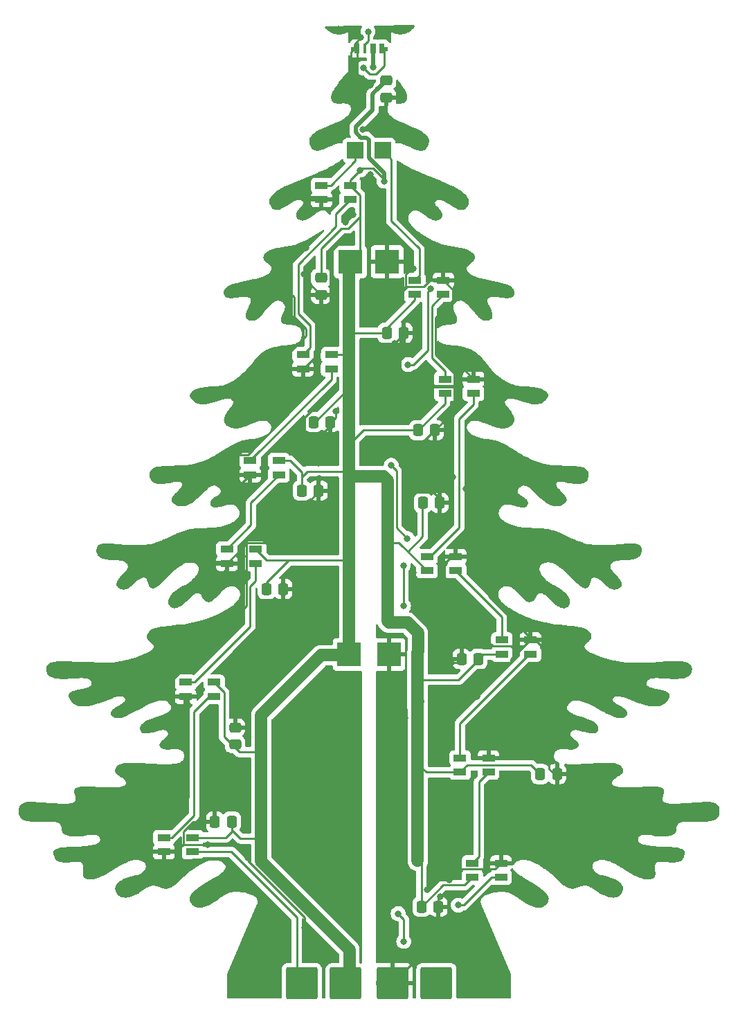
<source format=gtl>
G04 #@! TF.GenerationSoftware,KiCad,Pcbnew,8.0.5*
G04 #@! TF.CreationDate,2024-11-01T20:54:01+01:00*
G04 #@! TF.ProjectId,SL_Christmas_Tree_A,534c5f43-6872-4697-9374-6d61735f5472,2.1*
G04 #@! TF.SameCoordinates,Original*
G04 #@! TF.FileFunction,Copper,L1,Top*
G04 #@! TF.FilePolarity,Positive*
%FSLAX46Y46*%
G04 Gerber Fmt 4.6, Leading zero omitted, Abs format (unit mm)*
G04 Created by KiCad (PCBNEW 8.0.5) date 2024-11-01 20:54:01*
%MOMM*%
%LPD*%
G01*
G04 APERTURE LIST*
G04 Aperture macros list*
%AMRoundRect*
0 Rectangle with rounded corners*
0 $1 Rounding radius*
0 $2 $3 $4 $5 $6 $7 $8 $9 X,Y pos of 4 corners*
0 Add a 4 corners polygon primitive as box body*
4,1,4,$2,$3,$4,$5,$6,$7,$8,$9,$2,$3,0*
0 Add four circle primitives for the rounded corners*
1,1,$1+$1,$2,$3*
1,1,$1+$1,$4,$5*
1,1,$1+$1,$6,$7*
1,1,$1+$1,$8,$9*
0 Add four rect primitives between the rounded corners*
20,1,$1+$1,$2,$3,$4,$5,0*
20,1,$1+$1,$4,$5,$6,$7,0*
20,1,$1+$1,$6,$7,$8,$9,0*
20,1,$1+$1,$8,$9,$2,$3,0*%
%AMFreePoly0*
4,1,21,0.553536,0.603536,0.555000,0.600000,0.555000,-0.600000,0.553536,-0.603536,0.550000,-0.605000,0.000000,-0.605000,-0.003536,-0.603536,-0.005000,-0.600000,-0.005000,-0.205000,-0.450000,-0.205000,-0.453536,-0.203536,-0.455000,-0.200000,-0.455000,0.350000,-0.453536,0.353536,-0.450000,0.355000,-0.005000,0.355000,-0.005000,0.600000,-0.003536,0.603536,0.000000,0.605000,0.550000,0.605000,
0.553536,0.603536,0.553536,0.603536,$1*%
%AMFreePoly1*
4,1,21,0.003536,0.603536,0.005000,0.600000,0.005000,0.355000,0.450000,0.355000,0.453536,0.353536,0.455000,0.350000,0.455000,-0.200000,0.453536,-0.203536,0.450000,-0.205000,0.005000,-0.205000,0.005000,-0.600000,0.003536,-0.603536,0.000000,-0.605000,-0.550000,-0.605000,-0.553536,-0.603536,-0.555000,-0.600000,-0.555000,0.600000,-0.553536,0.603536,-0.550000,0.605000,0.000000,0.605000,
0.003536,0.603536,0.003536,0.603536,$1*%
G04 Aperture macros list end*
G04 #@! TA.AperFunction,SMDPad,CuDef*
%ADD10RoundRect,0.250000X-0.337500X-0.475000X0.337500X-0.475000X0.337500X0.475000X-0.337500X0.475000X0*%
G04 #@! TD*
G04 #@! TA.AperFunction,ComponentPad*
%ADD11RoundRect,0.250002X-1.699998X-1.699998X1.699998X-1.699998X1.699998X1.699998X-1.699998X1.699998X0*%
G04 #@! TD*
G04 #@! TA.AperFunction,SMDPad,CuDef*
%ADD12R,3.000000X3.000000*%
G04 #@! TD*
G04 #@! TA.AperFunction,SMDPad,CuDef*
%ADD13RoundRect,0.250000X0.337500X0.475000X-0.337500X0.475000X-0.337500X-0.475000X0.337500X-0.475000X0*%
G04 #@! TD*
G04 #@! TA.AperFunction,SMDPad,CuDef*
%ADD14R,1.600000X0.850000*%
G04 #@! TD*
G04 #@! TA.AperFunction,SMDPad,CuDef*
%ADD15FreePoly0,180.000000*%
G04 #@! TD*
G04 #@! TA.AperFunction,SMDPad,CuDef*
%ADD16R,0.700000X1.200000*%
G04 #@! TD*
G04 #@! TA.AperFunction,SMDPad,CuDef*
%ADD17R,0.450000X1.200000*%
G04 #@! TD*
G04 #@! TA.AperFunction,SMDPad,CuDef*
%ADD18FreePoly1,180.000000*%
G04 #@! TD*
G04 #@! TA.AperFunction,SMDPad,CuDef*
%ADD19RoundRect,0.250000X-0.475000X0.337500X-0.475000X-0.337500X0.475000X-0.337500X0.475000X0.337500X0*%
G04 #@! TD*
G04 #@! TA.AperFunction,SMDPad,CuDef*
%ADD20R,2.000000X2.000000*%
G04 #@! TD*
G04 #@! TA.AperFunction,SMDPad,CuDef*
%ADD21RoundRect,0.250000X0.475000X-0.337500X0.475000X0.337500X-0.475000X0.337500X-0.475000X-0.337500X0*%
G04 #@! TD*
G04 #@! TA.AperFunction,ComponentPad*
%ADD22RoundRect,0.250002X1.699998X1.699998X-1.699998X1.699998X-1.699998X-1.699998X1.699998X-1.699998X0*%
G04 #@! TD*
G04 #@! TA.AperFunction,ViaPad*
%ADD23C,0.800000*%
G04 #@! TD*
G04 #@! TA.AperFunction,Conductor*
%ADD24C,0.250000*%
G04 #@! TD*
G04 #@! TA.AperFunction,Conductor*
%ADD25C,1.500000*%
G04 #@! TD*
G04 #@! TA.AperFunction,Conductor*
%ADD26C,0.500000*%
G04 #@! TD*
G04 APERTURE END LIST*
D10*
X80937500Y-143950000D03*
X83012500Y-143950000D03*
D11*
X102630000Y-163710000D03*
D12*
X102200000Y-123500000D03*
D10*
X111087500Y-124050000D03*
X113162500Y-124050000D03*
D13*
X89312500Y-115500000D03*
X87237500Y-115500000D03*
D14*
X82400000Y-110600000D03*
X82400000Y-112350000D03*
X85900000Y-112350000D03*
X85900000Y-110600000D03*
X110375000Y-113250000D03*
X110375000Y-111500000D03*
X106875000Y-111500000D03*
X106875000Y-113250000D03*
X114400000Y-137900000D03*
X114400000Y-136150000D03*
X110900000Y-136150000D03*
X110900000Y-137900000D03*
X74700000Y-145875000D03*
X74700000Y-147625000D03*
X78200000Y-147625000D03*
X78200000Y-145875000D03*
D12*
X102000000Y-75460000D03*
D15*
X101675000Y-49400000D03*
D16*
X100275000Y-49400000D03*
D17*
X99250000Y-49400000D03*
D18*
X97975000Y-49400000D03*
D14*
X85250000Y-99800000D03*
X85250000Y-101550000D03*
X88750000Y-101550000D03*
X88750000Y-99800000D03*
D19*
X101875000Y-53287500D03*
X101875000Y-55362500D03*
D20*
X98100000Y-61825000D03*
D19*
X83400000Y-132412500D03*
X83400000Y-134487500D03*
D12*
X97360000Y-123500000D03*
D14*
X93975000Y-66125000D03*
X93975000Y-67875000D03*
X97475000Y-67875000D03*
X97475000Y-66125000D03*
D12*
X97500000Y-75500000D03*
D13*
X108275000Y-154350000D03*
X106200000Y-154350000D03*
X93637500Y-103450000D03*
X91562500Y-103450000D03*
D14*
X112550000Y-91575000D03*
X112550000Y-89825000D03*
X109050000Y-89825000D03*
X109050000Y-91575000D03*
D21*
X93900000Y-79512500D03*
X93900000Y-77437500D03*
D14*
X77350000Y-126900000D03*
X77350000Y-128650000D03*
X80850000Y-128650000D03*
X80850000Y-126900000D03*
D11*
X108025000Y-163700000D03*
D20*
X101475000Y-61850000D03*
D13*
X95062500Y-95075000D03*
X92987500Y-95075000D03*
D14*
X108875000Y-79475000D03*
X108875000Y-77725000D03*
X105375000Y-77725000D03*
X105375000Y-79475000D03*
X91700000Y-86825000D03*
X91700000Y-88575000D03*
X95200000Y-88575000D03*
X95200000Y-86825000D03*
D13*
X107837500Y-96075000D03*
X105762500Y-96075000D03*
D11*
X96930000Y-163730000D03*
D13*
X122787500Y-138125000D03*
X120712500Y-138125000D03*
D14*
X115925000Y-150750000D03*
X115925000Y-149000000D03*
X112425000Y-149000000D03*
X112425000Y-150750000D03*
X119525000Y-123475000D03*
X119525000Y-121725000D03*
X116025000Y-121725000D03*
X116025000Y-123475000D03*
D13*
X104012500Y-84175000D03*
X101937500Y-84175000D03*
X108437500Y-104950000D03*
X106362500Y-104950000D03*
D22*
X96930000Y-163730000D03*
X91575000Y-163700000D03*
X102630000Y-163710000D03*
D23*
X101750000Y-87525000D03*
X105225000Y-113450000D03*
X107150000Y-109825000D03*
X104150000Y-131300000D03*
X105500000Y-117850000D03*
X106690000Y-119225000D03*
X98700000Y-64250000D03*
X101875000Y-53287500D03*
X97370000Y-119000000D03*
X102060000Y-108590000D03*
X97370000Y-159510000D03*
X97360000Y-108280000D03*
X97360000Y-114730000D03*
X97360000Y-104060000D03*
X101606729Y-65611934D03*
X102130000Y-114920000D03*
X100274980Y-51700020D03*
X97410000Y-161540000D03*
X78575000Y-102575000D03*
X88375000Y-105300000D03*
X80250000Y-130950000D03*
X114400000Y-113000000D03*
X107550000Y-140275000D03*
X89975000Y-92275000D03*
X67500000Y-148000000D03*
X88550000Y-77725000D03*
X93725000Y-85900000D03*
X93600000Y-100100000D03*
X92000000Y-148800000D03*
X101175000Y-58325000D03*
X80500000Y-135500000D03*
X102775000Y-98950000D03*
X103650000Y-55075000D03*
X109875000Y-124500000D03*
X86903923Y-88551723D03*
X96375000Y-59025000D03*
X93725000Y-83050000D03*
X74000000Y-150000000D03*
X99825000Y-67950000D03*
X117000000Y-131000000D03*
X96625000Y-60100000D03*
X106900000Y-152275000D03*
X80050000Y-146725000D03*
X95075000Y-81675000D03*
X75060000Y-127550000D03*
X93650000Y-101950000D03*
X86600000Y-122400000D03*
X99975000Y-64775000D03*
X114600000Y-141200000D03*
X99925000Y-53850000D03*
X94850000Y-154025000D03*
X93800000Y-151400000D03*
X83912500Y-125087500D03*
X80200000Y-115200000D03*
X89500000Y-134000000D03*
X121800000Y-133400000D03*
X102900000Y-85450000D03*
X102200000Y-81800000D03*
X99050000Y-59300000D03*
X92820000Y-128520000D03*
X109001110Y-131298034D03*
X106000000Y-89700000D03*
X95100000Y-91450000D03*
X99650000Y-72050000D03*
X118975000Y-135075000D03*
X110000000Y-101800000D03*
X121000000Y-125800000D03*
X112375000Y-159175000D03*
X93475000Y-114425000D03*
X83500000Y-136500000D03*
X102000000Y-151400000D03*
X102000000Y-71400000D03*
X108975000Y-112350000D03*
X71840000Y-128350000D03*
X80937500Y-143950000D03*
X111500000Y-157375000D03*
X103850000Y-68800000D03*
X98775000Y-48050000D03*
X88370000Y-158320000D03*
X108625000Y-134250000D03*
X102850000Y-59125000D03*
X96925000Y-70675000D03*
X111600000Y-103200000D03*
X96050000Y-47050000D03*
X103600000Y-127200000D03*
X87400000Y-120200000D03*
X113175000Y-119575000D03*
X109800000Y-121000000D03*
X93400000Y-159075000D03*
X103400000Y-88800000D03*
X108487653Y-153087653D03*
X95700000Y-93725000D03*
X82799165Y-140735358D03*
X96100000Y-55125000D03*
X113000000Y-128600000D03*
X91875000Y-98675000D03*
X97850000Y-69750000D03*
X127600000Y-128000000D03*
X95200000Y-60300000D03*
X101600000Y-47475000D03*
X95100000Y-95075000D03*
X92099847Y-73774847D03*
X84060000Y-150450000D03*
X100925000Y-92325000D03*
X105200000Y-76275000D03*
X84950000Y-148400000D03*
X108575000Y-144375000D03*
X91910000Y-156930000D03*
X114925000Y-130075000D03*
X83387500Y-128150000D03*
X90590000Y-129940000D03*
X92750000Y-131020000D03*
X73800000Y-112800000D03*
X96850000Y-73075000D03*
X105375000Y-159575000D03*
X110675000Y-87600000D03*
X103050000Y-159700000D03*
X102200000Y-128400000D03*
X101475000Y-147000000D03*
X120125000Y-146100000D03*
X91850000Y-77000000D03*
X77675000Y-129750000D03*
X103850000Y-67600000D03*
X104600000Y-106800000D03*
X92300000Y-67525000D03*
X88375000Y-110125000D03*
X64500000Y-144500000D03*
X109600000Y-151050000D03*
X110689511Y-154150000D03*
X99650000Y-47325000D03*
X103975000Y-112650000D03*
X103350000Y-155200000D03*
X104025000Y-158600000D03*
X104000000Y-117575000D03*
X104475153Y-109350153D03*
X102500000Y-100375000D03*
X107325000Y-78800000D03*
X104550000Y-88050000D03*
X99125000Y-51800000D03*
D24*
X105825000Y-146760000D02*
X105740000Y-146675000D01*
D25*
X97360000Y-87000000D02*
X97360000Y-85610000D01*
D24*
X110900000Y-137900000D02*
X106815000Y-137900000D01*
D25*
X100195512Y-101710000D02*
X100205512Y-101720000D01*
X97360000Y-84050000D02*
X97360000Y-85610000D01*
D24*
X82987500Y-144800000D02*
X82987500Y-145137500D01*
X82987500Y-144800000D02*
X82987500Y-144947500D01*
D25*
X97360000Y-91240000D02*
X97360000Y-88600000D01*
X102060000Y-102260000D02*
X102060000Y-108590000D01*
X97360000Y-104060000D02*
X97360000Y-101710000D01*
D24*
X105375000Y-80150000D02*
X101937500Y-83587500D01*
D26*
X98175000Y-59675000D02*
X98175000Y-58972918D01*
D25*
X97360000Y-114730000D02*
X97360000Y-111940000D01*
X97360000Y-88600000D02*
X97360000Y-87000000D01*
D24*
X106200000Y-148130000D02*
X105740000Y-147670000D01*
X103435000Y-109810000D02*
X102060000Y-109810000D01*
D25*
X97500000Y-75500000D02*
X97500000Y-76050000D01*
X86600000Y-142380000D02*
X86600000Y-145960000D01*
D24*
X93900000Y-77437500D02*
X93900000Y-73900000D01*
X106200000Y-154350000D02*
X108850000Y-151700000D01*
D25*
X105740000Y-136825000D02*
X105740000Y-134442000D01*
D24*
X86600000Y-135425000D02*
X83912500Y-135425000D01*
X105375000Y-79475000D02*
X105375000Y-80150000D01*
X92962500Y-95250000D02*
X97360000Y-90852500D01*
D25*
X105740000Y-131120000D02*
X105740000Y-129200000D01*
D24*
X98125000Y-74875000D02*
X97500000Y-75500000D01*
X84060000Y-146020000D02*
X86540000Y-146020000D01*
X83912500Y-135425000D02*
X82043750Y-133556250D01*
X101937500Y-84175000D02*
X97485000Y-84175000D01*
D25*
X97360000Y-92930000D02*
X97360000Y-91240000D01*
D24*
X106875000Y-113250000D02*
X103435000Y-109810000D01*
X97250000Y-88490000D02*
X97360000Y-88600000D01*
X95200000Y-86825000D02*
X97185000Y-86825000D01*
X96400000Y-71400000D02*
X97225305Y-71400000D01*
X87270000Y-111970000D02*
X90800000Y-111970000D01*
D25*
X101520000Y-101720000D02*
X102060000Y-102260000D01*
D24*
X101937500Y-83587500D02*
X101937500Y-84175000D01*
D25*
X100205512Y-101720000D02*
X101520000Y-101720000D01*
D24*
X109050000Y-92787500D02*
X105762500Y-96075000D01*
X97185000Y-86825000D02*
X97360000Y-87000000D01*
D25*
X105740000Y-148740000D02*
X105740000Y-147670000D01*
D24*
X106200000Y-154350000D02*
X106200000Y-148130000D01*
X100275305Y-64050000D02*
X101606729Y-65381424D01*
D26*
X100225000Y-54937500D02*
X100918750Y-54243750D01*
D25*
X97360000Y-101710000D02*
X97360000Y-97780000D01*
D24*
X90800000Y-111970000D02*
X89960000Y-111970000D01*
X101606729Y-65381424D02*
X101606729Y-65611934D01*
D25*
X102250000Y-119600000D02*
X104480000Y-119600000D01*
X97500000Y-75500000D02*
X97320000Y-75680000D01*
D24*
X87237500Y-114692500D02*
X87237500Y-115500000D01*
X109050000Y-91575000D02*
X109050000Y-92787500D01*
X105700000Y-96050000D02*
X99090000Y-96050000D01*
D25*
X86600000Y-130910000D02*
X86600000Y-140260000D01*
D26*
X101606729Y-64631729D02*
X99775000Y-62800000D01*
D25*
X86600000Y-145960000D02*
X86600000Y-148820000D01*
D24*
X98700000Y-64250000D02*
X98900000Y-64050000D01*
X113175000Y-124150000D02*
X110735000Y-126590000D01*
X105816400Y-134518400D02*
X105740000Y-134442000D01*
X82250000Y-145875000D02*
X78200000Y-145875000D01*
X97080000Y-93210000D02*
X97360000Y-92930000D01*
X82043750Y-128093750D02*
X82043750Y-133556250D01*
X85900000Y-110600000D02*
X87270000Y-111970000D01*
X98675000Y-69950305D02*
X98675000Y-69475000D01*
D25*
X105740000Y-134442000D02*
X105740000Y-131120000D01*
D24*
X111775000Y-137025000D02*
X110900000Y-137900000D01*
X82987500Y-144947500D02*
X84060000Y-146020000D01*
X86540000Y-146020000D02*
X86600000Y-145960000D01*
D25*
X97360000Y-123590000D02*
X97360000Y-117210000D01*
D24*
X119612500Y-137025000D02*
X111775000Y-137025000D01*
X106815000Y-137900000D02*
X105740000Y-136825000D01*
X97485000Y-84175000D02*
X97360000Y-84050000D01*
D26*
X100275000Y-51700000D02*
X100275000Y-49400000D01*
X98175000Y-58972918D02*
X100225000Y-56922918D01*
D25*
X105740000Y-129200000D02*
X105750000Y-129190000D01*
D24*
X97475000Y-65475000D02*
X98700000Y-64250000D01*
X97360000Y-90852500D02*
X97360000Y-87550000D01*
D25*
X102060000Y-115270000D02*
X102060000Y-119410000D01*
D24*
X93900000Y-73900000D02*
X96400000Y-71400000D01*
D25*
X105750000Y-120870000D02*
X105750000Y-123100000D01*
X97360000Y-101710000D02*
X100195512Y-101710000D01*
D24*
X116025000Y-123475000D02*
X113737500Y-123475000D01*
X110735000Y-126590000D02*
X105730000Y-126590000D01*
X98675000Y-67325000D02*
X98675000Y-74325000D01*
D25*
X105740000Y-146675000D02*
X105740000Y-136825000D01*
D24*
X97650000Y-78270000D02*
X97670000Y-78290000D01*
D25*
X104480000Y-119600000D02*
X105750000Y-120870000D01*
X97360000Y-117210000D02*
X97360000Y-114730000D01*
D24*
X91562500Y-101762500D02*
X92235000Y-101090000D01*
D25*
X102060000Y-119410000D02*
X102250000Y-119600000D01*
D24*
X97380000Y-91220000D02*
X97360000Y-91240000D01*
D25*
X97360000Y-111940000D02*
X97360000Y-108280000D01*
D24*
X102390000Y-114940000D02*
X102060000Y-115270000D01*
X96710000Y-123590000D02*
X97360000Y-123590000D01*
D25*
X102060000Y-109810000D02*
X102060000Y-115270000D01*
D24*
X90800000Y-111970000D02*
X97330000Y-111970000D01*
X97225305Y-71400000D02*
X98675000Y-69950305D01*
D25*
X105730000Y-126590000D02*
X105730000Y-130010000D01*
D24*
X97475000Y-66125000D02*
X97475000Y-65475000D01*
X95730000Y-162510000D02*
X96940000Y-163720000D01*
D26*
X101875000Y-53287500D02*
X100675000Y-54487500D01*
D25*
X97320000Y-75680000D02*
X97320000Y-76150000D01*
D24*
X120712500Y-138125000D02*
X119612500Y-137025000D01*
X105930000Y-136635000D02*
X105740000Y-136825000D01*
X106337500Y-109112500D02*
X104537500Y-110912500D01*
D25*
X105730000Y-130010000D02*
X105740000Y-130020000D01*
D24*
X88750000Y-99800000D02*
X90125000Y-99800000D01*
D25*
X102060000Y-108590000D02*
X102060000Y-109810000D01*
X97370000Y-163290000D02*
X96940000Y-163720000D01*
D24*
X98675000Y-74325000D02*
X97500000Y-75500000D01*
X82987500Y-143875000D02*
X82987500Y-144800000D01*
X96940000Y-163720000D02*
X96940000Y-162910000D01*
X96940000Y-163720000D02*
X96940000Y-162090000D01*
D25*
X105740000Y-147670000D02*
X105740000Y-146675000D01*
X97360000Y-107110000D02*
X97360000Y-105790000D01*
D24*
X97475000Y-66125000D02*
X98675000Y-67325000D01*
X105740000Y-148740000D02*
X105900000Y-148900000D01*
X108850000Y-151700000D02*
X111475000Y-151700000D01*
D25*
X86600000Y-148820000D02*
X97370000Y-159590000D01*
D26*
X99475000Y-60300000D02*
X98800000Y-60300000D01*
D24*
X100274980Y-51700020D02*
X100275000Y-51700000D01*
D25*
X97360000Y-97780000D02*
X97360000Y-92930000D01*
X97360000Y-105790000D02*
X97360000Y-104060000D01*
D24*
X97340000Y-107130000D02*
X97360000Y-107110000D01*
X105685000Y-122895000D02*
X105630000Y-122840000D01*
X97330000Y-111970000D02*
X97360000Y-111940000D01*
X82987500Y-145137500D02*
X82250000Y-145875000D01*
D25*
X97360000Y-76190000D02*
X97360000Y-84050000D01*
D24*
X99090000Y-96050000D02*
X97360000Y-97780000D01*
D25*
X105730000Y-123210000D02*
X105730000Y-126590000D01*
X97370000Y-159590000D02*
X97370000Y-163290000D01*
X97360000Y-108280000D02*
X97360000Y-107110000D01*
D24*
X90125000Y-99800000D02*
X91562500Y-101237500D01*
D26*
X100225000Y-56922918D02*
X100225000Y-54937500D01*
X99775000Y-60600000D02*
X99475000Y-60300000D01*
D24*
X96600000Y-74335717D02*
X96649520Y-74286197D01*
X111475000Y-151700000D02*
X112425000Y-150750000D01*
X106337500Y-105300000D02*
X106337500Y-109112500D01*
D25*
X97500000Y-76050000D02*
X97360000Y-76190000D01*
D24*
X98900000Y-64050000D02*
X100275305Y-64050000D01*
X97600000Y-85850000D02*
X97360000Y-85610000D01*
D26*
X98800000Y-60300000D02*
X98175000Y-59675000D01*
D24*
X113737500Y-123475000D02*
X113162500Y-124050000D01*
X91562500Y-102612500D02*
X91562500Y-103450000D01*
D25*
X93920000Y-123590000D02*
X86600000Y-130910000D01*
D24*
X92235000Y-101090000D02*
X96740000Y-101090000D01*
D25*
X86600000Y-140260000D02*
X86600000Y-142380000D01*
X97360000Y-123590000D02*
X93920000Y-123590000D01*
D24*
X80850000Y-126900000D02*
X82043750Y-128093750D01*
X91562500Y-102612500D02*
X91562500Y-101762500D01*
D26*
X101606729Y-65611934D02*
X101606729Y-64631729D01*
D24*
X91562500Y-101237500D02*
X91562500Y-102612500D01*
X89960000Y-111970000D02*
X87237500Y-114692500D01*
D26*
X99775000Y-62800000D02*
X99775000Y-60600000D01*
D24*
X84975000Y-99050000D02*
X89975000Y-94050000D01*
X74200000Y-144500000D02*
X64500000Y-144500000D01*
X108975000Y-112350000D02*
X108975000Y-120175000D01*
X114400000Y-113000000D02*
X114400000Y-116350000D01*
X104962500Y-98950000D02*
X107837500Y-96075000D01*
X80050000Y-146725000D02*
X83275000Y-146725000D01*
X103575000Y-88625000D02*
X103575000Y-84612500D01*
X115175000Y-149750000D02*
X110900000Y-149750000D01*
X102200000Y-146275000D02*
X101475000Y-147000000D01*
X83500000Y-140034523D02*
X82799165Y-140735358D01*
X114400000Y-133600000D02*
X117000000Y-131000000D01*
X114925000Y-130075000D02*
X116075000Y-130075000D01*
X111750000Y-121000000D02*
X113175000Y-119575000D01*
X95100000Y-95450000D02*
X91875000Y-98675000D01*
X110375000Y-111500000D02*
X109825000Y-111500000D01*
X93625000Y-67525000D02*
X93975000Y-67875000D01*
X88370000Y-158320000D02*
X88370000Y-154760000D01*
X98300000Y-57100000D02*
X96375000Y-59025000D01*
X111100000Y-122300000D02*
X109800000Y-121000000D01*
X107900000Y-82325000D02*
X110000000Y-80225000D01*
X102200000Y-80750000D02*
X104475000Y-78475000D01*
X107775000Y-95930000D02*
X107775000Y-96050000D01*
X102200000Y-81800000D02*
X102200000Y-80750000D01*
X89287500Y-118312500D02*
X87400000Y-120200000D01*
X92300000Y-67525000D02*
X93625000Y-67525000D01*
X109015000Y-157375000D02*
X106907500Y-159482500D01*
X103575000Y-84612500D02*
X104012500Y-84175000D01*
X93900000Y-80500000D02*
X95075000Y-81675000D01*
X88375000Y-110125000D02*
X88100000Y-109850000D01*
X92820000Y-130950000D02*
X92750000Y-131020000D01*
X113000000Y-128600000D02*
X117150000Y-124450000D01*
X89500000Y-146300000D02*
X92000000Y-148800000D01*
X95200000Y-60300000D02*
X96425000Y-60300000D01*
X109800000Y-121000000D02*
X111750000Y-121000000D01*
X80050000Y-146725000D02*
X77175000Y-146725000D01*
X95700000Y-94475000D02*
X95100000Y-95075000D01*
X77675000Y-129750000D02*
X77675000Y-128975000D01*
X115925000Y-149000000D02*
X115175000Y-149750000D01*
X77525000Y-149275000D02*
X77325000Y-149275000D01*
X110900000Y-149750000D02*
X109600000Y-151050000D01*
X107650000Y-103650000D02*
X104950000Y-103650000D01*
X88375000Y-105300000D02*
X88375000Y-110125000D01*
X88100000Y-109850000D02*
X84900000Y-109850000D01*
X82400000Y-113000000D02*
X80200000Y-115200000D01*
X108437500Y-104437500D02*
X107650000Y-103650000D01*
X110175000Y-90575000D02*
X110175000Y-89075000D01*
X77050000Y-146725000D02*
X76150000Y-147625000D01*
X91875000Y-94554900D02*
X91875000Y-98675000D01*
X76600000Y-150000000D02*
X74000000Y-150000000D01*
X82500000Y-135500000D02*
X83500000Y-136500000D01*
X83387500Y-128150000D02*
X83387500Y-125612500D01*
X104600000Y-104000000D02*
X104600000Y-106800000D01*
X121000000Y-122600000D02*
X121000000Y-125800000D01*
X99650000Y-72050000D02*
X99762500Y-71937500D01*
X102000000Y-158650000D02*
X103050000Y-159700000D01*
X120125000Y-146100000D02*
X115225000Y-141200000D01*
X89312500Y-115500000D02*
X92400000Y-115500000D01*
X89975000Y-94050000D02*
X89975000Y-92275000D01*
X93637500Y-101962500D02*
X93650000Y-101950000D01*
X113000000Y-128600000D02*
X111699144Y-128600000D01*
X100925000Y-91275000D02*
X103400000Y-88800000D01*
X109875000Y-124500000D02*
X110637500Y-124500000D01*
X104582500Y-161757500D02*
X102630000Y-163710000D01*
X108437500Y-103362500D02*
X108437500Y-104950000D01*
X119400000Y-131000000D02*
X121000000Y-129400000D01*
X103600000Y-127200000D02*
X103400000Y-127200000D01*
X92820000Y-128520000D02*
X92820000Y-130950000D01*
X110000000Y-78850000D02*
X108875000Y-77725000D01*
X114400000Y-106000000D02*
X111600000Y-103200000D01*
X100025000Y-58325000D02*
X101175000Y-58325000D01*
X100925000Y-92325000D02*
X100925000Y-91275000D01*
X96375000Y-59025000D02*
X97975000Y-57425000D01*
X99762500Y-71937500D02*
X99762500Y-68012500D01*
X96425000Y-60300000D02*
X96625000Y-60100000D01*
X95100000Y-95075000D02*
X95100000Y-95450000D01*
X102775000Y-98950000D02*
X104962500Y-98950000D01*
X95075000Y-81675000D02*
X95075000Y-81700000D01*
X91912500Y-105300000D02*
X88375000Y-105300000D01*
X110000000Y-80225000D02*
X110000000Y-78850000D01*
X77675000Y-141025000D02*
X74200000Y-144500000D01*
X77675000Y-129750000D02*
X77675000Y-141025000D01*
X84225000Y-102575000D02*
X85250000Y-101550000D01*
X99762500Y-68012500D02*
X99825000Y-67950000D01*
X71840000Y-128350000D02*
X74260000Y-128350000D01*
X110637500Y-124500000D02*
X111087500Y-124050000D01*
X97975000Y-48850000D02*
X98775000Y-48050000D01*
X104012500Y-84337500D02*
X102900000Y-85450000D01*
X106500000Y-78475000D02*
X107225000Y-77750000D01*
X111100000Y-124150000D02*
X111100000Y-122300000D01*
X92000000Y-148800000D02*
X92000000Y-149600000D01*
X88100000Y-109850000D02*
X84775000Y-109850000D01*
X99825000Y-64925000D02*
X99825000Y-67950000D01*
X67500000Y-148000000D02*
X72000000Y-148000000D01*
X74700000Y-147625000D02*
X74700000Y-149300000D01*
X99975000Y-64775000D02*
X99950000Y-64750000D01*
X92010000Y-128520000D02*
X92820000Y-128520000D01*
X101475000Y-147000000D02*
X101475000Y-150875000D01*
X95075000Y-81700000D02*
X93725000Y-83050000D01*
X104385000Y-75460000D02*
X102000000Y-75460000D01*
X77075000Y-145125000D02*
X78250000Y-143950000D01*
X120650000Y-133400000D02*
X121800000Y-133400000D01*
X109600000Y-151050000D02*
X108575000Y-150025000D01*
X96850000Y-73075000D02*
X96275000Y-73075000D01*
X110375000Y-111500000D02*
X112900000Y-111500000D01*
X96925000Y-70675000D02*
X97850000Y-69750000D01*
X108275000Y-154350000D02*
X108275000Y-158065000D01*
X108575000Y-141300000D02*
X107550000Y-140275000D01*
X109975000Y-90625000D02*
X106925000Y-90625000D01*
X119525000Y-121725000D02*
X120125000Y-121725000D01*
X118975000Y-135075000D02*
X120650000Y-133400000D01*
X83387500Y-132825000D02*
X83387500Y-128150000D01*
X106000000Y-89700000D02*
X104300000Y-89700000D01*
X97600000Y-49775000D02*
X97975000Y-49400000D01*
X107225000Y-77750000D02*
X108850000Y-77750000D01*
X108575000Y-150025000D02*
X108575000Y-144375000D01*
X108625000Y-134250000D02*
X108625000Y-131674144D01*
X125400000Y-125800000D02*
X127600000Y-128000000D01*
X80250000Y-135250000D02*
X80500000Y-135500000D01*
X99225000Y-59125000D02*
X99050000Y-59300000D01*
X94979900Y-91450000D02*
X91875000Y-94554900D01*
X110175000Y-93737500D02*
X110175000Y-90825000D01*
X102775000Y-98950000D02*
X104600000Y-100775000D01*
X88550000Y-77324694D02*
X88550000Y-77725000D01*
X86927200Y-88575000D02*
X86927200Y-89227200D01*
X104475000Y-78475000D02*
X106500000Y-78475000D01*
X112900000Y-111500000D02*
X114400000Y-113000000D01*
X98300000Y-48525000D02*
X98300000Y-57100000D01*
X115925000Y-142525000D02*
X114600000Y-141200000D01*
X97975000Y-56025000D02*
X97600000Y-55650000D01*
X93725000Y-83050000D02*
X93725000Y-86550000D01*
X93900000Y-79512500D02*
X91850000Y-77462500D01*
X103600000Y-127200000D02*
X102200000Y-125800000D01*
X117150000Y-124100000D02*
X119525000Y-121725000D01*
X92100000Y-83650000D02*
X92100000Y-84532484D01*
X75060000Y-127290000D02*
X75060000Y-127550000D01*
X107837500Y-96075000D02*
X110175000Y-93737500D01*
X108275000Y-158065000D02*
X106857500Y-159482500D01*
X108275000Y-154350000D02*
X108275000Y-153300306D01*
X121000000Y-125800000D02*
X125400000Y-125800000D01*
X83387500Y-132237500D02*
X83387500Y-132825000D01*
X119525000Y-121475000D02*
X119525000Y-121725000D01*
X101475000Y-150875000D02*
X102000000Y-151400000D01*
X121800000Y-137487500D02*
X121800000Y-133400000D01*
X121800000Y-133400000D02*
X119400000Y-131000000D01*
X99975000Y-64775000D02*
X99825000Y-64925000D01*
X80250000Y-130950000D02*
X80250000Y-135250000D01*
X84775000Y-117575000D02*
X75060000Y-127290000D01*
X64500000Y-144500000D02*
X65690348Y-144500000D01*
X83387500Y-125612500D02*
X83912500Y-125087500D01*
X93300000Y-100100000D02*
X91875000Y-98675000D01*
X86600000Y-121000000D02*
X87400000Y-120200000D01*
X102850000Y-59125000D02*
X99225000Y-59125000D01*
X78575000Y-102575000D02*
X82100000Y-99050000D01*
X93600000Y-100100000D02*
X93300000Y-100100000D01*
X117150000Y-124450000D02*
X117150000Y-124100000D01*
X74486477Y-112113523D02*
X82163523Y-112113523D01*
X103400000Y-127200000D02*
X102200000Y-128400000D01*
X93800000Y-151400000D02*
X94850000Y-152450000D01*
X78305814Y-148494186D02*
X77525000Y-149275000D01*
X93400000Y-158420000D02*
X91910000Y-156930000D01*
X119400000Y-131000000D02*
X117000000Y-131000000D01*
X88550000Y-77725000D02*
X90650000Y-79825000D01*
X80500000Y-135500000D02*
X82500000Y-135500000D01*
X103850000Y-68800000D02*
X103850000Y-67600000D01*
X91850000Y-77462500D02*
X91850000Y-77000000D01*
X102200000Y-128400000D02*
X102200000Y-146275000D01*
X73800000Y-112800000D02*
X74486477Y-112113523D01*
X105375000Y-159575000D02*
X103175000Y-159575000D01*
X72000000Y-148000000D02*
X74000000Y-150000000D01*
X93900000Y-79512500D02*
X93900000Y-80500000D01*
X91700000Y-88575000D02*
X86927200Y-88575000D01*
X105200000Y-76275000D02*
X104950000Y-76275000D01*
X77075000Y-146625000D02*
X77075000Y-145125000D01*
X114400000Y-136150000D02*
X114400000Y-133600000D01*
X121000000Y-129400000D02*
X121000000Y-125800000D01*
X84775000Y-109850000D02*
X84775000Y-117575000D01*
X103400000Y-88800000D02*
X105425000Y-90825000D01*
X102000000Y-81600000D02*
X102000000Y-75460000D01*
X101875000Y-57875000D02*
X102850000Y-58850000D01*
X110000000Y-101800000D02*
X108437500Y-103362500D01*
X95075000Y-74275000D02*
X95075000Y-81675000D01*
X83500000Y-136500000D02*
X83500000Y-140034523D01*
X111500000Y-157375000D02*
X109015000Y-157375000D01*
X103725000Y-84550000D02*
X103900000Y-84375000D01*
X93637500Y-103450000D02*
X93637500Y-101962500D01*
X76160000Y-128650000D02*
X75060000Y-127550000D01*
X92100000Y-84532484D02*
X88080761Y-88551723D01*
X97975000Y-57425000D02*
X97975000Y-56025000D01*
X105200000Y-76275000D02*
X104385000Y-75460000D01*
X116075000Y-130075000D02*
X117000000Y-131000000D01*
X104950000Y-103650000D02*
X104600000Y-104000000D01*
X86927200Y-88575000D02*
X86903923Y-88551723D01*
X107900000Y-86800000D02*
X107900000Y-82325000D01*
X92099847Y-73774847D02*
X88550000Y-77324694D01*
X80937500Y-143950000D02*
X80937500Y-142597023D01*
X105375000Y-160965000D02*
X104582500Y-161757500D01*
X110675000Y-87950000D02*
X112550000Y-89825000D01*
X104250000Y-76975000D02*
X104250000Y-78475000D01*
X77175000Y-146725000D02*
X77075000Y-146625000D01*
X112375000Y-158250000D02*
X112375000Y-159175000D01*
X107775000Y-99575000D02*
X110000000Y-101800000D01*
X106857500Y-159482500D02*
X104582500Y-161757500D01*
X122387500Y-138075000D02*
X121800000Y-137487500D01*
X104600000Y-100775000D02*
X104600000Y-106800000D01*
X97600000Y-55650000D02*
X97600000Y-49775000D01*
X103400000Y-88800000D02*
X103575000Y-88625000D01*
X76150000Y-147625000D02*
X74700000Y-147625000D01*
X65690348Y-144500000D02*
X67500000Y-146309652D01*
X82104186Y-148494186D02*
X78305814Y-148494186D01*
X95100000Y-91450000D02*
X94979900Y-91450000D01*
X107775000Y-96050000D02*
X107775000Y-99575000D01*
X92750000Y-131020000D02*
X89770000Y-134000000D01*
X103175000Y-159575000D02*
X103050000Y-159700000D01*
X80937500Y-142597023D02*
X82799165Y-140735358D01*
X102200000Y-81800000D02*
X102000000Y-81600000D01*
X90650000Y-82200000D02*
X92100000Y-83650000D01*
X74700000Y-149300000D02*
X74000000Y-150000000D01*
X108575000Y-144375000D02*
X108575000Y-141300000D01*
X104012500Y-84175000D02*
X104012500Y-84337500D01*
X115225000Y-141200000D02*
X114600000Y-141200000D01*
X99050000Y-59300000D02*
X100025000Y-58325000D01*
X102000000Y-71400000D02*
X100300000Y-71400000D01*
X106925000Y-90625000D02*
X106000000Y-89700000D01*
X108275000Y-153300306D02*
X108487653Y-153087653D01*
X67500000Y-146309652D02*
X67500000Y-148000000D01*
X120125000Y-121725000D02*
X121000000Y-122600000D01*
X111500000Y-157375000D02*
X112375000Y-158250000D01*
X122787500Y-143437500D02*
X120125000Y-146100000D01*
X113175000Y-120750000D02*
X114900000Y-122475000D01*
X115925000Y-149000000D02*
X115925000Y-142525000D01*
X104300000Y-89700000D02*
X103400000Y-88800000D01*
X108850000Y-77750000D02*
X108875000Y-77725000D01*
X108975000Y-120175000D02*
X109800000Y-121000000D01*
X111699144Y-128600000D02*
X109001110Y-131298034D01*
X82400000Y-112350000D02*
X82400000Y-113000000D01*
X114400000Y-116350000D02*
X119525000Y-121475000D01*
X90650000Y-79825000D02*
X90650000Y-82200000D01*
X83275000Y-146725000D02*
X84950000Y-148400000D01*
X93725000Y-86550000D02*
X91700000Y-88575000D01*
X110175000Y-90825000D02*
X109975000Y-90625000D01*
X106907500Y-159482500D02*
X106857500Y-159482500D01*
X89770000Y-134000000D02*
X89500000Y-134000000D01*
X101875000Y-57875000D02*
X101875000Y-55362500D01*
X82100000Y-99050000D02*
X84975000Y-99050000D01*
X84950000Y-148690280D02*
X84950000Y-148400000D01*
X109825000Y-111500000D02*
X108975000Y-112350000D01*
X110175000Y-89075000D02*
X107900000Y-86800000D01*
X97975000Y-49400000D02*
X97975000Y-48850000D01*
X110675000Y-87600000D02*
X110675000Y-87950000D01*
X77675000Y-128975000D02*
X77350000Y-128650000D01*
X77175000Y-146725000D02*
X77050000Y-146725000D01*
X95700000Y-93725000D02*
X95700000Y-94475000D01*
X98775000Y-48050000D02*
X98300000Y-48525000D01*
X104950000Y-76275000D02*
X104250000Y-76975000D01*
X93487500Y-103725000D02*
X91912500Y-105300000D01*
X82163523Y-112113523D02*
X82400000Y-112350000D01*
X108625000Y-131674144D02*
X109001110Y-131298034D01*
X102200000Y-125800000D02*
X102200000Y-123500000D01*
X104250000Y-78475000D02*
X104475000Y-78475000D01*
X108437500Y-104950000D02*
X108437500Y-104437500D01*
X90590000Y-129940000D02*
X92010000Y-128520000D01*
X92000000Y-149600000D02*
X93800000Y-151400000D01*
X100300000Y-71400000D02*
X99650000Y-72050000D01*
X94850000Y-152450000D02*
X94850000Y-154025000D01*
X114400000Y-113000000D02*
X114400000Y-106000000D01*
X93400000Y-159075000D02*
X93400000Y-158420000D01*
X89500000Y-134000000D02*
X89500000Y-146300000D01*
X86927200Y-89227200D02*
X89975000Y-92275000D01*
X102850000Y-58850000D02*
X102850000Y-59125000D01*
X89287500Y-115625000D02*
X89287500Y-118312500D01*
X96275000Y-73075000D02*
X95075000Y-74275000D01*
X105425000Y-90825000D02*
X109925000Y-90825000D01*
X113175000Y-119575000D02*
X113175000Y-120750000D01*
X88080761Y-88551723D02*
X86903923Y-88551723D01*
X88370000Y-154760000D02*
X84060000Y-150450000D01*
X91910000Y-155650280D02*
X84950000Y-148690280D01*
X86600000Y-122400000D02*
X86600000Y-121000000D01*
X118775000Y-122475000D02*
X119525000Y-121725000D01*
X74260000Y-128350000D02*
X75060000Y-127550000D01*
X78575000Y-102575000D02*
X84225000Y-102575000D01*
X102000000Y-151400000D02*
X102000000Y-158650000D01*
X78250000Y-143950000D02*
X80937500Y-143950000D01*
X122787500Y-138125000D02*
X122787500Y-143437500D01*
X108125000Y-151050000D02*
X109600000Y-151050000D01*
X114900000Y-122475000D02*
X118775000Y-122475000D01*
X105375000Y-159575000D02*
X105375000Y-160965000D01*
X77350000Y-128650000D02*
X76160000Y-128650000D01*
X77325000Y-149275000D02*
X76600000Y-150000000D01*
X84900000Y-109850000D02*
X82400000Y-112350000D01*
X106900000Y-152275000D02*
X108125000Y-151050000D01*
X109925000Y-90825000D02*
X110175000Y-90575000D01*
X84060000Y-150450000D02*
X82104186Y-148494186D01*
X92400000Y-115500000D02*
X93475000Y-114425000D01*
X86600000Y-122400000D02*
X83912500Y-125087500D01*
X102000000Y-75460000D02*
X102000000Y-71400000D01*
X91910000Y-156930000D02*
X91910000Y-155650280D01*
X114750000Y-150750000D02*
X111350000Y-154150000D01*
X115925000Y-150750000D02*
X114750000Y-150750000D01*
X111350000Y-154150000D02*
X110689511Y-154150000D01*
X75675000Y-145875000D02*
X74700000Y-145875000D01*
X80850000Y-128650000D02*
X80213880Y-128650000D01*
X80213880Y-128650000D02*
X78366940Y-130496940D01*
X78366940Y-143183060D02*
X75675000Y-145875000D01*
X78366940Y-130496940D02*
X78366940Y-143183060D01*
X90945000Y-163070000D02*
X91575000Y-163700000D01*
X78200000Y-147625000D02*
X82925000Y-147625000D01*
X90945000Y-155645000D02*
X90945000Y-163070000D01*
X82925000Y-147625000D02*
X90945000Y-155645000D01*
X77350000Y-126900000D02*
X78400000Y-126900000D01*
X85250000Y-115155000D02*
X85250000Y-120050000D01*
X78400000Y-126900000D02*
X85250000Y-120050000D01*
X85900000Y-112350000D02*
X85900000Y-114505000D01*
X85900000Y-114505000D02*
X85250000Y-115155000D01*
X85340000Y-107660000D02*
X85340000Y-104960000D01*
X82400000Y-110600000D02*
X85340000Y-107660000D01*
X85340000Y-104960000D02*
X88750000Y-101550000D01*
X95200000Y-88575000D02*
X95200000Y-89850000D01*
X95200000Y-89850000D02*
X85250000Y-99800000D01*
X91100000Y-81809451D02*
X92575000Y-83284451D01*
X92575000Y-83284451D02*
X92575000Y-85950000D01*
X97475000Y-67875000D02*
X95750000Y-69600000D01*
X91100000Y-75800000D02*
X91100000Y-81809451D01*
X95750000Y-69600000D02*
X95750000Y-71150000D01*
X92575000Y-85950000D02*
X91700000Y-86825000D01*
X95750000Y-71150000D02*
X91100000Y-75800000D01*
X93975000Y-66125000D02*
X95100000Y-66125000D01*
X95100000Y-66125000D02*
X98100000Y-63125000D01*
X98100000Y-63125000D02*
X98100000Y-61825000D01*
X98100000Y-61825000D02*
X97350000Y-61075000D01*
X99250000Y-49400000D02*
X99250000Y-48850000D01*
X99250000Y-48850000D02*
X99650000Y-48450000D01*
X99650000Y-48450000D02*
X99650000Y-47325000D01*
X109050000Y-88865000D02*
X107450000Y-87265000D01*
X108875000Y-79475000D02*
X107450000Y-80900000D01*
X107450000Y-80900000D02*
X107450000Y-87265000D01*
X109050000Y-89825000D02*
X109050000Y-88865000D01*
X112550000Y-91575000D02*
X112550000Y-92900000D01*
X110325000Y-108425000D02*
X110725000Y-108025000D01*
X107250000Y-111500000D02*
X110325000Y-108425000D01*
X110800000Y-94650000D02*
X110800000Y-107950000D01*
X106875000Y-111500000D02*
X107250000Y-111500000D01*
X112550000Y-92900000D02*
X110800000Y-94650000D01*
X110800000Y-107950000D02*
X110325000Y-108425000D01*
X116025000Y-121725000D02*
X116025000Y-118900000D01*
X116025000Y-118900000D02*
X112037500Y-114912500D01*
X112037500Y-114912500D02*
X112143861Y-115018861D01*
X110375000Y-113250000D02*
X112037500Y-114912500D01*
X119525000Y-123475000D02*
X119350305Y-123475000D01*
X119350305Y-123475000D02*
X110900000Y-131925305D01*
X110900000Y-131925305D02*
X110900000Y-136150000D01*
X113225000Y-148200000D02*
X113225000Y-139075000D01*
X113225000Y-139075000D02*
X114400000Y-137900000D01*
X112425000Y-149000000D02*
X113225000Y-148200000D01*
X99875000Y-52550000D02*
X99125000Y-51800000D01*
X106950000Y-86300000D02*
X105200000Y-88050000D01*
X100625000Y-52550000D02*
X99875000Y-52550000D01*
X103135000Y-101010000D02*
X102500000Y-100375000D01*
X103975000Y-117550000D02*
X104000000Y-117575000D01*
X103135000Y-108010000D02*
X103135000Y-101010000D01*
X103975000Y-112650000D02*
X103975000Y-117550000D01*
X105200000Y-88050000D02*
X104550000Y-88050000D01*
X101675000Y-51500000D02*
X100625000Y-52550000D01*
X104475153Y-109350153D02*
X103135000Y-108010000D01*
X101675000Y-49400000D02*
X101675000Y-51500000D01*
X104025000Y-155875000D02*
X104025000Y-158600000D01*
X103350000Y-155200000D02*
X104025000Y-155875000D01*
X107325000Y-78800000D02*
X106950000Y-79175000D01*
X106950000Y-79175000D02*
X106950000Y-86300000D01*
X105925000Y-73899695D02*
X105925000Y-77175000D01*
X105925000Y-77175000D02*
X105375000Y-77725000D01*
X102525000Y-62900000D02*
X101475000Y-61850000D01*
X102525000Y-70499695D02*
X105925000Y-73899695D01*
X102525000Y-70499695D02*
X102525000Y-62900000D01*
G04 #@! TA.AperFunction,Conductor*
G36*
X91858433Y-94191636D02*
G01*
X91915269Y-94234183D01*
X91940080Y-94300703D01*
X91934006Y-94349323D01*
X91902114Y-94445569D01*
X91902112Y-94445579D01*
X91891500Y-94549446D01*
X91891500Y-95600544D01*
X91902112Y-95704425D01*
X91957885Y-95872738D01*
X92050970Y-96023652D01*
X92050975Y-96023658D01*
X92176341Y-96149024D01*
X92176347Y-96149029D01*
X92176348Y-96149030D01*
X92327262Y-96242115D01*
X92495574Y-96297887D01*
X92599455Y-96308500D01*
X93375544Y-96308499D01*
X93479426Y-96297887D01*
X93647738Y-96242115D01*
X93798652Y-96149030D01*
X93924030Y-96023652D01*
X93924037Y-96023639D01*
X93926478Y-96020554D01*
X93928709Y-96018973D01*
X93929220Y-96018463D01*
X93929307Y-96018550D01*
X93984416Y-95979521D01*
X94055340Y-95976324D01*
X94116734Y-96011980D01*
X94124161Y-96020551D01*
X94126369Y-96023344D01*
X94251654Y-96148629D01*
X94251660Y-96148634D01*
X94402474Y-96241657D01*
X94570678Y-96297393D01*
X94570681Y-96297394D01*
X94674483Y-96307999D01*
X94674483Y-96308000D01*
X94808500Y-96308000D01*
X94808500Y-94947000D01*
X94828502Y-94878879D01*
X94882158Y-94832386D01*
X94934500Y-94821000D01*
X95190500Y-94821000D01*
X95258621Y-94841002D01*
X95305114Y-94894658D01*
X95316500Y-94947000D01*
X95316500Y-96308000D01*
X95450517Y-96308000D01*
X95450516Y-96307999D01*
X95554318Y-96297394D01*
X95554321Y-96297393D01*
X95722525Y-96241657D01*
X95873339Y-96148634D01*
X95873345Y-96148629D01*
X95886405Y-96135570D01*
X95948717Y-96101544D01*
X96019532Y-96106609D01*
X96076368Y-96149156D01*
X96101179Y-96215676D01*
X96101500Y-96224665D01*
X96101500Y-100330500D01*
X96081498Y-100398621D01*
X96027842Y-100445114D01*
X95975500Y-100456500D01*
X92172600Y-100456500D01*
X92050217Y-100480844D01*
X92050209Y-100480846D01*
X92016447Y-100494830D01*
X92016447Y-100494831D01*
X92008507Y-100498120D01*
X91934925Y-100528598D01*
X91909746Y-100545422D01*
X91841993Y-100566634D01*
X91773526Y-100547849D01*
X91750653Y-100529749D01*
X90528835Y-99307931D01*
X90528833Y-99307929D01*
X90425075Y-99238600D01*
X90309785Y-99190845D01*
X90236086Y-99176185D01*
X90187396Y-99166500D01*
X90187394Y-99166500D01*
X90092185Y-99166500D01*
X90024064Y-99146498D01*
X89991317Y-99116009D01*
X89913261Y-99011738D01*
X89796207Y-98924112D01*
X89796202Y-98924110D01*
X89659204Y-98873011D01*
X89659196Y-98873009D01*
X89598649Y-98866500D01*
X89598638Y-98866500D01*
X87901362Y-98866500D01*
X87901350Y-98866500D01*
X87840803Y-98873009D01*
X87840795Y-98873011D01*
X87703797Y-98924110D01*
X87703792Y-98924112D01*
X87586738Y-99011738D01*
X87499112Y-99128792D01*
X87499110Y-99128797D01*
X87448011Y-99265795D01*
X87448009Y-99265803D01*
X87441500Y-99326350D01*
X87441500Y-100273649D01*
X87448009Y-100334196D01*
X87448011Y-100334204D01*
X87499110Y-100471202D01*
X87499112Y-100471207D01*
X87592139Y-100595475D01*
X87590342Y-100596820D01*
X87618408Y-100648217D01*
X87613343Y-100719032D01*
X87591054Y-100753712D01*
X87592139Y-100754525D01*
X87499112Y-100878792D01*
X87499110Y-100878797D01*
X87448011Y-101015795D01*
X87448009Y-101015803D01*
X87441500Y-101076350D01*
X87441500Y-101910406D01*
X87421498Y-101978527D01*
X87404595Y-101999501D01*
X84847931Y-104556164D01*
X84847926Y-104556171D01*
X84778601Y-104659923D01*
X84730846Y-104775212D01*
X84706500Y-104897603D01*
X84706500Y-107345406D01*
X84686498Y-107413527D01*
X84669595Y-107434501D01*
X82474501Y-109629595D01*
X82412189Y-109663621D01*
X82385406Y-109666500D01*
X81551350Y-109666500D01*
X81490803Y-109673009D01*
X81490795Y-109673011D01*
X81353797Y-109724110D01*
X81353792Y-109724112D01*
X81236738Y-109811738D01*
X81149112Y-109928792D01*
X81149110Y-109928797D01*
X81098011Y-110065795D01*
X81098009Y-110065803D01*
X81091500Y-110126350D01*
X81091500Y-111073649D01*
X81098009Y-111134196D01*
X81098011Y-111134204D01*
X81149110Y-111271202D01*
X81149112Y-111271207D01*
X81242139Y-111395475D01*
X81240457Y-111396733D01*
X81268765Y-111448574D01*
X81263700Y-111519389D01*
X81241411Y-111554069D01*
X81242496Y-111554882D01*
X81149555Y-111679034D01*
X81149555Y-111679035D01*
X81098505Y-111815906D01*
X81092000Y-111876402D01*
X81092000Y-112096000D01*
X83708000Y-112096000D01*
X83708000Y-111876414D01*
X83707999Y-111876402D01*
X83701494Y-111815906D01*
X83650444Y-111679035D01*
X83650444Y-111679034D01*
X83557504Y-111554882D01*
X83559300Y-111553536D01*
X83531235Y-111502140D01*
X83536300Y-111431325D01*
X83558859Y-111396222D01*
X83557861Y-111395475D01*
X83650887Y-111271207D01*
X83650887Y-111271206D01*
X83650889Y-111271204D01*
X83701989Y-111134201D01*
X83708500Y-111073638D01*
X83708500Y-110239594D01*
X83728502Y-110171473D01*
X83745405Y-110150499D01*
X84735679Y-109160225D01*
X85832071Y-108063833D01*
X85901400Y-107960075D01*
X85949155Y-107844785D01*
X85973500Y-107722394D01*
X85973500Y-107597606D01*
X85973500Y-105274594D01*
X85993502Y-105206473D01*
X86010405Y-105185499D01*
X88675499Y-102520405D01*
X88737811Y-102486379D01*
X88764594Y-102483500D01*
X89598632Y-102483500D01*
X89598638Y-102483500D01*
X89598645Y-102483499D01*
X89598649Y-102483499D01*
X89659196Y-102476990D01*
X89659199Y-102476989D01*
X89659201Y-102476989D01*
X89796204Y-102425889D01*
X89796799Y-102425444D01*
X89913261Y-102338261D01*
X90000887Y-102221207D01*
X90000887Y-102221206D01*
X90000889Y-102221204D01*
X90051989Y-102084201D01*
X90052411Y-102080282D01*
X90058499Y-102023649D01*
X90058500Y-102023632D01*
X90058500Y-101076367D01*
X90058499Y-101076350D01*
X90051990Y-101015803D01*
X90051988Y-101015795D01*
X90020683Y-100931865D01*
X90015617Y-100861050D01*
X90049642Y-100798737D01*
X90111954Y-100764712D01*
X90182770Y-100769776D01*
X90227833Y-100798737D01*
X90892095Y-101462999D01*
X90926121Y-101525311D01*
X90929000Y-101552094D01*
X90929000Y-102196070D01*
X90908998Y-102264191D01*
X90869148Y-102303309D01*
X90823169Y-102331669D01*
X90751347Y-102375970D01*
X90751341Y-102375975D01*
X90625975Y-102501341D01*
X90625970Y-102501347D01*
X90532885Y-102652262D01*
X90477113Y-102820572D01*
X90477112Y-102820579D01*
X90466500Y-102924446D01*
X90466500Y-103975544D01*
X90477112Y-104079425D01*
X90532885Y-104247738D01*
X90625970Y-104398652D01*
X90625975Y-104398658D01*
X90751341Y-104524024D01*
X90751347Y-104524029D01*
X90751348Y-104524030D01*
X90902262Y-104617115D01*
X91070574Y-104672887D01*
X91174455Y-104683500D01*
X91950544Y-104683499D01*
X92054426Y-104672887D01*
X92222738Y-104617115D01*
X92373652Y-104524030D01*
X92499030Y-104398652D01*
X92499037Y-104398639D01*
X92501478Y-104395554D01*
X92503709Y-104393973D01*
X92504220Y-104393463D01*
X92504307Y-104393550D01*
X92559416Y-104354521D01*
X92630340Y-104351324D01*
X92691734Y-104386980D01*
X92699161Y-104395551D01*
X92701369Y-104398344D01*
X92826654Y-104523629D01*
X92826660Y-104523634D01*
X92977474Y-104616657D01*
X93145678Y-104672393D01*
X93145681Y-104672394D01*
X93249483Y-104682999D01*
X93249483Y-104683000D01*
X93383500Y-104683000D01*
X93891500Y-104683000D01*
X94025517Y-104683000D01*
X94025516Y-104682999D01*
X94129318Y-104672394D01*
X94129321Y-104672393D01*
X94297525Y-104616657D01*
X94448339Y-104523634D01*
X94448345Y-104523629D01*
X94573629Y-104398345D01*
X94573634Y-104398339D01*
X94666657Y-104247525D01*
X94722393Y-104079321D01*
X94722394Y-104079318D01*
X94732999Y-103975516D01*
X94733000Y-103975516D01*
X94733000Y-103704000D01*
X93891500Y-103704000D01*
X93891500Y-104683000D01*
X93383500Y-104683000D01*
X93383500Y-103196000D01*
X93891500Y-103196000D01*
X94733000Y-103196000D01*
X94733000Y-102924483D01*
X94722394Y-102820681D01*
X94722393Y-102820678D01*
X94666657Y-102652474D01*
X94573634Y-102501660D01*
X94573629Y-102501654D01*
X94448345Y-102376370D01*
X94448339Y-102376365D01*
X94297525Y-102283342D01*
X94129321Y-102227606D01*
X94129318Y-102227605D01*
X94025516Y-102217000D01*
X93891500Y-102217000D01*
X93891500Y-103196000D01*
X93383500Y-103196000D01*
X93383500Y-102217000D01*
X93249483Y-102217000D01*
X93145681Y-102227605D01*
X93145678Y-102227606D01*
X92977474Y-102283342D01*
X92826660Y-102376365D01*
X92826654Y-102376370D01*
X92701370Y-102501654D01*
X92699157Y-102504454D01*
X92697149Y-102505875D01*
X92696175Y-102506850D01*
X92696008Y-102506683D01*
X92641216Y-102545482D01*
X92570291Y-102548672D01*
X92508900Y-102513011D01*
X92501483Y-102504450D01*
X92499028Y-102501345D01*
X92373658Y-102375975D01*
X92373652Y-102375970D01*
X92365312Y-102370826D01*
X92255852Y-102303310D01*
X92208375Y-102250525D01*
X92196000Y-102196070D01*
X92196000Y-102077095D01*
X92216002Y-102008974D01*
X92232905Y-101987999D01*
X92460501Y-101760404D01*
X92522813Y-101726379D01*
X92549596Y-101723500D01*
X95975500Y-101723500D01*
X96043621Y-101743502D01*
X96090114Y-101797158D01*
X96101500Y-101849500D01*
X96101500Y-111210500D01*
X96081498Y-111278621D01*
X96027842Y-111325114D01*
X95975500Y-111336500D01*
X87584595Y-111336500D01*
X87516474Y-111316498D01*
X87495500Y-111299595D01*
X87245405Y-111049500D01*
X87211379Y-110987188D01*
X87208500Y-110960405D01*
X87208500Y-110126367D01*
X87208499Y-110126350D01*
X87201990Y-110065803D01*
X87201988Y-110065795D01*
X87156061Y-109942662D01*
X87150889Y-109928796D01*
X87150888Y-109928794D01*
X87150887Y-109928792D01*
X87063261Y-109811738D01*
X86946207Y-109724112D01*
X86946202Y-109724110D01*
X86809204Y-109673011D01*
X86809196Y-109673009D01*
X86748649Y-109666500D01*
X86748638Y-109666500D01*
X85051362Y-109666500D01*
X85051350Y-109666500D01*
X84990803Y-109673009D01*
X84990795Y-109673011D01*
X84853797Y-109724110D01*
X84853792Y-109724112D01*
X84736738Y-109811738D01*
X84649112Y-109928792D01*
X84649110Y-109928797D01*
X84598011Y-110065795D01*
X84598009Y-110065803D01*
X84591500Y-110126350D01*
X84591500Y-111073649D01*
X84598009Y-111134196D01*
X84598011Y-111134204D01*
X84649110Y-111271202D01*
X84649112Y-111271207D01*
X84742139Y-111395475D01*
X84740342Y-111396820D01*
X84768408Y-111448217D01*
X84763343Y-111519032D01*
X84741054Y-111553712D01*
X84742139Y-111554525D01*
X84649112Y-111678792D01*
X84649110Y-111678797D01*
X84598011Y-111815795D01*
X84598009Y-111815803D01*
X84591500Y-111876350D01*
X84591500Y-112823649D01*
X84598009Y-112884196D01*
X84598011Y-112884204D01*
X84649110Y-113021202D01*
X84649112Y-113021207D01*
X84736738Y-113138261D01*
X84853792Y-113225887D01*
X84853794Y-113225888D01*
X84853796Y-113225889D01*
X84912875Y-113247924D01*
X84990795Y-113276988D01*
X84990803Y-113276990D01*
X85051350Y-113283499D01*
X85051355Y-113283499D01*
X85051362Y-113283500D01*
X85140500Y-113283500D01*
X85208621Y-113303502D01*
X85255114Y-113357158D01*
X85266500Y-113409500D01*
X85266500Y-114190406D01*
X85246498Y-114258527D01*
X85229595Y-114279501D01*
X84757931Y-114751164D01*
X84757926Y-114751171D01*
X84688601Y-114854923D01*
X84641583Y-114968434D01*
X84640845Y-114970215D01*
X84636472Y-114992200D01*
X84616500Y-115092603D01*
X84616500Y-119735405D01*
X84596498Y-119803526D01*
X84579595Y-119824500D01*
X78441649Y-125962445D01*
X78379337Y-125996471D01*
X78308524Y-125991407D01*
X78259198Y-125973010D01*
X78259195Y-125973009D01*
X78198649Y-125966500D01*
X78198638Y-125966500D01*
X76501362Y-125966500D01*
X76501350Y-125966500D01*
X76440803Y-125973009D01*
X76440795Y-125973011D01*
X76303797Y-126024110D01*
X76303792Y-126024112D01*
X76186738Y-126111738D01*
X76099112Y-126228792D01*
X76099110Y-126228797D01*
X76048011Y-126365795D01*
X76048009Y-126365803D01*
X76041500Y-126426350D01*
X76041500Y-127373649D01*
X76048009Y-127434196D01*
X76048011Y-127434204D01*
X76099110Y-127571202D01*
X76099112Y-127571207D01*
X76192139Y-127695475D01*
X76190457Y-127696733D01*
X76218765Y-127748574D01*
X76213700Y-127819389D01*
X76191411Y-127854069D01*
X76192496Y-127854882D01*
X76099555Y-127979034D01*
X76099555Y-127979035D01*
X76048505Y-128115906D01*
X76042000Y-128176402D01*
X76042000Y-128396000D01*
X78658000Y-128396000D01*
X78658000Y-128176414D01*
X78657999Y-128176402D01*
X78651494Y-128115906D01*
X78600444Y-127979035D01*
X78600444Y-127979034D01*
X78507504Y-127854882D01*
X78509300Y-127853536D01*
X78481235Y-127802140D01*
X78486300Y-127731325D01*
X78508859Y-127696222D01*
X78507861Y-127695475D01*
X78567990Y-127615152D01*
X78600889Y-127571204D01*
X78612036Y-127541314D01*
X78654580Y-127484481D01*
X78681869Y-127468940D01*
X78700075Y-127461400D01*
X78803833Y-127392071D01*
X79326405Y-126869499D01*
X79388717Y-126835473D01*
X79459532Y-126840538D01*
X79516368Y-126883085D01*
X79541179Y-126949605D01*
X79541500Y-126958594D01*
X79541500Y-127373649D01*
X79548009Y-127434196D01*
X79548011Y-127434204D01*
X79599110Y-127571202D01*
X79599112Y-127571207D01*
X79692139Y-127695475D01*
X79690342Y-127696820D01*
X79718408Y-127748217D01*
X79713343Y-127819032D01*
X79691054Y-127853712D01*
X79692139Y-127854525D01*
X79599112Y-127978792D01*
X79599110Y-127978797D01*
X79548011Y-128115795D01*
X79548009Y-128115803D01*
X79541500Y-128176350D01*
X79541500Y-128374285D01*
X79521498Y-128442406D01*
X79504595Y-128463380D01*
X78873095Y-129094880D01*
X78810783Y-129128906D01*
X78739968Y-129123841D01*
X78683132Y-129081294D01*
X78658321Y-129014774D01*
X78658000Y-129005785D01*
X78658000Y-128904000D01*
X77604000Y-128904000D01*
X77604000Y-129583000D01*
X78080786Y-129583000D01*
X78148907Y-129603002D01*
X78195400Y-129656658D01*
X78205504Y-129726932D01*
X78176010Y-129791512D01*
X78169881Y-129798095D01*
X77874871Y-130093104D01*
X77874866Y-130093111D01*
X77805541Y-130196863D01*
X77759062Y-130309073D01*
X77757785Y-130312155D01*
X77748215Y-130360267D01*
X77733440Y-130434543D01*
X77733440Y-142868465D01*
X77713438Y-142936586D01*
X77696535Y-142957560D01*
X75737023Y-144917071D01*
X75674711Y-144951097D01*
X75617530Y-144947017D01*
X75616867Y-144949823D01*
X75609195Y-144948009D01*
X75548649Y-144941500D01*
X75548638Y-144941500D01*
X73851362Y-144941500D01*
X73851350Y-144941500D01*
X73790803Y-144948009D01*
X73790795Y-144948011D01*
X73653797Y-144999110D01*
X73653792Y-144999112D01*
X73536738Y-145086738D01*
X73449112Y-145203792D01*
X73449110Y-145203797D01*
X73398011Y-145340795D01*
X73398009Y-145340803D01*
X73391500Y-145401350D01*
X73391500Y-146348649D01*
X73398009Y-146409196D01*
X73398011Y-146409204D01*
X73449110Y-146546202D01*
X73449112Y-146546207D01*
X73542139Y-146670475D01*
X73540457Y-146671733D01*
X73568765Y-146723574D01*
X73563700Y-146794389D01*
X73541411Y-146829069D01*
X73542496Y-146829882D01*
X73449555Y-146954034D01*
X73449555Y-146954035D01*
X73398505Y-147090906D01*
X73392000Y-147151402D01*
X73392000Y-147371000D01*
X76008000Y-147371000D01*
X76008000Y-147151414D01*
X76007999Y-147151402D01*
X76001494Y-147090906D01*
X75950444Y-146954035D01*
X75950444Y-146954034D01*
X75857504Y-146829882D01*
X75859300Y-146828536D01*
X75831235Y-146777140D01*
X75836300Y-146706325D01*
X75858859Y-146671222D01*
X75857861Y-146670475D01*
X75909465Y-146601540D01*
X75950889Y-146546204D01*
X75983190Y-146459600D01*
X76025734Y-146402766D01*
X76031221Y-146398883D01*
X76078833Y-146367071D01*
X76676406Y-145769497D01*
X76738717Y-145735474D01*
X76809532Y-145740538D01*
X76866368Y-145783085D01*
X76891179Y-145849605D01*
X76891500Y-145858594D01*
X76891500Y-146348649D01*
X76898009Y-146409196D01*
X76898011Y-146409204D01*
X76949110Y-146546202D01*
X76949112Y-146546207D01*
X77042139Y-146670475D01*
X77040342Y-146671820D01*
X77068408Y-146723217D01*
X77063343Y-146794032D01*
X77041054Y-146828712D01*
X77042139Y-146829525D01*
X76949112Y-146953792D01*
X76949110Y-146953797D01*
X76898011Y-147090795D01*
X76898009Y-147090803D01*
X76891500Y-147151350D01*
X76891500Y-148098649D01*
X76898009Y-148159196D01*
X76898011Y-148159204D01*
X76949110Y-148296202D01*
X76949112Y-148296207D01*
X77036738Y-148413261D01*
X77153792Y-148500887D01*
X77153794Y-148500888D01*
X77153796Y-148500889D01*
X77212875Y-148522924D01*
X77290795Y-148551988D01*
X77290803Y-148551990D01*
X77351350Y-148558499D01*
X77351355Y-148558499D01*
X77351362Y-148558500D01*
X77351368Y-148558500D01*
X79048632Y-148558500D01*
X79048638Y-148558500D01*
X79048645Y-148558499D01*
X79048649Y-148558499D01*
X79109196Y-148551990D01*
X79109199Y-148551989D01*
X79109201Y-148551989D01*
X79246204Y-148500889D01*
X79246799Y-148500444D01*
X79363261Y-148413261D01*
X79441317Y-148308991D01*
X79498153Y-148266444D01*
X79542185Y-148258500D01*
X82610406Y-148258500D01*
X82678527Y-148278502D01*
X82699501Y-148295405D01*
X90274595Y-155870499D01*
X90308621Y-155932811D01*
X90311500Y-155959594D01*
X90311500Y-161115500D01*
X90291498Y-161183621D01*
X90237842Y-161230114D01*
X90185500Y-161241500D01*
X89824448Y-161241500D01*
X89720575Y-161252112D01*
X89720574Y-161252113D01*
X89552262Y-161307885D01*
X89401348Y-161400970D01*
X89401342Y-161400975D01*
X89275975Y-161526342D01*
X89275970Y-161526348D01*
X89182885Y-161677262D01*
X89127113Y-161845574D01*
X89127112Y-161845575D01*
X89116500Y-161949447D01*
X89116500Y-165450959D01*
X89096498Y-165519080D01*
X89042842Y-165565573D01*
X88990500Y-165576959D01*
X82560229Y-165576959D01*
X82492108Y-165556957D01*
X82445615Y-165503301D01*
X82434229Y-165450959D01*
X82434229Y-162645414D01*
X82444243Y-162596188D01*
X86079493Y-154030894D01*
X86084933Y-154017178D01*
X86093209Y-153996319D01*
X86105173Y-153961421D01*
X86115403Y-153926258D01*
X86123916Y-153890888D01*
X86130728Y-153855367D01*
X86135856Y-153819755D01*
X86139319Y-153784107D01*
X86141132Y-153748484D01*
X86141313Y-153712941D01*
X86139879Y-153677537D01*
X86136847Y-153642330D01*
X86132234Y-153607376D01*
X86132230Y-153607357D01*
X86132228Y-153607337D01*
X86126058Y-153572741D01*
X86121491Y-153552474D01*
X86118334Y-153538463D01*
X86109081Y-153504619D01*
X86109067Y-153504575D01*
X86098335Y-153471317D01*
X86098327Y-153471295D01*
X86098316Y-153471260D01*
X86086055Y-153438444D01*
X86072315Y-153406228D01*
X86072313Y-153406224D01*
X86072308Y-153406212D01*
X86057112Y-153374666D01*
X86040469Y-153343829D01*
X86040465Y-153343822D01*
X86022392Y-153313753D01*
X86017551Y-153306489D01*
X86002915Y-153284525D01*
X85995535Y-153274505D01*
X85982044Y-153256184D01*
X85982038Y-153256176D01*
X85959793Y-153228783D01*
X85940382Y-153207082D01*
X85936178Y-153202382D01*
X85911226Y-153177049D01*
X85884949Y-153152836D01*
X85857365Y-153129801D01*
X85828490Y-153108001D01*
X85798342Y-153087494D01*
X85798308Y-153087472D01*
X85766965Y-153068355D01*
X85766948Y-153068346D01*
X85766937Y-153068339D01*
X85734293Y-153050592D01*
X85512572Y-152944656D01*
X85512565Y-152944653D01*
X85284817Y-152850364D01*
X85284771Y-152850346D01*
X85052374Y-152767860D01*
X85052370Y-152767858D01*
X85052362Y-152767856D01*
X84816757Y-152697356D01*
X84816744Y-152697352D01*
X84816738Y-152697351D01*
X84579439Y-152639035D01*
X84341745Y-152593054D01*
X84105252Y-152559621D01*
X84105244Y-152559620D01*
X84105242Y-152559620D01*
X84004624Y-152550708D01*
X83871301Y-152538899D01*
X83871309Y-152538899D01*
X83641397Y-152531077D01*
X83416983Y-152536334D01*
X83416948Y-152536336D01*
X83199425Y-152554851D01*
X83199418Y-152554852D01*
X82990227Y-152586809D01*
X82790829Y-152632388D01*
X82790814Y-152632392D01*
X82602653Y-152691772D01*
X82427154Y-152765139D01*
X82344602Y-152807126D01*
X82344590Y-152807133D01*
X82265774Y-152852669D01*
X81689686Y-153220791D01*
X81119065Y-153593087D01*
X81117403Y-153594153D01*
X80837379Y-153770657D01*
X80834829Y-153772222D01*
X80559388Y-153936832D01*
X80555519Y-153939053D01*
X80285709Y-154087596D01*
X80280200Y-154090454D01*
X80016204Y-154219284D01*
X80010773Y-154221777D01*
X79883077Y-154276758D01*
X79878657Y-154278563D01*
X79752301Y-154327379D01*
X79747164Y-154329236D01*
X79623244Y-154371035D01*
X79617304Y-154372877D01*
X79495914Y-154407253D01*
X79489082Y-154408983D01*
X79370456Y-154435512D01*
X79362654Y-154437000D01*
X79246937Y-154455315D01*
X79238121Y-154456393D01*
X79125447Y-154466160D01*
X79115619Y-154466627D01*
X79006000Y-154467543D01*
X78995246Y-154467173D01*
X78974996Y-154465609D01*
X78888686Y-154458943D01*
X78877186Y-154457520D01*
X78773534Y-154439825D01*
X78761574Y-154437180D01*
X78760914Y-154437000D01*
X78732879Y-154429351D01*
X78660579Y-154409627D01*
X78648535Y-154405680D01*
X78549907Y-154367770D01*
X78538198Y-154362572D01*
X78441617Y-154313672D01*
X78430632Y-154307398D01*
X78335841Y-154246757D01*
X78325882Y-154239683D01*
X78232732Y-154166472D01*
X78223984Y-154158922D01*
X78134074Y-154073833D01*
X78123709Y-154062768D01*
X77991285Y-153903147D01*
X77978361Y-153884331D01*
X77962117Y-153855367D01*
X77893336Y-153732726D01*
X77882772Y-153708036D01*
X77882771Y-153708034D01*
X77847519Y-153593074D01*
X77838141Y-153562493D01*
X77832887Y-153533986D01*
X77823314Y-153391267D01*
X77824571Y-153363199D01*
X77847319Y-153219086D01*
X77853532Y-153195216D01*
X77853533Y-153195213D01*
X77908026Y-153047156D01*
X77916486Y-153028848D01*
X78002281Y-152876580D01*
X78010936Y-152863263D01*
X78126571Y-152707817D01*
X78134419Y-152698285D01*
X78277511Y-152540906D01*
X78284207Y-152534083D01*
X78450840Y-152376770D01*
X78458700Y-152369944D01*
X78857142Y-152051909D01*
X78864439Y-152046505D01*
X79322403Y-151732365D01*
X79326729Y-151729530D01*
X79821309Y-151419669D01*
X79823010Y-151418624D01*
X80823160Y-150816385D01*
X81278618Y-150526259D01*
X81672133Y-150244188D01*
X81838181Y-150106305D01*
X81979764Y-149970592D01*
X82093892Y-149837101D01*
X82177571Y-149705887D01*
X82227809Y-149577000D01*
X82227810Y-149576992D01*
X82241614Y-149450497D01*
X82241613Y-149450495D01*
X82241614Y-149450493D01*
X82218594Y-149339017D01*
X82215993Y-149326421D01*
X82215992Y-149326419D01*
X82215992Y-149326418D01*
X82147951Y-149204828D01*
X82147947Y-149204823D01*
X82048888Y-149085162D01*
X82048886Y-149085159D01*
X82048875Y-149085148D01*
X81942323Y-148979866D01*
X81828576Y-148888660D01*
X81800144Y-148870413D01*
X81707944Y-148811241D01*
X81580725Y-148747308D01*
X81447224Y-148696564D01*
X81379232Y-148678112D01*
X81307748Y-148658712D01*
X81307744Y-148658711D01*
X81307743Y-148658711D01*
X81162597Y-148633451D01*
X81162594Y-148633450D01*
X81162590Y-148633450D01*
X81012056Y-148620482D01*
X80856447Y-148619508D01*
X80856445Y-148619508D01*
X80856433Y-148619508D01*
X80696076Y-148630229D01*
X80696068Y-148630229D01*
X80696066Y-148630230D01*
X80696061Y-148630230D01*
X80696058Y-148630231D01*
X80531228Y-148652347D01*
X80362185Y-148685570D01*
X80362172Y-148685573D01*
X80189311Y-148729586D01*
X80189287Y-148729593D01*
X79833147Y-148848829D01*
X79833143Y-148848830D01*
X79465109Y-149007703D01*
X79087670Y-149203795D01*
X79087667Y-149203797D01*
X78703216Y-149434728D01*
X78703204Y-149434736D01*
X78314148Y-149698126D01*
X78314129Y-149698139D01*
X77922882Y-149991597D01*
X77531875Y-150312724D01*
X77445676Y-150389613D01*
X77143488Y-150659163D01*
X77143472Y-150659177D01*
X76760233Y-151028430D01*
X76576700Y-151207479D01*
X76574214Y-151209839D01*
X76402377Y-151368587D01*
X76399483Y-151371178D01*
X76237847Y-151511519D01*
X76234471Y-151514349D01*
X76082468Y-151637275D01*
X76078518Y-151640341D01*
X75935825Y-151746658D01*
X75931203Y-151749943D01*
X75797286Y-151840647D01*
X75791889Y-151844105D01*
X75666406Y-151920086D01*
X75660134Y-151923643D01*
X75542610Y-151985910D01*
X75535378Y-151989451D01*
X75425372Y-152039014D01*
X75417152Y-152042374D01*
X75314090Y-152080324D01*
X75304922Y-152083307D01*
X75208201Y-152110730D01*
X75198248Y-152113119D01*
X75107144Y-152131104D01*
X75096652Y-152132719D01*
X75010295Y-152142311D01*
X74999652Y-152143039D01*
X74917104Y-152145180D01*
X74906753Y-152145023D01*
X74827055Y-152140535D01*
X74817418Y-152139620D01*
X74739638Y-152129206D01*
X74731080Y-152127758D01*
X74654403Y-152112055D01*
X74647158Y-152110347D01*
X74570843Y-152089957D01*
X74565056Y-152088261D01*
X74488533Y-152063828D01*
X74484224Y-152062366D01*
X74407283Y-152034700D01*
X74403706Y-152033352D01*
X74078575Y-151905176D01*
X73993372Y-151874258D01*
X73905666Y-151845618D01*
X73815000Y-151820163D01*
X73814993Y-151820161D01*
X73754374Y-151806393D01*
X73720808Y-151798770D01*
X73720798Y-151798768D01*
X73622582Y-151782331D01*
X73519787Y-151771732D01*
X73411895Y-151767860D01*
X73411890Y-151767860D01*
X73411887Y-151767860D01*
X73367260Y-151769330D01*
X73298383Y-151771600D01*
X73298378Y-151771600D01*
X73298369Y-151771600D01*
X73298365Y-151771601D01*
X73236304Y-151777620D01*
X73236300Y-151777620D01*
X73236296Y-151777621D01*
X73236264Y-151777625D01*
X73174843Y-151787160D01*
X73174803Y-151787168D01*
X73113834Y-151800070D01*
X73053307Y-151816162D01*
X72993126Y-151835286D01*
X72933282Y-151857254D01*
X72933242Y-151857270D01*
X72814143Y-151909128D01*
X72814113Y-151909142D01*
X72695385Y-151970429D01*
X72695368Y-151970438D01*
X72576412Y-152039847D01*
X72456708Y-152116027D01*
X72335711Y-152197642D01*
X71829227Y-152550708D01*
X71826131Y-152552799D01*
X71693412Y-152639585D01*
X71690392Y-152641500D01*
X71553394Y-152725633D01*
X71549481Y-152727939D01*
X71408270Y-152807798D01*
X71403451Y-152810387D01*
X71257175Y-152884924D01*
X71251913Y-152887454D01*
X71059459Y-152974538D01*
X71053911Y-152976890D01*
X70863164Y-153052435D01*
X70858551Y-153054158D01*
X70765673Y-153086805D01*
X70762341Y-153087925D01*
X70669679Y-153117619D01*
X70666122Y-153118701D01*
X70574667Y-153145059D01*
X70570863Y-153146091D01*
X70480678Y-153169054D01*
X70476606Y-153170019D01*
X70387858Y-153189502D01*
X70383497Y-153190379D01*
X70296306Y-153206317D01*
X70291624Y-153207082D01*
X70206099Y-153219409D01*
X70201083Y-153220030D01*
X70117349Y-153228688D01*
X70112011Y-153229124D01*
X70030209Y-153234058D01*
X70024472Y-153234273D01*
X69944722Y-153235435D01*
X69938586Y-153235375D01*
X69861004Y-153232726D01*
X69854483Y-153232333D01*
X69846335Y-153231630D01*
X69779199Y-153225842D01*
X69772299Y-153225055D01*
X69699361Y-153214692D01*
X69692102Y-153213443D01*
X69621570Y-153199175D01*
X69614004Y-153197400D01*
X69545995Y-153179214D01*
X69538177Y-153176850D01*
X69472648Y-153154688D01*
X69464668Y-153151684D01*
X69401688Y-153125515D01*
X69393652Y-153121841D01*
X69386344Y-153118184D01*
X69333178Y-153091580D01*
X69325211Y-153087228D01*
X69267231Y-153052779D01*
X69259452Y-153047761D01*
X69203941Y-153008997D01*
X69196484Y-153003367D01*
X69143440Y-152960141D01*
X69136442Y-152953994D01*
X69085810Y-152906077D01*
X69079353Y-152899500D01*
X69036624Y-152852671D01*
X69031214Y-152846741D01*
X69025369Y-152839855D01*
X69025364Y-152839849D01*
X68979742Y-152782012D01*
X68974551Y-152774937D01*
X68931521Y-152711795D01*
X68927001Y-152704660D01*
X68886668Y-152636002D01*
X68882824Y-152628951D01*
X68845301Y-152554540D01*
X68842081Y-152547639D01*
X68807851Y-152468058D01*
X68804693Y-152459952D01*
X68776975Y-152380796D01*
X68773879Y-152370582D01*
X68754321Y-152294562D01*
X68751992Y-152283448D01*
X68748400Y-152261398D01*
X68740010Y-152209902D01*
X68738655Y-152198081D01*
X68733879Y-152126769D01*
X68733657Y-152114505D01*
X68735787Y-152045131D01*
X68736781Y-152032749D01*
X68745604Y-151965032D01*
X68747807Y-151952846D01*
X68755407Y-151920086D01*
X68763208Y-151886456D01*
X68766508Y-151874808D01*
X68772402Y-151857265D01*
X68788463Y-151809456D01*
X68792675Y-151798611D01*
X68797739Y-151787166D01*
X68821214Y-151734108D01*
X68826096Y-151724262D01*
X68861300Y-151660453D01*
X68866646Y-151651641D01*
X68908530Y-151588562D01*
X68914101Y-151580826D01*
X68962720Y-151518468D01*
X68968350Y-151511746D01*
X69023663Y-151450220D01*
X69029242Y-151444403D01*
X69029243Y-151444402D01*
X69089934Y-151385042D01*
X69097978Y-151377825D01*
X69242759Y-151258754D01*
X69252663Y-151251393D01*
X69420891Y-151138729D01*
X69429704Y-151133338D01*
X69621581Y-151026555D01*
X69629333Y-151022588D01*
X69843347Y-150922299D01*
X69850168Y-150919348D01*
X70084761Y-150826022D01*
X70090810Y-150823795D01*
X70344420Y-150737805D01*
X70349815Y-150736111D01*
X70620934Y-150657737D01*
X70625810Y-150656434D01*
X70912903Y-150585925D01*
X70917392Y-150584910D01*
X71220972Y-150522058D01*
X71277648Y-150509744D01*
X71314434Y-150501752D01*
X71314448Y-150501748D01*
X71314464Y-150501745D01*
X71405841Y-150476727D01*
X71405854Y-150476722D01*
X71405873Y-150476717D01*
X71455283Y-150460374D01*
X71494905Y-150447269D01*
X71581459Y-150413638D01*
X71665305Y-150376099D01*
X71746246Y-150334918D01*
X71824085Y-150290359D01*
X71898623Y-150242689D01*
X71969663Y-150192173D01*
X72037007Y-150139076D01*
X72100458Y-150083665D01*
X72159819Y-150026204D01*
X72214891Y-149966959D01*
X72265477Y-149906195D01*
X72311380Y-149844179D01*
X72352402Y-149781175D01*
X72388345Y-149717450D01*
X72419012Y-149653268D01*
X72444205Y-149588895D01*
X72463727Y-149524597D01*
X72477380Y-149460639D01*
X72484967Y-149397287D01*
X72486289Y-149334806D01*
X72481149Y-149273462D01*
X72469351Y-149213520D01*
X72469349Y-149213516D01*
X72469349Y-149213512D01*
X72450699Y-149155259D01*
X72450695Y-149155246D01*
X72424985Y-149098905D01*
X72416618Y-149085162D01*
X72392027Y-149044769D01*
X72392017Y-149044755D01*
X72351616Y-148993091D01*
X72351614Y-148993089D01*
X72351611Y-148993085D01*
X72303552Y-148944138D01*
X72247649Y-148898185D01*
X72183703Y-148855493D01*
X71995475Y-148757970D01*
X71995471Y-148757968D01*
X71995466Y-148757966D01*
X71802539Y-148688033D01*
X71802540Y-148688033D01*
X71605229Y-148643987D01*
X71605204Y-148643983D01*
X71403812Y-148624116D01*
X71403804Y-148624116D01*
X71221412Y-148626436D01*
X71198613Y-148626727D01*
X71198609Y-148626727D01*
X71044640Y-148643985D01*
X70989958Y-148650114D01*
X70989954Y-148650114D01*
X70989946Y-148650116D01*
X70778154Y-148692572D01*
X70603614Y-148741220D01*
X70581771Y-148747309D01*
X70563473Y-148752409D01*
X70563458Y-148752414D01*
X70346274Y-148827906D01*
X70346260Y-148827912D01*
X70126847Y-148917368D01*
X70126844Y-148917369D01*
X69682532Y-149131377D01*
X69682505Y-149131391D01*
X69233001Y-149380813D01*
X68780734Y-149652052D01*
X67879488Y-150204465D01*
X67876204Y-150206410D01*
X67434983Y-150458796D01*
X67429381Y-150461815D01*
X66996885Y-150681006D01*
X66990514Y-150684014D01*
X66780763Y-150775966D01*
X66775101Y-150778286D01*
X66568339Y-150857197D01*
X66561375Y-150859623D01*
X66359070Y-150923515D01*
X66350562Y-150925877D01*
X66153226Y-150973273D01*
X66142970Y-150975290D01*
X65951113Y-151004823D01*
X65938998Y-151006092D01*
X65752941Y-151016526D01*
X65739023Y-151016537D01*
X65558881Y-151006711D01*
X65543500Y-151004919D01*
X65367017Y-150973265D01*
X65354844Y-150970452D01*
X65263594Y-150944542D01*
X65254363Y-150941532D01*
X65254360Y-150941531D01*
X65174191Y-150911926D01*
X65163887Y-150907592D01*
X65095984Y-150875414D01*
X65084782Y-150869396D01*
X65028205Y-150835212D01*
X65016515Y-150827219D01*
X64970041Y-150791446D01*
X64958484Y-150781372D01*
X64920742Y-150744194D01*
X64910069Y-150732251D01*
X64879624Y-150693483D01*
X64870539Y-150680262D01*
X64856305Y-150656426D01*
X64846119Y-150639368D01*
X64839064Y-150625725D01*
X64819757Y-150582058D01*
X64814785Y-150568855D01*
X64800028Y-150521840D01*
X64796881Y-150509744D01*
X64786348Y-150459062D01*
X64784615Y-150448484D01*
X64778061Y-150394042D01*
X64777309Y-150385149D01*
X64776866Y-150376099D01*
X64774465Y-150327112D01*
X64774320Y-150319898D01*
X64774830Y-150259606D01*
X64775137Y-150251807D01*
X64775781Y-150242683D01*
X64784499Y-150119076D01*
X64785114Y-150112697D01*
X64820305Y-149825347D01*
X64835156Y-149678093D01*
X64840805Y-149531812D01*
X64838481Y-149459574D01*
X64831818Y-149388226D01*
X64830585Y-149380813D01*
X64820140Y-149317997D01*
X64820138Y-149317984D01*
X64802763Y-149249061D01*
X64779011Y-149181675D01*
X64748206Y-149116039D01*
X64709666Y-149052371D01*
X64662714Y-148990885D01*
X64650852Y-148979866D01*
X64607774Y-148939850D01*
X64569863Y-148917370D01*
X64540640Y-148900041D01*
X64462184Y-148870415D01*
X64373277Y-148849929D01*
X64373272Y-148849928D01*
X64373257Y-148849926D01*
X64274792Y-148837538D01*
X64167605Y-148832201D01*
X64167580Y-148832201D01*
X63930548Y-148838512D01*
X63930527Y-148838513D01*
X63445440Y-148884614D01*
X63390181Y-148889866D01*
X63235760Y-148904994D01*
X63102865Y-148918014D01*
X63098737Y-148918350D01*
X62811699Y-148936972D01*
X62804111Y-148937235D01*
X62522571Y-148938507D01*
X62514355Y-148938276D01*
X62380710Y-148930150D01*
X62373696Y-148929526D01*
X62243590Y-148914284D01*
X62235288Y-148913029D01*
X62155187Y-148898180D01*
X62110843Y-148889959D01*
X62101183Y-148887772D01*
X61983313Y-148856171D01*
X61972332Y-148852682D01*
X61861773Y-148811896D01*
X61849671Y-148806697D01*
X61746999Y-148756084D01*
X61734204Y-148748819D01*
X61704526Y-148729593D01*
X61639721Y-148687612D01*
X61626923Y-148678120D01*
X61540713Y-148605286D01*
X61528718Y-148593707D01*
X61528717Y-148593706D01*
X61450853Y-148507883D01*
X61440451Y-148494760D01*
X61371136Y-148394224D01*
X61362815Y-148380317D01*
X61302612Y-148263211D01*
X61296515Y-148249366D01*
X61295462Y-148246522D01*
X61246325Y-148113856D01*
X61242268Y-148100754D01*
X61241727Y-148098597D01*
X73392000Y-148098597D01*
X73398505Y-148159093D01*
X73449555Y-148295964D01*
X73449555Y-148295965D01*
X73537095Y-148412904D01*
X73654034Y-148500444D01*
X73790906Y-148551494D01*
X73851402Y-148557999D01*
X73851415Y-148558000D01*
X74446000Y-148558000D01*
X74954000Y-148558000D01*
X75548585Y-148558000D01*
X75548597Y-148557999D01*
X75609093Y-148551494D01*
X75745964Y-148500444D01*
X75745965Y-148500444D01*
X75862904Y-148412904D01*
X75950444Y-148295965D01*
X75950444Y-148295964D01*
X76001494Y-148159093D01*
X76007999Y-148098597D01*
X76008000Y-148098585D01*
X76008000Y-147879000D01*
X74954000Y-147879000D01*
X74954000Y-148558000D01*
X74446000Y-148558000D01*
X74446000Y-147879000D01*
X73392000Y-147879000D01*
X73392000Y-148098597D01*
X61241727Y-148098597D01*
X61203257Y-147945236D01*
X61200868Y-147933287D01*
X61175281Y-147762866D01*
X61173975Y-147739358D01*
X61173975Y-147739356D01*
X61177309Y-147651897D01*
X61185012Y-147613074D01*
X61185013Y-147613072D01*
X61210340Y-147544448D01*
X61228593Y-147511361D01*
X61278540Y-147446295D01*
X61299847Y-147424574D01*
X61379738Y-147360768D01*
X61398369Y-147348426D01*
X61509495Y-147288257D01*
X61524016Y-147281549D01*
X61664294Y-147227278D01*
X61675227Y-147223615D01*
X61841546Y-147176222D01*
X61849711Y-147174187D01*
X62037767Y-147133993D01*
X62046290Y-147132477D01*
X62483477Y-147070229D01*
X62490549Y-147069427D01*
X62983887Y-147027595D01*
X62988416Y-147027293D01*
X64073142Y-146974983D01*
X65155072Y-146914103D01*
X65155087Y-146914101D01*
X65155093Y-146914101D01*
X65647927Y-146861203D01*
X65647935Y-146861201D01*
X65647940Y-146861201D01*
X66084102Y-146783035D01*
X66275142Y-146732068D01*
X66445074Y-146671891D01*
X66591589Y-146601540D01*
X66712376Y-146520052D01*
X66805124Y-146426460D01*
X66867524Y-146319802D01*
X66897266Y-146199111D01*
X66892039Y-146063425D01*
X66867015Y-145954954D01*
X66830279Y-145861183D01*
X66782332Y-145781246D01*
X66768342Y-145765273D01*
X66723677Y-145714278D01*
X66654817Y-145659415D01*
X66654815Y-145659414D01*
X66654814Y-145659413D01*
X66576247Y-145615785D01*
X66488477Y-145582530D01*
X66455016Y-145574292D01*
X66392007Y-145558781D01*
X66287345Y-145543675D01*
X66287339Y-145543674D01*
X66287335Y-145543674D01*
X66192733Y-145537501D01*
X66174968Y-145536342D01*
X66174967Y-145536342D01*
X66052057Y-145538943D01*
X65929147Y-145541544D01*
X65929143Y-145541544D01*
X65658550Y-145567464D01*
X65367241Y-145607174D01*
X64740088Y-145700030D01*
X64736651Y-145700491D01*
X64411559Y-145739514D01*
X64406184Y-145740043D01*
X64078585Y-145765185D01*
X64070758Y-145765541D01*
X63743590Y-145770253D01*
X63736056Y-145770136D01*
X63576386Y-145762881D01*
X63570430Y-145762469D01*
X63411644Y-145747692D01*
X63404967Y-145746890D01*
X63248777Y-145723896D01*
X63241398Y-145722585D01*
X63088196Y-145690626D01*
X63080163Y-145688673D01*
X62930415Y-145647022D01*
X62921832Y-145644300D01*
X62824760Y-145609649D01*
X62774616Y-145591749D01*
X62768187Y-145589254D01*
X62693459Y-145557870D01*
X62689045Y-145555915D01*
X62621945Y-145524659D01*
X62616947Y-145522195D01*
X62558320Y-145491649D01*
X62552699Y-145488534D01*
X62502112Y-145458784D01*
X62495819Y-145454829D01*
X62452770Y-145425967D01*
X62445896Y-145421016D01*
X62420445Y-145401350D01*
X62409803Y-145393127D01*
X62402493Y-145387023D01*
X62372709Y-145360179D01*
X62365189Y-145352809D01*
X62340934Y-145326964D01*
X62333575Y-145318380D01*
X62313994Y-145293344D01*
X62307173Y-145283726D01*
X62291417Y-145259142D01*
X62285500Y-145248873D01*
X62272792Y-145224207D01*
X62268026Y-145213826D01*
X62257734Y-145188431D01*
X62254196Y-145178534D01*
X62245871Y-145151774D01*
X62243454Y-145142870D01*
X62242244Y-145137664D01*
X62237133Y-145115673D01*
X62235158Y-145105157D01*
X62225661Y-145039183D01*
X62224632Y-145029223D01*
X62214575Y-144870027D01*
X62207659Y-144780831D01*
X62200145Y-144726405D01*
X62194584Y-144686118D01*
X62194581Y-144686102D01*
X62184557Y-144636473D01*
X62171584Y-144585234D01*
X62155192Y-144532309D01*
X62134911Y-144477623D01*
X62110273Y-144421100D01*
X62080806Y-144362665D01*
X62046042Y-144302242D01*
X62005511Y-144239756D01*
X61944324Y-144171783D01*
X61944320Y-144171780D01*
X61944319Y-144171779D01*
X61863023Y-144115018D01*
X61863020Y-144115016D01*
X61763001Y-144068535D01*
X61645636Y-144031402D01*
X61589051Y-144019217D01*
X61512326Y-144002696D01*
X61512321Y-144002695D01*
X61512320Y-144002695D01*
X61364449Y-143981486D01*
X61030604Y-143957854D01*
X61030621Y-143957854D01*
X60680044Y-143953399D01*
X60655212Y-143953084D01*
X60655209Y-143953084D01*
X60655206Y-143953084D01*
X60249282Y-143959755D01*
X59392668Y-143977698D01*
X59388997Y-143977722D01*
X58963095Y-143974232D01*
X58957551Y-143974064D01*
X58548181Y-143952669D01*
X58539598Y-143951926D01*
X58157046Y-143905564D01*
X58148080Y-143904148D01*
X57973599Y-143870110D01*
X57965986Y-143868378D01*
X57840832Y-143835803D01*
X57802053Y-143825709D01*
X57792966Y-143822974D01*
X57740667Y-143805058D01*
X57642438Y-143771406D01*
X57631719Y-143767177D01*
X57496069Y-143706348D01*
X57483744Y-143699984D01*
X57364207Y-143629675D01*
X57350626Y-143620446D01*
X57247972Y-143540415D01*
X57233968Y-143527696D01*
X57148475Y-143437437D01*
X57135421Y-143421139D01*
X57066943Y-143319389D01*
X57056387Y-143300330D01*
X57004946Y-143184905D01*
X56997936Y-143164729D01*
X56963694Y-143030361D01*
X56960919Y-143016061D01*
X56960508Y-143013008D01*
X56934379Y-142818974D01*
X56933425Y-142808748D01*
X56924062Y-142629791D01*
X56924018Y-142617540D01*
X56931154Y-142459073D01*
X56932632Y-142444690D01*
X56932632Y-142444689D01*
X56955017Y-142305817D01*
X56958760Y-142289551D01*
X56995089Y-142168976D01*
X57001797Y-142151526D01*
X57050977Y-142047412D01*
X57060910Y-142030092D01*
X57122454Y-141940151D01*
X57135152Y-141924461D01*
X57209341Y-141846487D01*
X57223622Y-141833606D01*
X57311254Y-141765959D01*
X57325723Y-141756308D01*
X57427529Y-141698139D01*
X57441076Y-141691444D01*
X57557386Y-141642409D01*
X57569382Y-141638054D01*
X57697908Y-141598648D01*
X57712546Y-141595104D01*
X58017554Y-141540334D01*
X58031709Y-141538613D01*
X58380067Y-141516212D01*
X58395983Y-141516197D01*
X62343478Y-141762384D01*
X62343495Y-141762383D01*
X62343503Y-141762384D01*
X62606767Y-141758121D01*
X62822023Y-141746610D01*
X62840419Y-141745627D01*
X63046016Y-141725358D01*
X63225166Y-141697761D01*
X63379473Y-141663288D01*
X63460350Y-141638051D01*
X63510536Y-141622391D01*
X63565954Y-141598652D01*
X63619965Y-141575516D01*
X63709356Y-141523119D01*
X63780313Y-141465648D01*
X63834439Y-141403555D01*
X63873337Y-141337289D01*
X63898609Y-141267302D01*
X63906109Y-141225831D01*
X63911857Y-141194053D01*
X63911857Y-141194049D01*
X63911858Y-141194044D01*
X63914687Y-141117966D01*
X63908697Y-141039518D01*
X63895491Y-140959152D01*
X63853843Y-140794466D01*
X63802842Y-140628418D01*
X63802287Y-140626560D01*
X63755425Y-140465179D01*
X63753697Y-140458556D01*
X63736525Y-140384578D01*
X63734974Y-140376786D01*
X63723295Y-140306656D01*
X63721964Y-140295754D01*
X63721806Y-140293728D01*
X63716921Y-140231088D01*
X63716628Y-140216622D01*
X63718799Y-140158222D01*
X63720789Y-140140124D01*
X63730366Y-140088046D01*
X63736089Y-140067195D01*
X63753392Y-140020349D01*
X63763713Y-139998902D01*
X63790130Y-139955151D01*
X63804431Y-139935888D01*
X63842953Y-139893185D01*
X63859182Y-139878105D01*
X63913696Y-139835744D01*
X63929646Y-139825189D01*
X64002353Y-139784659D01*
X64019348Y-139776781D01*
X64099825Y-139746533D01*
X64114322Y-139742062D01*
X64219527Y-139716442D01*
X64233122Y-139713913D01*
X64521842Y-139676480D01*
X64532104Y-139675576D01*
X64896234Y-139658526D01*
X64901948Y-139658389D01*
X65326834Y-139657801D01*
X65331416Y-139657878D01*
X67356723Y-139729051D01*
X67872694Y-139741609D01*
X68365167Y-139742599D01*
X68820580Y-139727289D01*
X69225369Y-139690945D01*
X69565972Y-139628835D01*
X69707965Y-139586639D01*
X69828825Y-139536226D01*
X69926858Y-139477005D01*
X69926861Y-139477001D01*
X69926865Y-139476999D01*
X69956290Y-139449529D01*
X70000367Y-139408385D01*
X70047658Y-139329774D01*
X70067034Y-139240580D01*
X70066093Y-139160974D01*
X70060411Y-139121781D01*
X70055307Y-139086566D01*
X70055305Y-139086556D01*
X70048279Y-139061980D01*
X70035406Y-139016955D01*
X70007124Y-138951777D01*
X69971193Y-138890643D01*
X69971185Y-138890632D01*
X69928342Y-138833169D01*
X69928335Y-138833161D01*
X69879306Y-138778978D01*
X69824810Y-138727677D01*
X69765608Y-138678905D01*
X69765601Y-138678900D01*
X69702404Y-138632257D01*
X69566960Y-138543832D01*
X69566941Y-138543820D01*
X69506308Y-138508257D01*
X69281428Y-138376358D01*
X69279228Y-138375035D01*
X69279197Y-138375016D01*
X69144278Y-138292006D01*
X69137688Y-138287661D01*
X69137679Y-138287655D01*
X69015709Y-138201624D01*
X69008241Y-138195928D01*
X68956283Y-138153134D01*
X68950007Y-138147603D01*
X68950000Y-138147596D01*
X68902750Y-138103078D01*
X68895644Y-138095819D01*
X68854605Y-138050347D01*
X68846950Y-138040999D01*
X68812488Y-137994530D01*
X68804802Y-137982865D01*
X68777001Y-137935109D01*
X68770003Y-137921169D01*
X68748825Y-137871525D01*
X68743295Y-137855724D01*
X68728752Y-137803206D01*
X68725305Y-137786365D01*
X68717676Y-137729607D01*
X68716553Y-137712806D01*
X68716553Y-137712802D01*
X68716561Y-137650355D01*
X68717554Y-137634602D01*
X68726319Y-137565259D01*
X68728922Y-137551169D01*
X68742476Y-137495678D01*
X68747754Y-137474069D01*
X68751366Y-137461959D01*
X68779589Y-137382195D01*
X68789070Y-137361547D01*
X68858351Y-137240770D01*
X68877779Y-137215150D01*
X68910508Y-137181850D01*
X68977645Y-137113540D01*
X68998296Y-137096572D01*
X69134095Y-137007318D01*
X69152204Y-136997440D01*
X69323737Y-136921388D01*
X69338238Y-136915999D01*
X69543159Y-136853935D01*
X69554408Y-136851088D01*
X69787779Y-136803371D01*
X69799908Y-136801501D01*
X70349903Y-136744013D01*
X70360310Y-136743361D01*
X70990742Y-136730125D01*
X70996914Y-136730146D01*
X71687152Y-136749679D01*
X71691193Y-136749859D01*
X73165987Y-136839660D01*
X74618538Y-136915862D01*
X75261534Y-136918302D01*
X75283500Y-136918386D01*
X75283500Y-136918385D01*
X75283509Y-136918386D01*
X75879772Y-136880961D01*
X76145613Y-136843465D01*
X76386447Y-136791416D01*
X76516511Y-136749861D01*
X76599659Y-136723296D01*
X76599661Y-136723294D01*
X76599664Y-136723294D01*
X76782654Y-136637577D01*
X76932806Y-136532743D01*
X77047512Y-136407271D01*
X77124161Y-136259640D01*
X77160143Y-136088327D01*
X77166884Y-135924950D01*
X77159815Y-135779655D01*
X77139697Y-135651438D01*
X77107289Y-135539295D01*
X77063351Y-135442222D01*
X77008642Y-135359216D01*
X77008640Y-135359214D01*
X77008639Y-135359212D01*
X76985068Y-135333738D01*
X76943923Y-135289272D01*
X76943918Y-135289268D01*
X76943918Y-135289267D01*
X76869954Y-135231387D01*
X76855205Y-135223011D01*
X76787493Y-135184557D01*
X76787489Y-135184555D01*
X76787485Y-135184553D01*
X76787486Y-135184553D01*
X76697301Y-135147778D01*
X76617466Y-135124992D01*
X76600137Y-135120046D01*
X76496761Y-135100356D01*
X76496760Y-135100355D01*
X76496745Y-135100353D01*
X76387959Y-135087709D01*
X76387941Y-135087707D01*
X76387933Y-135087707D01*
X76274412Y-135081092D01*
X76274407Y-135081092D01*
X76036330Y-135081952D01*
X76036328Y-135081952D01*
X75537801Y-135111897D01*
X75536846Y-135111951D01*
X75291506Y-135124820D01*
X75285458Y-135124992D01*
X75052068Y-135126015D01*
X75044424Y-135125816D01*
X74936789Y-135119748D01*
X74929734Y-135119151D01*
X74827099Y-135107554D01*
X74818311Y-135106246D01*
X74722684Y-135088544D01*
X74712003Y-135086082D01*
X74624247Y-135061789D01*
X74611664Y-135057581D01*
X74561808Y-135037932D01*
X74532404Y-135026344D01*
X74518208Y-135019701D01*
X74447685Y-134981181D01*
X74432640Y-134971518D01*
X74403468Y-134949709D01*
X74370590Y-134925129D01*
X74355933Y-134912290D01*
X74300659Y-134855741D01*
X74289596Y-134842773D01*
X74244118Y-134781514D01*
X74235293Y-134767869D01*
X74216156Y-134733621D01*
X74203626Y-134711195D01*
X74195650Y-134693996D01*
X74176594Y-134643188D01*
X74170846Y-134622779D01*
X74161989Y-134576795D01*
X74159727Y-134554605D01*
X74159171Y-134511432D01*
X74160790Y-134489617D01*
X74167723Y-134446937D01*
X74172494Y-134427495D01*
X74187048Y-134383598D01*
X74187052Y-134383585D01*
X74193606Y-134367589D01*
X74216199Y-134321715D01*
X74223254Y-134309240D01*
X74253974Y-134261485D01*
X74260662Y-134252070D01*
X74299167Y-134202825D01*
X74305038Y-134195853D01*
X74350632Y-134145543D01*
X74355506Y-134140461D01*
X74406561Y-134090133D01*
X74411885Y-134085181D01*
X74530959Y-133980705D01*
X74534890Y-133977396D01*
X74665194Y-133872209D01*
X74798053Y-133765869D01*
X74923465Y-133658676D01*
X75033428Y-133549320D01*
X75080116Y-133493420D01*
X75119939Y-133436487D01*
X75151898Y-133378358D01*
X75174993Y-133318868D01*
X75188223Y-133257854D01*
X75190587Y-133195151D01*
X75181086Y-133130595D01*
X75158718Y-133064023D01*
X75122484Y-132995270D01*
X75071383Y-132924173D01*
X75051722Y-132904318D01*
X75010886Y-132863079D01*
X75010873Y-132863068D01*
X74962688Y-132830272D01*
X74940660Y-132815279D01*
X74940656Y-132815277D01*
X74861439Y-132779823D01*
X74861436Y-132779822D01*
X74861434Y-132779821D01*
X74861433Y-132779821D01*
X74840403Y-132774031D01*
X74773905Y-132755725D01*
X74678780Y-132742015D01*
X74576759Y-132737718D01*
X74576743Y-132737718D01*
X74468524Y-132741859D01*
X74354828Y-132753465D01*
X74113783Y-132795174D01*
X74113782Y-132795175D01*
X73859252Y-132855053D01*
X73333000Y-132997945D01*
X73331567Y-132998325D01*
X73073559Y-133065131D01*
X73068654Y-133066297D01*
X72822053Y-133119724D01*
X72815938Y-133120892D01*
X72700933Y-133139917D01*
X72695215Y-133140728D01*
X72585222Y-133153779D01*
X72577915Y-133154431D01*
X72474763Y-133160614D01*
X72465505Y-133160828D01*
X72370306Y-133159529D01*
X72358710Y-133158836D01*
X72272504Y-133149675D01*
X72258269Y-133147331D01*
X72181958Y-133130232D01*
X72165111Y-133125200D01*
X72149780Y-133119428D01*
X72099021Y-133100317D01*
X72080308Y-133091453D01*
X72023885Y-133058801D01*
X72005027Y-133045439D01*
X71956850Y-133004172D01*
X71940184Y-132986883D01*
X71898770Y-132934778D01*
X71886119Y-132915458D01*
X71880208Y-132904321D01*
X71851016Y-132849320D01*
X71842841Y-132830282D01*
X71815312Y-132748094D01*
X71810511Y-132728839D01*
X71787094Y-132588579D01*
X71785405Y-132565089D01*
X71788156Y-132439261D01*
X71791207Y-132414328D01*
X71817160Y-132299190D01*
X71824906Y-132275795D01*
X71872836Y-132167822D01*
X71883655Y-132148320D01*
X71953471Y-132045212D01*
X71965256Y-132030358D01*
X72056756Y-131931343D01*
X72067938Y-131920644D01*
X72180199Y-131825756D01*
X72190032Y-131818243D01*
X72321369Y-131727732D01*
X72329611Y-131722513D01*
X72477980Y-131636434D01*
X72484724Y-131632793D01*
X72646781Y-131551556D01*
X72654346Y-131548072D01*
X73017203Y-131395324D01*
X73023683Y-131392806D01*
X73416642Y-131252498D01*
X73419644Y-131251470D01*
X73826668Y-131117828D01*
X74229082Y-130985696D01*
X74608391Y-130849723D01*
X74947622Y-130704062D01*
X75096905Y-130625770D01*
X75229805Y-130542861D01*
X75344199Y-130454605D01*
X75437967Y-130360271D01*
X75508988Y-130259127D01*
X75555138Y-130150442D01*
X75574298Y-130033484D01*
X75564346Y-129907523D01*
X75523160Y-129771827D01*
X75448618Y-129625665D01*
X75326269Y-129458324D01*
X75316756Y-129449451D01*
X75223110Y-129362101D01*
X75185891Y-129327384D01*
X75028667Y-129230586D01*
X75028665Y-129230585D01*
X74904851Y-129184093D01*
X74855781Y-129165667D01*
X74855780Y-129165666D01*
X74855778Y-129165666D01*
X74668418Y-129130365D01*
X74668405Y-129130363D01*
X74497501Y-129123597D01*
X76042000Y-129123597D01*
X76048505Y-129184093D01*
X76099555Y-129320964D01*
X76099555Y-129320965D01*
X76187095Y-129437904D01*
X76304034Y-129525444D01*
X76440906Y-129576494D01*
X76501402Y-129582999D01*
X76501415Y-129583000D01*
X77096000Y-129583000D01*
X77096000Y-128904000D01*
X76042000Y-128904000D01*
X76042000Y-129123597D01*
X74497501Y-129123597D01*
X74467771Y-129122420D01*
X74467753Y-129122420D01*
X74254986Y-129139568D01*
X74254983Y-129139568D01*
X74031273Y-129179551D01*
X73797831Y-129240101D01*
X73555814Y-129318965D01*
X73050819Y-129522577D01*
X73050798Y-129522586D01*
X72525808Y-129772272D01*
X71990118Y-130050018D01*
X70926625Y-130616209D01*
X70923386Y-130617874D01*
X70417386Y-130868771D01*
X70411385Y-130871553D01*
X69934739Y-131077480D01*
X69927382Y-131080388D01*
X69706095Y-131159918D01*
X69699078Y-131162210D01*
X69489122Y-131224047D01*
X69479833Y-131226403D01*
X69351967Y-131253703D01*
X69284068Y-131268199D01*
X69271781Y-131270194D01*
X69092173Y-131290303D01*
X69076080Y-131291068D01*
X68914540Y-131288409D01*
X68894132Y-131286404D01*
X68751843Y-131260601D01*
X68727763Y-131253704D01*
X68604223Y-131204568D01*
X68579191Y-131191168D01*
X68468691Y-131114845D01*
X68452259Y-131101308D01*
X68362978Y-131014098D01*
X68352148Y-131002065D01*
X68286938Y-130919511D01*
X68275678Y-130902618D01*
X68234559Y-130828632D01*
X68224785Y-130806129D01*
X68203603Y-130740501D01*
X68198050Y-130713409D01*
X68192533Y-130653721D01*
X68193106Y-130625459D01*
X68200842Y-130567506D01*
X68206918Y-130542246D01*
X68228030Y-130482456D01*
X68237100Y-130462500D01*
X68241555Y-130454604D01*
X68272592Y-130399596D01*
X68282230Y-130384991D01*
X68332408Y-130319376D01*
X68341209Y-130309073D01*
X68405301Y-130241768D01*
X68412767Y-130234551D01*
X68489355Y-130166433D01*
X68495399Y-130161391D01*
X68581833Y-130093788D01*
X68588459Y-130088947D01*
X68789408Y-129952040D01*
X68794726Y-129948611D01*
X69015927Y-129813790D01*
X69016633Y-129813365D01*
X69462987Y-129547317D01*
X69658539Y-129414850D01*
X69743483Y-129348149D01*
X69817632Y-129280894D01*
X69879306Y-129212903D01*
X69926823Y-129143997D01*
X69958504Y-129073994D01*
X69972668Y-129002712D01*
X69970713Y-128974469D01*
X69967634Y-128929972D01*
X69967634Y-128929971D01*
X69941725Y-128855593D01*
X69941724Y-128855591D01*
X69917488Y-128817488D01*
X69893253Y-128779387D01*
X69820544Y-128701181D01*
X69755162Y-128656837D01*
X69735763Y-128643680D01*
X69735761Y-128643679D01*
X69631266Y-128608362D01*
X69631262Y-128608361D01*
X69508250Y-128593453D01*
X69367903Y-128597179D01*
X69211420Y-128617766D01*
X69211405Y-128617768D01*
X69040009Y-128653436D01*
X69040006Y-128653436D01*
X69040005Y-128653437D01*
X69028116Y-128656837D01*
X68657110Y-128762936D01*
X68657104Y-128762938D01*
X68657101Y-128762939D01*
X68401909Y-128855591D01*
X66768723Y-129448546D01*
X66763706Y-129450249D01*
X66254775Y-129611154D01*
X66247953Y-129613101D01*
X65742349Y-129742149D01*
X65735195Y-129743755D01*
X65489329Y-129791474D01*
X65483249Y-129792500D01*
X65241586Y-129827236D01*
X65234309Y-129828067D01*
X64999252Y-129848006D01*
X64990603Y-129848441D01*
X64763531Y-129852048D01*
X64753356Y-129851799D01*
X64535564Y-129837641D01*
X64523777Y-129836315D01*
X64472370Y-129828067D01*
X64316490Y-129803056D01*
X64303170Y-129800172D01*
X64246559Y-129784666D01*
X64107378Y-129746545D01*
X64092849Y-129741596D01*
X63909248Y-129666291D01*
X63894173Y-129658899D01*
X63723132Y-129560380D01*
X63708455Y-129550492D01*
X63550161Y-129426819D01*
X63536885Y-129414834D01*
X63391638Y-129263638D01*
X63380510Y-129250329D01*
X63373092Y-129240101D01*
X63248293Y-129068035D01*
X63240755Y-129056333D01*
X63161507Y-128916888D01*
X63155417Y-128904671D01*
X63101705Y-128780500D01*
X63095989Y-128764352D01*
X63065982Y-128656830D01*
X63062035Y-128636131D01*
X63052426Y-128544677D01*
X63052275Y-128519894D01*
X63059459Y-128442361D01*
X63064830Y-128415859D01*
X63086282Y-128348325D01*
X63097075Y-128323779D01*
X63132490Y-128262062D01*
X63146479Y-128242346D01*
X63197038Y-128183912D01*
X63211477Y-128169715D01*
X63278041Y-128114057D01*
X63291131Y-128104476D01*
X63373397Y-128052048D01*
X63384441Y-128045769D01*
X63481224Y-127997044D01*
X63490174Y-127992970D01*
X63598391Y-127948727D01*
X63608308Y-127945150D01*
X63860702Y-127865922D01*
X63869167Y-127863586D01*
X64149025Y-127796862D01*
X64153642Y-127795854D01*
X64749184Y-127677525D01*
X65036002Y-127615152D01*
X65298308Y-127542882D01*
X65416418Y-127501181D01*
X65523777Y-127454781D01*
X65618847Y-127402940D01*
X65700085Y-127344916D01*
X65765953Y-127279967D01*
X65814908Y-127207353D01*
X65845411Y-127126330D01*
X65855921Y-127036157D01*
X65841054Y-126895129D01*
X65797672Y-126775038D01*
X65727606Y-126674392D01*
X65632686Y-126591698D01*
X65632679Y-126591693D01*
X65514754Y-126525468D01*
X65514747Y-126525464D01*
X65514744Y-126525463D01*
X65514739Y-126525461D01*
X65375620Y-126474199D01*
X65375610Y-126474196D01*
X65217119Y-126436404D01*
X65217117Y-126436403D01*
X65217114Y-126436403D01*
X65137278Y-126424696D01*
X65041085Y-126410591D01*
X64643773Y-126388945D01*
X64643765Y-126388945D01*
X64643763Y-126388945D01*
X64569800Y-126390334D01*
X64198286Y-126397314D01*
X63221788Y-126456320D01*
X63220898Y-126456370D01*
X62721559Y-126483000D01*
X62717163Y-126483158D01*
X62231637Y-126492075D01*
X62223750Y-126491973D01*
X61765512Y-126471686D01*
X61756707Y-126470986D01*
X61545694Y-126446748D01*
X61537906Y-126445606D01*
X61339049Y-126410069D01*
X61329479Y-126407972D01*
X61146126Y-126360252D01*
X61134550Y-126356636D01*
X60968699Y-126295917D01*
X60955058Y-126289988D01*
X60808387Y-126215656D01*
X60793060Y-126206467D01*
X60727084Y-126160255D01*
X60666697Y-126117958D01*
X60650765Y-126104719D01*
X60545035Y-126001020D01*
X60530282Y-125983664D01*
X60499421Y-125939883D01*
X60445079Y-125862789D01*
X60433433Y-125842496D01*
X60368973Y-125701208D01*
X60361537Y-125680137D01*
X60318791Y-125513046D01*
X60315745Y-125496722D01*
X60297947Y-125347260D01*
X60297064Y-125332670D01*
X60297034Y-125320404D01*
X60296742Y-125198888D01*
X60297911Y-125181462D01*
X60297911Y-125181461D01*
X60313917Y-125064795D01*
X60318248Y-125045103D01*
X60349198Y-124943867D01*
X60357497Y-124923366D01*
X60402639Y-124835058D01*
X60414731Y-124815886D01*
X60474476Y-124737760D01*
X60489034Y-124721777D01*
X60564715Y-124651827D01*
X60579877Y-124639835D01*
X60672912Y-124577214D01*
X60687145Y-124568930D01*
X60798406Y-124513583D01*
X60810889Y-124508193D01*
X60938334Y-124461162D01*
X60953346Y-124456662D01*
X61269014Y-124383107D01*
X61283233Y-124380643D01*
X61663379Y-124337008D01*
X61672625Y-124336292D01*
X62113839Y-124318480D01*
X62123485Y-124318461D01*
X67499750Y-124513834D01*
X67948744Y-124500898D01*
X68413034Y-124463642D01*
X68887051Y-124404390D01*
X69365224Y-124325465D01*
X69841982Y-124229194D01*
X69841987Y-124229192D01*
X69841991Y-124229192D01*
X70058074Y-124178000D01*
X70311754Y-124117901D01*
X70768969Y-123993910D01*
X71208056Y-123859547D01*
X71623445Y-123717135D01*
X72009564Y-123568999D01*
X72360843Y-123417464D01*
X72671710Y-123264856D01*
X72693380Y-123252474D01*
X72786886Y-123199043D01*
X72936596Y-123113497D01*
X73149929Y-122965714D01*
X73235522Y-122893890D01*
X73306138Y-122823831D01*
X73361080Y-122755828D01*
X73399653Y-122690172D01*
X73421964Y-122633117D01*
X73434920Y-122578008D01*
X73439161Y-122524677D01*
X73435331Y-122472957D01*
X73424070Y-122422681D01*
X73406022Y-122373681D01*
X73406021Y-122373680D01*
X73406021Y-122373678D01*
X73381835Y-122325802D01*
X73381832Y-122325798D01*
X73381829Y-122325791D01*
X73352131Y-122278842D01*
X73348223Y-122273621D01*
X73317575Y-122232672D01*
X73278791Y-122187098D01*
X73191149Y-122097127D01*
X73191148Y-122097126D01*
X73061438Y-121979000D01*
X72993850Y-121917447D01*
X72993049Y-121916710D01*
X72896064Y-121826567D01*
X72891464Y-121822066D01*
X72802885Y-121730846D01*
X72797641Y-121725102D01*
X72759605Y-121680757D01*
X72755246Y-121675383D01*
X72720570Y-121630140D01*
X72715695Y-121623319D01*
X72685564Y-121578058D01*
X72680386Y-121569573D01*
X72655172Y-121524329D01*
X72650040Y-121514039D01*
X72629985Y-121468748D01*
X72625329Y-121456566D01*
X72610581Y-121411023D01*
X72606944Y-121397140D01*
X72598311Y-121354383D01*
X72597598Y-121350850D01*
X72595490Y-121335746D01*
X72591751Y-121287915D01*
X72591503Y-121272318D01*
X72593822Y-121222031D01*
X72595472Y-121206718D01*
X72598162Y-121190906D01*
X72604605Y-121153018D01*
X72607892Y-121138764D01*
X72624859Y-121080820D01*
X72629336Y-121068108D01*
X72654908Y-121006292D01*
X72660949Y-120993712D01*
X72729520Y-120869134D01*
X72737990Y-120855804D01*
X72818618Y-120744968D01*
X72828610Y-120732892D01*
X72921818Y-120633590D01*
X72932674Y-120623322D01*
X73038809Y-120534259D01*
X73049779Y-120526029D01*
X73169201Y-120446206D01*
X73179629Y-120439944D01*
X73310512Y-120369711D01*
X73324205Y-120363388D01*
X73632722Y-120242811D01*
X73646905Y-120238217D01*
X74003888Y-120145570D01*
X74013591Y-120143458D01*
X74417480Y-120072115D01*
X74425203Y-120070997D01*
X75364934Y-119964843D01*
X75366957Y-119964632D01*
X76450441Y-119860837D01*
X77037931Y-119791464D01*
X77563611Y-119713660D01*
X77651724Y-119700619D01*
X77651729Y-119700617D01*
X77651736Y-119700617D01*
X78288971Y-119580903D01*
X78946750Y-119424929D01*
X79622189Y-119225304D01*
X80312403Y-118974634D01*
X80732561Y-118801463D01*
X81121442Y-118630956D01*
X81480121Y-118463231D01*
X81809675Y-118298408D01*
X82111178Y-118136607D01*
X82385708Y-117977948D01*
X82611896Y-117836577D01*
X82634329Y-117822556D01*
X82634331Y-117822554D01*
X82634340Y-117822549D01*
X82858150Y-117670530D01*
X83058214Y-117522011D01*
X83235607Y-117377112D01*
X83391407Y-117235951D01*
X83526688Y-117098649D01*
X83642527Y-116965325D01*
X83740000Y-116836098D01*
X83786603Y-116763441D01*
X83820177Y-116711096D01*
X83820177Y-116711094D01*
X83820182Y-116711088D01*
X83884150Y-116590415D01*
X83932979Y-116474198D01*
X83967746Y-116362556D01*
X83989525Y-116255610D01*
X83999394Y-116153478D01*
X83998429Y-116056280D01*
X83987704Y-115964136D01*
X83968296Y-115877166D01*
X83941282Y-115795488D01*
X83907736Y-115719222D01*
X83877798Y-115664926D01*
X83868740Y-115648497D01*
X83868735Y-115648489D01*
X83825355Y-115583406D01*
X83783530Y-115530267D01*
X83778677Y-115524101D01*
X83778672Y-115524095D01*
X83775381Y-115520501D01*
X83729761Y-115470674D01*
X83729754Y-115470667D01*
X83729751Y-115470664D01*
X83693385Y-115436224D01*
X83679699Y-115423263D01*
X83679694Y-115423259D01*
X83679691Y-115423256D01*
X83629565Y-115381984D01*
X83627608Y-115380589D01*
X83609138Y-115367420D01*
X83580433Y-115346954D01*
X83580428Y-115346951D01*
X83580424Y-115346948D01*
X83501140Y-115300610D01*
X83444070Y-115267255D01*
X83309814Y-115208744D01*
X83177638Y-115170165D01*
X83177633Y-115170164D01*
X83177630Y-115170163D01*
X83177625Y-115170162D01*
X83177624Y-115170162D01*
X83047489Y-115150253D01*
X83047486Y-115150252D01*
X82919366Y-115147762D01*
X82919361Y-115147762D01*
X82793236Y-115161437D01*
X82669074Y-115190023D01*
X82669067Y-115190025D01*
X82546870Y-115232264D01*
X82546867Y-115232265D01*
X82426574Y-115286912D01*
X82426558Y-115286920D01*
X82308181Y-115352707D01*
X82308158Y-115352721D01*
X82191651Y-115428401D01*
X82191631Y-115428415D01*
X82076952Y-115512748D01*
X82076943Y-115512755D01*
X81964106Y-115604459D01*
X81853045Y-115702312D01*
X81853029Y-115702327D01*
X81636180Y-115911436D01*
X81223051Y-116347971D01*
X81222955Y-116348072D01*
X81027714Y-116553919D01*
X81024532Y-116557156D01*
X80947271Y-116632949D01*
X80837884Y-116740255D01*
X80833343Y-116744495D01*
X80745000Y-116822976D01*
X80740355Y-116826906D01*
X80654374Y-116896159D01*
X80647984Y-116900980D01*
X80565534Y-116959162D01*
X80556769Y-116964818D01*
X80478549Y-117010827D01*
X80466596Y-117017023D01*
X80393439Y-117050115D01*
X80377406Y-117056093D01*
X80310041Y-117076114D01*
X80289407Y-117080407D01*
X80227814Y-117087923D01*
X80203254Y-117088507D01*
X80140939Y-117083896D01*
X80124364Y-117081555D01*
X80048726Y-117065685D01*
X80041001Y-117063808D01*
X79969305Y-117043972D01*
X79961031Y-117041373D01*
X79897369Y-117018942D01*
X79888678Y-117015513D01*
X79832321Y-116990822D01*
X79823422Y-116986499D01*
X79783879Y-116965333D01*
X79773659Y-116959862D01*
X79764814Y-116954652D01*
X79720829Y-116926271D01*
X79712317Y-116920267D01*
X79673310Y-116890260D01*
X79665420Y-116883661D01*
X79630615Y-116852048D01*
X79623579Y-116845135D01*
X79592286Y-116811887D01*
X79586248Y-116804985D01*
X79557833Y-116770013D01*
X79552853Y-116763457D01*
X79526798Y-116726715D01*
X79522836Y-116720777D01*
X79504122Y-116690936D01*
X79498692Y-116682277D01*
X79495679Y-116677213D01*
X79473009Y-116636983D01*
X79470855Y-116632992D01*
X79449450Y-116591534D01*
X79447631Y-116587860D01*
X79405499Y-116499193D01*
X79405158Y-116498469D01*
X79363368Y-116409063D01*
X79363365Y-116409058D01*
X79363357Y-116409040D01*
X79318551Y-116322586D01*
X79293789Y-116281253D01*
X79266769Y-116241533D01*
X79244567Y-116213331D01*
X79236985Y-116203700D01*
X79236981Y-116203696D01*
X79236975Y-116203688D01*
X79203891Y-116167981D01*
X79167004Y-116134676D01*
X79153755Y-116124824D01*
X79125799Y-116104035D01*
X79109768Y-116094385D01*
X79079756Y-116076319D01*
X79028366Y-116051793D01*
X78996188Y-116039949D01*
X78971113Y-116030720D01*
X78907492Y-116013364D01*
X78907474Y-116013360D01*
X78836945Y-115999979D01*
X78836927Y-115999976D01*
X78759023Y-115990839D01*
X78759009Y-115990839D01*
X78693504Y-115994012D01*
X78693503Y-115994012D01*
X78621759Y-116013210D01*
X78544139Y-116047114D01*
X78461035Y-116094385D01*
X78461023Y-116094393D01*
X78372757Y-116153731D01*
X78372756Y-116153731D01*
X78279684Y-116223820D01*
X78279683Y-116223820D01*
X78080650Y-116390901D01*
X77640877Y-116795885D01*
X77407127Y-117011523D01*
X77404919Y-117013513D01*
X77166970Y-117222853D01*
X77162801Y-117226363D01*
X76922889Y-117419685D01*
X76918135Y-117423333D01*
X76800142Y-117509491D01*
X76795849Y-117512491D01*
X76678424Y-117590966D01*
X76673006Y-117594391D01*
X76557458Y-117663381D01*
X76550619Y-117667181D01*
X76437674Y-117725430D01*
X76429036Y-117729479D01*
X76319437Y-117775872D01*
X76308566Y-117779894D01*
X76203121Y-117813485D01*
X76189584Y-117816984D01*
X76089021Y-117837094D01*
X76072565Y-117839269D01*
X75977293Y-117845522D01*
X75958152Y-117845322D01*
X75867895Y-117837493D01*
X75847057Y-117833904D01*
X75760800Y-117811461D01*
X75740029Y-117804063D01*
X75656192Y-117765638D01*
X75637414Y-117754998D01*
X75554700Y-117698257D01*
X75539233Y-117685743D01*
X75457173Y-117607845D01*
X75445347Y-117594942D01*
X75445344Y-117594938D01*
X75363948Y-117492682D01*
X75356111Y-117481670D01*
X75321380Y-117426864D01*
X75315505Y-117416548D01*
X75295443Y-117377108D01*
X75286677Y-117359874D01*
X75281715Y-117348833D01*
X75259036Y-117291083D01*
X75255142Y-117279552D01*
X75238363Y-117220581D01*
X75235619Y-117208811D01*
X75235618Y-117208808D01*
X75224580Y-117148523D01*
X75222999Y-117136812D01*
X75217588Y-117074969D01*
X75217109Y-117063609D01*
X75217307Y-117000144D01*
X75217806Y-116989322D01*
X75220905Y-116954652D01*
X75223632Y-116924143D01*
X75224954Y-116914018D01*
X75227196Y-116900980D01*
X75236446Y-116847188D01*
X75238415Y-116837868D01*
X75255630Y-116769368D01*
X75258089Y-116760872D01*
X75281037Y-116690911D01*
X75283863Y-116683168D01*
X75284213Y-116682299D01*
X75312543Y-116611902D01*
X75315599Y-116604929D01*
X75350017Y-116532476D01*
X75353231Y-116526176D01*
X75393325Y-116452763D01*
X75396598Y-116447126D01*
X75442308Y-116372940D01*
X75445634Y-116367827D01*
X75496091Y-116294207D01*
X75501077Y-116287428D01*
X75505942Y-116281258D01*
X75620651Y-116135766D01*
X75627110Y-116128211D01*
X75766687Y-115977527D01*
X75772921Y-115971257D01*
X75932425Y-115821773D01*
X75938444Y-115816482D01*
X76116908Y-115669431D01*
X76122715Y-115664926D01*
X76319084Y-115521531D01*
X76324727Y-115517641D01*
X76518029Y-115392009D01*
X76538017Y-115379017D01*
X76543492Y-115375655D01*
X76772700Y-115242906D01*
X76778091Y-115239960D01*
X77024502Y-115112984D01*
X77025099Y-115112680D01*
X77117947Y-115065778D01*
X77164193Y-115042417D01*
X77164201Y-115042412D01*
X77164220Y-115042403D01*
X77299863Y-114968434D01*
X77431501Y-114891228D01*
X77558955Y-114811065D01*
X77682047Y-114728224D01*
X77800597Y-114642985D01*
X77914427Y-114555627D01*
X78023357Y-114466430D01*
X78127210Y-114375673D01*
X78225805Y-114283636D01*
X78318964Y-114190598D01*
X78406507Y-114096839D01*
X78488257Y-114002638D01*
X78564034Y-113908275D01*
X78633660Y-113814029D01*
X78696954Y-113720179D01*
X78753739Y-113627006D01*
X78803835Y-113534789D01*
X78847064Y-113443807D01*
X78883246Y-113354339D01*
X78912203Y-113266666D01*
X78912209Y-113266645D01*
X78933754Y-113181073D01*
X78933755Y-113181072D01*
X78946365Y-113105928D01*
X78947726Y-113097820D01*
X78953933Y-113017206D01*
X78952199Y-112939505D01*
X78942346Y-112864995D01*
X78931767Y-112823597D01*
X81092000Y-112823597D01*
X81098505Y-112884093D01*
X81149555Y-113020964D01*
X81149555Y-113020965D01*
X81237095Y-113137904D01*
X81354034Y-113225444D01*
X81490906Y-113276494D01*
X81551402Y-113282999D01*
X81551415Y-113283000D01*
X82146000Y-113283000D01*
X82654000Y-113283000D01*
X83248585Y-113283000D01*
X83248597Y-113282999D01*
X83309093Y-113276494D01*
X83445964Y-113225444D01*
X83445965Y-113225444D01*
X83562904Y-113137904D01*
X83650444Y-113020965D01*
X83650444Y-113020964D01*
X83701494Y-112884093D01*
X83707999Y-112823597D01*
X83708000Y-112823585D01*
X83708000Y-112604000D01*
X82654000Y-112604000D01*
X82654000Y-113283000D01*
X82146000Y-113283000D01*
X82146000Y-112604000D01*
X81092000Y-112604000D01*
X81092000Y-112823597D01*
X78931767Y-112823597D01*
X78924193Y-112793956D01*
X78897563Y-112726668D01*
X78897560Y-112726662D01*
X78897556Y-112726654D01*
X78862278Y-112663413D01*
X78862277Y-112663411D01*
X78818156Y-112604465D01*
X78818149Y-112604458D01*
X78765023Y-112550110D01*
X78765017Y-112550104D01*
X78765016Y-112550103D01*
X78765010Y-112550098D01*
X78702682Y-112500609D01*
X78518798Y-112389285D01*
X78518794Y-112389283D01*
X78332474Y-112309999D01*
X78332473Y-112309998D01*
X78238253Y-112285423D01*
X78144038Y-112260849D01*
X78144035Y-112260848D01*
X78144033Y-112260848D01*
X78144026Y-112260847D01*
X77953855Y-112239938D01*
X77953847Y-112239938D01*
X77953846Y-112239938D01*
X77781391Y-112244818D01*
X77762229Y-112245361D01*
X77722977Y-112251442D01*
X77569528Y-112275215D01*
X77569522Y-112275216D01*
X77569519Y-112275217D01*
X77376083Y-112327596D01*
X77376082Y-112327596D01*
X77182213Y-112400611D01*
X76988285Y-112492345D01*
X76794638Y-112600894D01*
X76601607Y-112724354D01*
X76601563Y-112724383D01*
X76409484Y-112860855D01*
X76409465Y-112860869D01*
X76029441Y-113165291D01*
X75657246Y-113498963D01*
X74303907Y-114818846D01*
X74298116Y-114824153D01*
X74011819Y-115070497D01*
X74005455Y-115075623D01*
X73874651Y-115174169D01*
X73868014Y-115178842D01*
X73745120Y-115259575D01*
X73735535Y-115265281D01*
X73623001Y-115325693D01*
X73608979Y-115332147D01*
X73508940Y-115370959D01*
X73488489Y-115376960D01*
X73403204Y-115394313D01*
X73374773Y-115396800D01*
X73298767Y-115394804D01*
X73275483Y-115392009D01*
X73229441Y-115382068D01*
X73215948Y-115378360D01*
X73170714Y-115363181D01*
X73157221Y-115357768D01*
X73116958Y-115338852D01*
X73104102Y-115331874D01*
X73067821Y-115309361D01*
X73056170Y-115301186D01*
X73047382Y-115294247D01*
X73023050Y-115275033D01*
X73012991Y-115266182D01*
X73006242Y-115259575D01*
X72982429Y-115236261D01*
X72974102Y-115227274D01*
X72945704Y-115193468D01*
X72939048Y-115184809D01*
X72912602Y-115147129D01*
X72907429Y-115139132D01*
X72882808Y-115097717D01*
X72878874Y-115090583D01*
X72855981Y-115045704D01*
X72853040Y-115039531D01*
X72832049Y-114992198D01*
X72831738Y-114991499D01*
X72829578Y-114986317D01*
X72810042Y-114936363D01*
X72807928Y-114930534D01*
X72799205Y-114904505D01*
X72771345Y-114821366D01*
X72769864Y-114816642D01*
X72766583Y-114805403D01*
X72736695Y-114703027D01*
X72736380Y-114701929D01*
X72728333Y-114673353D01*
X72704065Y-114587176D01*
X72670340Y-114476340D01*
X72632563Y-114373245D01*
X72632555Y-114373227D01*
X72611287Y-114325630D01*
X72606262Y-114316059D01*
X72601142Y-114306305D01*
X72587942Y-114281161D01*
X72587929Y-114281138D01*
X72562185Y-114240258D01*
X72562172Y-114240240D01*
X72533675Y-114203342D01*
X72533662Y-114203326D01*
X72502050Y-114170801D01*
X72502041Y-114170793D01*
X72502039Y-114170791D01*
X72466950Y-114143042D01*
X72466947Y-114143040D01*
X72466943Y-114143037D01*
X72428058Y-114120494D01*
X72428052Y-114120491D01*
X72428051Y-114120491D01*
X72384991Y-114103548D01*
X72384987Y-114103547D01*
X72384990Y-114103547D01*
X72337427Y-114092620D01*
X72337409Y-114092617D01*
X72284995Y-114088114D01*
X72284992Y-114088114D01*
X72284991Y-114088114D01*
X72228268Y-114090228D01*
X72185723Y-114091814D01*
X72088386Y-114106561D01*
X72088375Y-114106564D01*
X71992794Y-114131504D01*
X71898819Y-114165781D01*
X71806291Y-114208540D01*
X71715073Y-114258916D01*
X71624996Y-114316059D01*
X71624968Y-114316077D01*
X71535905Y-114379112D01*
X71535884Y-114379128D01*
X71360052Y-114519535D01*
X71360034Y-114519551D01*
X71186315Y-114673304D01*
X71186283Y-114673332D01*
X71186278Y-114673338D01*
X71037398Y-114811062D01*
X70841369Y-114992402D01*
X70838689Y-114994810D01*
X70667724Y-115144124D01*
X70662355Y-115148558D01*
X70490325Y-115282796D01*
X70484068Y-115287375D01*
X70399642Y-115345268D01*
X70394039Y-115348896D01*
X70308700Y-115400995D01*
X70301796Y-115404917D01*
X70216532Y-115449857D01*
X70208159Y-115453883D01*
X70122907Y-115491070D01*
X70112950Y-115494920D01*
X70027657Y-115523808D01*
X70016102Y-115527116D01*
X69930539Y-115547253D01*
X69917542Y-115549601D01*
X69831284Y-115560551D01*
X69817217Y-115561541D01*
X69729645Y-115562793D01*
X69715081Y-115562158D01*
X69625388Y-115553022D01*
X69611008Y-115550710D01*
X69518409Y-115530267D01*
X69504825Y-115526460D01*
X69408565Y-115493563D01*
X69396263Y-115488621D01*
X69296093Y-115442125D01*
X69284890Y-115436224D01*
X69182960Y-115375800D01*
X69170566Y-115367420D01*
X69090466Y-115306031D01*
X69077158Y-115294253D01*
X69017028Y-115232940D01*
X69003935Y-115217213D01*
X68961207Y-115156463D01*
X68949981Y-115137029D01*
X68930107Y-115094217D01*
X68921779Y-115076275D01*
X68914027Y-115054567D01*
X68911751Y-115045704D01*
X68898009Y-114992195D01*
X68894414Y-114970427D01*
X68894262Y-114968435D01*
X68889393Y-114904503D01*
X68889447Y-114884685D01*
X68890590Y-114870678D01*
X68895226Y-114813884D01*
X68897741Y-114797109D01*
X68914453Y-114721047D01*
X68918238Y-114707493D01*
X68945786Y-114626600D01*
X68949986Y-114615897D01*
X68976874Y-114555627D01*
X68987920Y-114530864D01*
X68992027Y-114522506D01*
X68993626Y-114519535D01*
X69039587Y-114434111D01*
X69043319Y-114427645D01*
X69099546Y-114336599D01*
X69102811Y-114331583D01*
X69166108Y-114239278D01*
X69170012Y-114233898D01*
X69316204Y-114043352D01*
X69320894Y-114037601D01*
X69977452Y-113279621D01*
X70111111Y-113105925D01*
X70167041Y-113023004D01*
X70214193Y-112943052D01*
X70251434Y-112866335D01*
X70277327Y-112793960D01*
X70277628Y-112793119D01*
X70277629Y-112793116D01*
X70291644Y-112723659D01*
X70292345Y-112658228D01*
X70269642Y-112540155D01*
X70269641Y-112540153D01*
X70269641Y-112540151D01*
X70235125Y-112455652D01*
X70227605Y-112437242D01*
X70215060Y-112418675D01*
X70167543Y-112348349D01*
X70167535Y-112348340D01*
X70090751Y-112272319D01*
X70090740Y-112272311D01*
X69998531Y-112208015D01*
X69892197Y-112154295D01*
X69892196Y-112154294D01*
X69892195Y-112154294D01*
X69892193Y-112154293D01*
X69773047Y-112110012D01*
X69773030Y-112110007D01*
X69642399Y-112074026D01*
X69642390Y-112074024D01*
X69642383Y-112074022D01*
X69642368Y-112074019D01*
X69642364Y-112074018D01*
X69501506Y-112045177D01*
X69501502Y-112045176D01*
X69351722Y-112022336D01*
X69030669Y-111990087D01*
X68340310Y-111947340D01*
X68337724Y-111947153D01*
X67992625Y-111918645D01*
X67985997Y-111917921D01*
X67654731Y-111872811D01*
X67647016Y-111871515D01*
X67492571Y-111840619D01*
X67485748Y-111839055D01*
X67417861Y-111821498D01*
X67338339Y-111800931D01*
X67330061Y-111798485D01*
X67192184Y-111752547D01*
X67182373Y-111748817D01*
X67055377Y-111694383D01*
X67044081Y-111688859D01*
X66929100Y-111625330D01*
X66916619Y-111617445D01*
X66814473Y-111544212D01*
X66801468Y-111533503D01*
X66712597Y-111449740D01*
X66700105Y-111436101D01*
X66624650Y-111340480D01*
X66613867Y-111324418D01*
X66552022Y-111214981D01*
X66543879Y-111197599D01*
X66496311Y-111071942D01*
X66491135Y-111054599D01*
X66484885Y-111026402D01*
X66459142Y-110910257D01*
X66456651Y-110894116D01*
X66442067Y-110729279D01*
X66441631Y-110714513D01*
X66441701Y-110712095D01*
X66445085Y-110595759D01*
X66446739Y-110578759D01*
X66463591Y-110477515D01*
X66468465Y-110458011D01*
X66497120Y-110372928D01*
X66506181Y-110352327D01*
X66545644Y-110280741D01*
X66558851Y-110261321D01*
X66609408Y-110200137D01*
X66625349Y-110184043D01*
X66688442Y-110130892D01*
X66704991Y-110119094D01*
X66782254Y-110072935D01*
X66797629Y-110065126D01*
X66887276Y-110027072D01*
X66906241Y-110020745D01*
X67139883Y-109962953D01*
X67157731Y-109959879D01*
X67443772Y-109931598D01*
X67454962Y-109930994D01*
X67791679Y-109927871D01*
X67798417Y-109927989D01*
X68180156Y-109944923D01*
X68184434Y-109945186D01*
X70078175Y-110094873D01*
X70621618Y-110121949D01*
X71185958Y-110132600D01*
X71767746Y-110120691D01*
X72363535Y-110080088D01*
X72734482Y-110034486D01*
X73089726Y-109970916D01*
X73430400Y-109891472D01*
X73757632Y-109798254D01*
X74072553Y-109693358D01*
X74376294Y-109578881D01*
X74669986Y-109456920D01*
X74954758Y-109329574D01*
X75502066Y-109067110D01*
X76026690Y-108808550D01*
X76027823Y-108808000D01*
X76283336Y-108685953D01*
X76285500Y-108684946D01*
X76537740Y-108570573D01*
X76541060Y-108569126D01*
X76791144Y-108464432D01*
X76795618Y-108462660D01*
X77044355Y-108369733D01*
X77050681Y-108367560D01*
X77326101Y-108281118D01*
X77333049Y-108279154D01*
X77610565Y-108209285D01*
X77616796Y-108207885D01*
X77896524Y-108152541D01*
X77902051Y-108151575D01*
X78183542Y-108108885D01*
X78188280Y-108108259D01*
X78470995Y-108076348D01*
X78474914Y-108075968D01*
X78757804Y-108052989D01*
X78761957Y-108052721D01*
X79330260Y-108025619D01*
X79332486Y-108025534D01*
X80449554Y-107993181D01*
X80640618Y-107982603D01*
X80720803Y-107978164D01*
X80720813Y-107978163D01*
X80720816Y-107978163D01*
X80987690Y-107956424D01*
X81249640Y-107925986D01*
X81506129Y-107884874D01*
X81641416Y-107857984D01*
X81774676Y-107828015D01*
X81905723Y-107795079D01*
X82034375Y-107759286D01*
X82160445Y-107720748D01*
X82283751Y-107679577D01*
X82404107Y-107635883D01*
X82521330Y-107589778D01*
X82635234Y-107541374D01*
X82745636Y-107490781D01*
X82852352Y-107438111D01*
X82955196Y-107383475D01*
X83053985Y-107326985D01*
X83148534Y-107268751D01*
X83238659Y-107208885D01*
X83324176Y-107147499D01*
X83404900Y-107084703D01*
X83480647Y-107020609D01*
X83551233Y-106955329D01*
X83616473Y-106888973D01*
X83676183Y-106821653D01*
X83730178Y-106753480D01*
X83778275Y-106684565D01*
X83820288Y-106615020D01*
X83856034Y-106544956D01*
X83885329Y-106474484D01*
X83907987Y-106403716D01*
X83923825Y-106332763D01*
X83932658Y-106261736D01*
X83934302Y-106190747D01*
X83928573Y-106119906D01*
X83915285Y-106049326D01*
X83915281Y-106049313D01*
X83862201Y-105866757D01*
X83862199Y-105866751D01*
X83855976Y-105851324D01*
X83798410Y-105708604D01*
X83724625Y-105573458D01*
X83668311Y-105496463D01*
X83641557Y-105459883D01*
X83591534Y-105408881D01*
X83549911Y-105366443D01*
X83450399Y-105291712D01*
X83388792Y-105258529D01*
X83343730Y-105234257D01*
X83230603Y-105192645D01*
X83111761Y-105165455D01*
X83111737Y-105165451D01*
X82987869Y-105151245D01*
X82902392Y-105149473D01*
X82859656Y-105148588D01*
X82859655Y-105148588D01*
X82859654Y-105148588D01*
X82859638Y-105148588D01*
X82727856Y-105156052D01*
X82593111Y-105172212D01*
X82593096Y-105172214D01*
X82456215Y-105195626D01*
X82456196Y-105195630D01*
X82178607Y-105258531D01*
X81629869Y-105408083D01*
X81626787Y-105408881D01*
X81369923Y-105471959D01*
X81364043Y-105473255D01*
X81245298Y-105496463D01*
X81239166Y-105497505D01*
X81126540Y-105513795D01*
X81118240Y-105514716D01*
X81013638Y-105522824D01*
X81002673Y-105523195D01*
X80907330Y-105522266D01*
X80893197Y-105521332D01*
X80808209Y-105510893D01*
X80790715Y-105507474D01*
X80716617Y-105487460D01*
X80696379Y-105480087D01*
X80632585Y-105450446D01*
X80611533Y-105438053D01*
X80556237Y-105397808D01*
X80537277Y-105380829D01*
X80488381Y-105327205D01*
X80473869Y-105307841D01*
X80429916Y-105235650D01*
X80421428Y-105219052D01*
X80389375Y-105142959D01*
X80383820Y-105126778D01*
X80382681Y-105122544D01*
X80364955Y-105056631D01*
X80361404Y-105037825D01*
X80354363Y-104974456D01*
X80353758Y-104954086D01*
X80356750Y-104895781D01*
X80359451Y-104875513D01*
X80371457Y-104820231D01*
X80376995Y-104801720D01*
X80397758Y-104747777D01*
X80405058Y-104732111D01*
X80434678Y-104678493D01*
X80442586Y-104665976D01*
X80481036Y-104612384D01*
X80488683Y-104602755D01*
X80529538Y-104556171D01*
X80535568Y-104549294D01*
X80542436Y-104542062D01*
X80544676Y-104539883D01*
X80595948Y-104490004D01*
X80604196Y-104482658D01*
X80656104Y-104440354D01*
X80734501Y-104376461D01*
X80741924Y-104370855D01*
X80888916Y-104268204D01*
X80892364Y-104265882D01*
X80900231Y-104260768D01*
X81048768Y-104164207D01*
X81203976Y-104062599D01*
X81347606Y-103959736D01*
X81412386Y-103907064D01*
X81471037Y-103853154D01*
X81522482Y-103797698D01*
X81565644Y-103740388D01*
X81599445Y-103680915D01*
X81622807Y-103618972D01*
X81634651Y-103554251D01*
X81633901Y-103486444D01*
X81619477Y-103415241D01*
X81590304Y-103340336D01*
X81545301Y-103261421D01*
X81545300Y-103261419D01*
X81545299Y-103261417D01*
X81483402Y-103178197D01*
X81483396Y-103178190D01*
X81483393Y-103178186D01*
X81457392Y-103150903D01*
X81354736Y-103043183D01*
X81354730Y-103043177D01*
X81223767Y-102944896D01*
X81171900Y-102920008D01*
X81090446Y-102880923D01*
X81090444Y-102880922D01*
X81090443Y-102880922D01*
X80954740Y-102848856D01*
X80954741Y-102848856D01*
X80816608Y-102846288D01*
X80816607Y-102846288D01*
X80816606Y-102846288D01*
X80767568Y-102854839D01*
X80676005Y-102870807D01*
X80675999Y-102870808D01*
X80532893Y-102920007D01*
X80532884Y-102920011D01*
X80387234Y-102991479D01*
X80387226Y-102991483D01*
X80238999Y-103082805D01*
X80238991Y-103082809D01*
X80238985Y-103082814D01*
X80238978Y-103082818D01*
X80238966Y-103082827D01*
X80088112Y-103191601D01*
X80088108Y-103191604D01*
X80078374Y-103199783D01*
X79778312Y-103451910D01*
X79778303Y-103451919D01*
X79125705Y-104075735D01*
X79125242Y-104076176D01*
X78783650Y-104399402D01*
X78779586Y-104403083D01*
X78428498Y-104707462D01*
X78423298Y-104711732D01*
X78245943Y-104849620D01*
X78241053Y-104853237D01*
X78061035Y-104979745D01*
X78054796Y-104983858D01*
X77873136Y-105096050D01*
X77865285Y-105100518D01*
X77682182Y-105196203D01*
X77672441Y-105200775D01*
X77488116Y-105277865D01*
X77476266Y-105282138D01*
X77290826Y-105338711D01*
X77276815Y-105342123D01*
X77090138Y-105376399D01*
X77074216Y-105378286D01*
X76885789Y-105388520D01*
X76868611Y-105388280D01*
X76677573Y-105372542D01*
X76660140Y-105369867D01*
X76465373Y-105325846D01*
X76448785Y-105320877D01*
X76249228Y-105245803D01*
X76234370Y-105239086D01*
X76028768Y-105129597D01*
X76017095Y-105122544D01*
X75967886Y-105089050D01*
X75908878Y-105048886D01*
X75897659Y-105040291D01*
X75812935Y-104967484D01*
X75800785Y-104955522D01*
X75799512Y-104954086D01*
X75738331Y-104885096D01*
X75726276Y-104869102D01*
X75715084Y-104851499D01*
X75683321Y-104801542D01*
X75673008Y-104781589D01*
X75646366Y-104716361D01*
X75639528Y-104693766D01*
X75626423Y-104629131D01*
X75623929Y-104606251D01*
X75623869Y-104602760D01*
X75622795Y-104539883D01*
X75624170Y-104519051D01*
X75629102Y-104486154D01*
X75634638Y-104449225D01*
X75638539Y-104431772D01*
X75660685Y-104357837D01*
X75665742Y-104343972D01*
X75699376Y-104266229D01*
X75704608Y-104255553D01*
X75749114Y-104174659D01*
X75753976Y-104166560D01*
X75807544Y-104084491D01*
X75813573Y-104076041D01*
X75948116Y-103903075D01*
X75953793Y-103896286D01*
X76110501Y-103721885D01*
X76113702Y-103718458D01*
X76452527Y-103369167D01*
X76609670Y-103199783D01*
X76743342Y-103035936D01*
X76797921Y-102956430D01*
X76842486Y-102878719D01*
X76875655Y-102802941D01*
X76896045Y-102729231D01*
X76902274Y-102657726D01*
X76892960Y-102588565D01*
X76866722Y-102521884D01*
X76822176Y-102457819D01*
X76773201Y-102417844D01*
X76707310Y-102390022D01*
X76707307Y-102390021D01*
X76707306Y-102390021D01*
X76625725Y-102373178D01*
X76529694Y-102366142D01*
X76529690Y-102366142D01*
X76529688Y-102366142D01*
X76428299Y-102370826D01*
X76299137Y-102376794D01*
X76299132Y-102376794D01*
X76299123Y-102376795D01*
X76025429Y-102412597D01*
X76025421Y-102412598D01*
X76025416Y-102412599D01*
X75388673Y-102521980D01*
X75387203Y-102522224D01*
X75045983Y-102576694D01*
X75041413Y-102577338D01*
X74699430Y-102619152D01*
X74691780Y-102619851D01*
X74357566Y-102640158D01*
X74349391Y-102640389D01*
X74191228Y-102639720D01*
X74184194Y-102639494D01*
X74031338Y-102630297D01*
X74022863Y-102629499D01*
X73877949Y-102610897D01*
X73867839Y-102609178D01*
X73732266Y-102580413D01*
X73720410Y-102577288D01*
X73595412Y-102537740D01*
X73581881Y-102532586D01*
X73468460Y-102481744D01*
X73453675Y-102473898D01*
X73352400Y-102411193D01*
X73337249Y-102400173D01*
X73248222Y-102324692D01*
X73234001Y-102310540D01*
X73157072Y-102220705D01*
X73145115Y-102204210D01*
X73080391Y-102097759D01*
X73071546Y-102080282D01*
X73048200Y-102023597D01*
X83942000Y-102023597D01*
X83948505Y-102084093D01*
X83999555Y-102220964D01*
X83999555Y-102220965D01*
X84087095Y-102337904D01*
X84204034Y-102425444D01*
X84340906Y-102476494D01*
X84401402Y-102482999D01*
X84401415Y-102483000D01*
X84996000Y-102483000D01*
X85504000Y-102483000D01*
X86098585Y-102483000D01*
X86098597Y-102482999D01*
X86159093Y-102476494D01*
X86295964Y-102425444D01*
X86295965Y-102425444D01*
X86412904Y-102337904D01*
X86500444Y-102220965D01*
X86500444Y-102220964D01*
X86551494Y-102084093D01*
X86557999Y-102023597D01*
X86558000Y-102023585D01*
X86558000Y-101804000D01*
X85504000Y-101804000D01*
X85504000Y-102483000D01*
X84996000Y-102483000D01*
X84996000Y-101804000D01*
X83942000Y-101804000D01*
X83942000Y-102023597D01*
X73048200Y-102023597D01*
X73019772Y-101954572D01*
X73014139Y-101937540D01*
X72991829Y-101849500D01*
X72976789Y-101790148D01*
X72973876Y-101774616D01*
X72952825Y-101603562D01*
X72951898Y-101589996D01*
X72949137Y-101395673D01*
X72949827Y-101380600D01*
X72962335Y-101262693D01*
X72966031Y-101242989D01*
X72993575Y-101141496D01*
X73001064Y-101121070D01*
X73042686Y-101032173D01*
X73053780Y-101013055D01*
X73109433Y-100934058D01*
X73122918Y-100917958D01*
X73193381Y-100846836D01*
X73207555Y-100834519D01*
X73293714Y-100770271D01*
X73307156Y-100761523D01*
X73409377Y-100703918D01*
X73421290Y-100698012D01*
X73537244Y-100647974D01*
X73551710Y-100642754D01*
X73835103Y-100559684D01*
X73848935Y-100556465D01*
X74182454Y-100498422D01*
X74191373Y-100497198D01*
X74570420Y-100458980D01*
X74575854Y-100458552D01*
X74993315Y-100434810D01*
X74995944Y-100434688D01*
X76911181Y-100366377D01*
X77417618Y-100325606D01*
X77922825Y-100263138D01*
X78420728Y-100172861D01*
X78905253Y-100048662D01*
X79175045Y-99963057D01*
X79433823Y-99872391D01*
X79682257Y-99777138D01*
X79685642Y-99775729D01*
X79921014Y-99677775D01*
X80123536Y-99583882D01*
X80372166Y-99468613D01*
X80741774Y-99275303D01*
X80792615Y-99248714D01*
X80792618Y-99248712D01*
X80792630Y-99248706D01*
X81187749Y-99021853D01*
X81562868Y-98791854D01*
X82274039Y-98337906D01*
X82275028Y-98337283D01*
X82620284Y-98121853D01*
X82623107Y-98120144D01*
X82846511Y-97989026D01*
X82967964Y-97917745D01*
X82972633Y-97915136D01*
X83322427Y-97729331D01*
X83328815Y-97726168D01*
X83690086Y-97559900D01*
X83695900Y-97557401D01*
X83880687Y-97483459D01*
X83885033Y-97481814D01*
X84075422Y-97413785D01*
X84080111Y-97412214D01*
X84275885Y-97350894D01*
X84280844Y-97349452D01*
X84482748Y-97295266D01*
X84487931Y-97293993D01*
X84696675Y-97247383D01*
X84701984Y-97246318D01*
X84918312Y-97207731D01*
X84923680Y-97206892D01*
X85148401Y-97176776D01*
X85153722Y-97176180D01*
X85390131Y-97154779D01*
X85484479Y-97146626D01*
X85541000Y-97141744D01*
X85689097Y-97123850D01*
X85689095Y-97123850D01*
X85689114Y-97123848D01*
X85834232Y-97101297D01*
X85976131Y-97074291D01*
X86114583Y-97043033D01*
X86114584Y-97043032D01*
X86114596Y-97043030D01*
X86249356Y-97007728D01*
X86249376Y-97007722D01*
X86380243Y-96968572D01*
X86506997Y-96925772D01*
X86629396Y-96879530D01*
X86747214Y-96830048D01*
X86860224Y-96777528D01*
X86968200Y-96722171D01*
X87070913Y-96664182D01*
X87168137Y-96603761D01*
X87259645Y-96541112D01*
X87259646Y-96541110D01*
X87327155Y-96519132D01*
X87395829Y-96537141D01*
X87443866Y-96589419D01*
X87456013Y-96659369D01*
X87428414Y-96724782D01*
X87419921Y-96734174D01*
X85324501Y-98829595D01*
X85262189Y-98863620D01*
X85235406Y-98866500D01*
X84401350Y-98866500D01*
X84340803Y-98873009D01*
X84340795Y-98873011D01*
X84203797Y-98924110D01*
X84203792Y-98924112D01*
X84086738Y-99011738D01*
X83999112Y-99128792D01*
X83999110Y-99128797D01*
X83948011Y-99265795D01*
X83948009Y-99265803D01*
X83941500Y-99326350D01*
X83941500Y-100273649D01*
X83948009Y-100334196D01*
X83948011Y-100334204D01*
X83999110Y-100471202D01*
X83999112Y-100471207D01*
X84092139Y-100595475D01*
X84090457Y-100596733D01*
X84118765Y-100648574D01*
X84113700Y-100719389D01*
X84091411Y-100754069D01*
X84092496Y-100754882D01*
X83999555Y-100879034D01*
X83999555Y-100879035D01*
X83948505Y-101015906D01*
X83942000Y-101076402D01*
X83942000Y-101296000D01*
X86558000Y-101296000D01*
X86558000Y-101076414D01*
X86557999Y-101076402D01*
X86551494Y-101015906D01*
X86500444Y-100879035D01*
X86500444Y-100879034D01*
X86407504Y-100754882D01*
X86409300Y-100753536D01*
X86381235Y-100702140D01*
X86386300Y-100631325D01*
X86408859Y-100596222D01*
X86407861Y-100595475D01*
X86500887Y-100471207D01*
X86500887Y-100471206D01*
X86500889Y-100471204D01*
X86551989Y-100334201D01*
X86552925Y-100325500D01*
X86558499Y-100273649D01*
X86558500Y-100273632D01*
X86558500Y-99439594D01*
X86578502Y-99371473D01*
X86595405Y-99350499D01*
X89115856Y-96830048D01*
X91725308Y-94220595D01*
X91787618Y-94186571D01*
X91858433Y-94191636D01*
G37*
G04 #@! TD.AperFunction*
G04 #@! TA.AperFunction,Conductor*
G36*
X91787012Y-155787254D02*
G01*
X91793595Y-155793383D01*
X96074595Y-160074383D01*
X96108621Y-160136695D01*
X96111500Y-160163478D01*
X96111500Y-161145500D01*
X96091498Y-161213621D01*
X96037842Y-161260114D01*
X95985500Y-161271500D01*
X95179448Y-161271500D01*
X95075575Y-161282112D01*
X95075574Y-161282113D01*
X94907262Y-161337885D01*
X94756348Y-161430970D01*
X94756342Y-161430975D01*
X94630975Y-161556342D01*
X94630970Y-161556348D01*
X94537885Y-161707262D01*
X94482113Y-161875574D01*
X94482112Y-161875575D01*
X94471500Y-161979447D01*
X94471500Y-165450959D01*
X94451498Y-165519080D01*
X94397842Y-165565573D01*
X94345500Y-165576959D01*
X94159500Y-165576959D01*
X94091379Y-165556957D01*
X94044886Y-165503301D01*
X94033500Y-165450959D01*
X94033500Y-161949447D01*
X94022887Y-161845575D01*
X93967114Y-161677263D01*
X93967114Y-161677262D01*
X93880390Y-161536661D01*
X93874030Y-161526349D01*
X93874029Y-161526348D01*
X93874024Y-161526342D01*
X93748657Y-161400975D01*
X93748651Y-161400970D01*
X93597737Y-161307885D01*
X93429425Y-161252113D01*
X93429424Y-161252112D01*
X93325552Y-161241500D01*
X93325544Y-161241500D01*
X91704500Y-161241500D01*
X91636379Y-161221498D01*
X91589886Y-161167842D01*
X91578500Y-161115500D01*
X91578500Y-155882478D01*
X91598502Y-155814357D01*
X91652158Y-155767864D01*
X91722432Y-155757760D01*
X91787012Y-155787254D01*
G37*
G04 #@! TD.AperFunction*
G04 #@! TA.AperFunction,Conductor*
G36*
X100848353Y-119812101D02*
G01*
X100885673Y-119868388D01*
X100893702Y-119893097D01*
X100902351Y-119910071D01*
X100941857Y-119987606D01*
X100983635Y-120069600D01*
X101100070Y-120229858D01*
X101285664Y-120415451D01*
X101285685Y-120415474D01*
X101430139Y-120559928D01*
X101430142Y-120559930D01*
X101536924Y-120637512D01*
X101590403Y-120676367D01*
X101766904Y-120766299D01*
X101864505Y-120798011D01*
X101955300Y-120827512D01*
X102150954Y-120858500D01*
X102349046Y-120858500D01*
X103906522Y-120858500D01*
X103974643Y-120878502D01*
X103995617Y-120895405D01*
X104454595Y-121354383D01*
X104488621Y-121416695D01*
X104491500Y-121443478D01*
X104491500Y-122974759D01*
X104489949Y-122994468D01*
X104471500Y-123110954D01*
X104471500Y-126490954D01*
X104471500Y-130109046D01*
X104478057Y-130150443D01*
X104479949Y-130162391D01*
X104481500Y-130182101D01*
X104481500Y-131020954D01*
X104481500Y-134342954D01*
X104481500Y-136725954D01*
X104481500Y-146575954D01*
X104481500Y-147570954D01*
X104481500Y-148839046D01*
X104512488Y-149034700D01*
X104573702Y-149223097D01*
X104662458Y-149397289D01*
X104663636Y-149399601D01*
X104780071Y-149559860D01*
X104920139Y-149699928D01*
X104928341Y-149705887D01*
X105080402Y-149816366D01*
X105256903Y-149906298D01*
X105445300Y-149967512D01*
X105460211Y-149969873D01*
X105524360Y-150000281D01*
X105561889Y-150060548D01*
X105566500Y-150094321D01*
X105566500Y-153096070D01*
X105546498Y-153164191D01*
X105506648Y-153203309D01*
X105479541Y-153220030D01*
X105388847Y-153275970D01*
X105388841Y-153275975D01*
X105263475Y-153401341D01*
X105263470Y-153401347D01*
X105170385Y-153552262D01*
X105114613Y-153720572D01*
X105114612Y-153720579D01*
X105104000Y-153824446D01*
X105104000Y-154875544D01*
X105114612Y-154979425D01*
X105170385Y-155147738D01*
X105263470Y-155298652D01*
X105263475Y-155298658D01*
X105388841Y-155424024D01*
X105388847Y-155424029D01*
X105388848Y-155424030D01*
X105539762Y-155517115D01*
X105708074Y-155572887D01*
X105811955Y-155583500D01*
X106588044Y-155583499D01*
X106691926Y-155572887D01*
X106860238Y-155517115D01*
X107011152Y-155424030D01*
X107136530Y-155298652D01*
X107136537Y-155298639D01*
X107138978Y-155295554D01*
X107141209Y-155293973D01*
X107141720Y-155293463D01*
X107141807Y-155293550D01*
X107196916Y-155254521D01*
X107267840Y-155251324D01*
X107329234Y-155286980D01*
X107336661Y-155295551D01*
X107338869Y-155298344D01*
X107464154Y-155423629D01*
X107464160Y-155423634D01*
X107614974Y-155516657D01*
X107783178Y-155572393D01*
X107783181Y-155572394D01*
X107886983Y-155582999D01*
X107886983Y-155583000D01*
X108021000Y-155583000D01*
X108529000Y-155583000D01*
X108663017Y-155583000D01*
X108663016Y-155582999D01*
X108766818Y-155572394D01*
X108766821Y-155572393D01*
X108935025Y-155516657D01*
X109085839Y-155423634D01*
X109085845Y-155423629D01*
X109211129Y-155298345D01*
X109211134Y-155298339D01*
X109304157Y-155147525D01*
X109359893Y-154979321D01*
X109359894Y-154979318D01*
X109370499Y-154875516D01*
X109370500Y-154875516D01*
X109370500Y-154604000D01*
X108529000Y-154604000D01*
X108529000Y-155583000D01*
X108021000Y-155583000D01*
X108021000Y-154222000D01*
X108041002Y-154153879D01*
X108094658Y-154107386D01*
X108147000Y-154096000D01*
X109370500Y-154096000D01*
X109370500Y-153824483D01*
X109359894Y-153720681D01*
X109359893Y-153720678D01*
X109304157Y-153552474D01*
X109211134Y-153401660D01*
X109211129Y-153401654D01*
X109085845Y-153276370D01*
X109085839Y-153276365D01*
X108935025Y-153183342D01*
X108766821Y-153127606D01*
X108766818Y-153127605D01*
X108663016Y-153117000D01*
X108633094Y-153117000D01*
X108564973Y-153096998D01*
X108518480Y-153043342D01*
X108508376Y-152973068D01*
X108537870Y-152908488D01*
X108543999Y-152901905D01*
X109075499Y-152370405D01*
X109137811Y-152336379D01*
X109164594Y-152333500D01*
X111537393Y-152333500D01*
X111537394Y-152333500D01*
X111659785Y-152309155D01*
X111775075Y-152261400D01*
X111878833Y-152192071D01*
X112350499Y-151720405D01*
X112412811Y-151686379D01*
X112439594Y-151683500D01*
X112616406Y-151683500D01*
X112684527Y-151703502D01*
X112731020Y-151757158D01*
X112741124Y-151827432D01*
X112711630Y-151892012D01*
X112705516Y-151898579D01*
X111631027Y-152973068D01*
X111275963Y-153328132D01*
X111213651Y-153362157D01*
X111142835Y-153357092D01*
X111135619Y-153354143D01*
X110971799Y-153281206D01*
X110784998Y-153241500D01*
X110594024Y-153241500D01*
X110407222Y-153281206D01*
X110232758Y-153358882D01*
X110078255Y-153471135D01*
X109950476Y-153613048D01*
X109950469Y-153613058D01*
X109854987Y-153778438D01*
X109854984Y-153778445D01*
X109795968Y-153960072D01*
X109776007Y-154150000D01*
X109795968Y-154339927D01*
X109818408Y-154408988D01*
X109854984Y-154521556D01*
X109854987Y-154521561D01*
X109950469Y-154686941D01*
X109950476Y-154686951D01*
X110078255Y-154828864D01*
X110078258Y-154828866D01*
X110232759Y-154941118D01*
X110407223Y-155018794D01*
X110594024Y-155058500D01*
X110784998Y-155058500D01*
X110971799Y-155018794D01*
X111146263Y-154941118D01*
X111300764Y-154828866D01*
X111304074Y-154825190D01*
X111364520Y-154787950D01*
X111397711Y-154783500D01*
X111412393Y-154783500D01*
X111412394Y-154783500D01*
X111534785Y-154759155D01*
X111650075Y-154711400D01*
X111753833Y-154642071D01*
X114742309Y-151653593D01*
X114804619Y-151619570D01*
X114875434Y-151624634D01*
X114875436Y-151624635D01*
X114878793Y-151625887D01*
X114878796Y-151625889D01*
X115015799Y-151676989D01*
X115015801Y-151676989D01*
X115015803Y-151676990D01*
X115076350Y-151683499D01*
X115076355Y-151683499D01*
X115076362Y-151683500D01*
X115076368Y-151683500D01*
X116773632Y-151683500D01*
X116773638Y-151683500D01*
X116773645Y-151683499D01*
X116773649Y-151683499D01*
X116834196Y-151676990D01*
X116834199Y-151676989D01*
X116834201Y-151676989D01*
X116971204Y-151625889D01*
X116972881Y-151624634D01*
X117088261Y-151538261D01*
X117175887Y-151421207D01*
X117175887Y-151421206D01*
X117175889Y-151421204D01*
X117226989Y-151284201D01*
X117233500Y-151223638D01*
X117233500Y-150276362D01*
X117231519Y-150257931D01*
X117226990Y-150215803D01*
X117226988Y-150215795D01*
X117190913Y-150119076D01*
X117175889Y-150078796D01*
X117175888Y-150078794D01*
X117175887Y-150078792D01*
X117082861Y-149954525D01*
X117084542Y-149953266D01*
X117056234Y-149901425D01*
X117061299Y-149830610D01*
X117083589Y-149795930D01*
X117082503Y-149795117D01*
X117179524Y-149665514D01*
X117236360Y-149622968D01*
X117307176Y-149617904D01*
X117369488Y-149651929D01*
X117397786Y-149695257D01*
X117401929Y-149705886D01*
X117401931Y-149705888D01*
X117485617Y-149837094D01*
X117485618Y-149837096D01*
X117485621Y-149837099D01*
X117485622Y-149837101D01*
X117491674Y-149844179D01*
X117599147Y-149969871D01*
X117599764Y-149970592D01*
X117741364Y-150106305D01*
X117741369Y-150106309D01*
X117741371Y-150106311D01*
X117741381Y-150106320D01*
X117907420Y-150244181D01*
X117907437Y-150244194D01*
X118091470Y-150376095D01*
X118300983Y-150526259D01*
X118301003Y-150526272D01*
X118301008Y-150526275D01*
X118367845Y-150568846D01*
X118756473Y-150816377D01*
X118756499Y-150816393D01*
X119017044Y-150973265D01*
X119756627Y-151418562D01*
X119758468Y-151419691D01*
X120253053Y-151729525D01*
X120257404Y-151732377D01*
X120482056Y-151886461D01*
X120715377Y-152046491D01*
X120722707Y-152051919D01*
X121121163Y-152369930D01*
X121129057Y-152376784D01*
X121295686Y-152534075D01*
X121302396Y-152540912D01*
X121392123Y-152639585D01*
X121445491Y-152698274D01*
X121453361Y-152707832D01*
X121568990Y-152863248D01*
X121577669Y-152876600D01*
X121663459Y-153028835D01*
X121671931Y-153047165D01*
X121726432Y-153195213D01*
X121732648Y-153219088D01*
X121755405Y-153363192D01*
X121756665Y-153391273D01*
X121747099Y-153533988D01*
X121741846Y-153562497D01*
X121697222Y-153708034D01*
X121686655Y-153732730D01*
X121601638Y-153884326D01*
X121588713Y-153903144D01*
X121456287Y-154062769D01*
X121445924Y-154073833D01*
X121356008Y-154158931D01*
X121347256Y-154166483D01*
X121254120Y-154239681D01*
X121244162Y-154246755D01*
X121149353Y-154307406D01*
X121138372Y-154313676D01*
X121041779Y-154362578D01*
X121030078Y-154367773D01*
X120931433Y-154405687D01*
X120919388Y-154409633D01*
X120818393Y-154437183D01*
X120806434Y-154439829D01*
X120702749Y-154457527D01*
X120691251Y-154458949D01*
X120584681Y-154467179D01*
X120573926Y-154467549D01*
X120464295Y-154466633D01*
X120454469Y-154466166D01*
X120341745Y-154456397D01*
X120332930Y-154455319D01*
X120217217Y-154437008D01*
X120209417Y-154435521D01*
X120090750Y-154408988D01*
X120083919Y-154407258D01*
X119962527Y-154372888D01*
X119956593Y-154371049D01*
X119905876Y-154353944D01*
X119833765Y-154329625D01*
X119826382Y-154326875D01*
X119570086Y-154222178D01*
X119562483Y-154218775D01*
X119299485Y-154090454D01*
X119293977Y-154087596D01*
X119024152Y-153939071D01*
X119020282Y-153936851D01*
X118744754Y-153772214D01*
X118742203Y-153770648D01*
X118462137Y-153594141D01*
X118460474Y-153593074D01*
X117889814Y-153220791D01*
X117313710Y-152852672D01*
X117152329Y-152765141D01*
X117152327Y-152765140D01*
X117152325Y-152765139D01*
X117024720Y-152711794D01*
X116976826Y-152691772D01*
X116788665Y-152632392D01*
X116788660Y-152632390D01*
X116788658Y-152632390D01*
X116788654Y-152632389D01*
X116788650Y-152632388D01*
X116589252Y-152586809D01*
X116380061Y-152554852D01*
X116380054Y-152554851D01*
X116162531Y-152536336D01*
X116162496Y-152536334D01*
X115938083Y-152531077D01*
X115938081Y-152531077D01*
X115708174Y-152538899D01*
X115531287Y-152554567D01*
X115474238Y-152559620D01*
X115474234Y-152559620D01*
X115474229Y-152559621D01*
X115474225Y-152559621D01*
X115237735Y-152593054D01*
X115237733Y-152593054D01*
X115000040Y-152639035D01*
X114762741Y-152697351D01*
X114762730Y-152697354D01*
X114762723Y-152697356D01*
X114527118Y-152767856D01*
X114527114Y-152767857D01*
X114527112Y-152767858D01*
X114527105Y-152767860D01*
X114294708Y-152850346D01*
X114294662Y-152850364D01*
X114066914Y-152944653D01*
X114066910Y-152944655D01*
X114004380Y-152974531D01*
X113872256Y-153037659D01*
X113845183Y-153050594D01*
X113812514Y-153068355D01*
X113781171Y-153087472D01*
X113781137Y-153087494D01*
X113750988Y-153108002D01*
X113722110Y-153129804D01*
X113694544Y-153152823D01*
X113694531Y-153152835D01*
X113668256Y-153177047D01*
X113643307Y-153202376D01*
X113643302Y-153202382D01*
X113619692Y-153228778D01*
X113619690Y-153228781D01*
X113619689Y-153228781D01*
X113597440Y-153256177D01*
X113576568Y-153284520D01*
X113557084Y-153313758D01*
X113539014Y-153343822D01*
X113539010Y-153343829D01*
X113522372Y-153374657D01*
X113507163Y-153406232D01*
X113481162Y-153471263D01*
X113461147Y-153538456D01*
X113449913Y-153594153D01*
X113447246Y-153607376D01*
X113446496Y-153613058D01*
X113442632Y-153642332D01*
X113442630Y-153642352D01*
X113439602Y-153677512D01*
X113439600Y-153677544D01*
X113438166Y-153712957D01*
X113438347Y-153748471D01*
X113438347Y-153748477D01*
X113440159Y-153784091D01*
X113443624Y-153819766D01*
X113443625Y-153819775D01*
X113448749Y-153855357D01*
X113455566Y-153890897D01*
X113455567Y-153890902D01*
X113464074Y-153926249D01*
X113464084Y-153926288D01*
X113474302Y-153961411D01*
X113481782Y-153983228D01*
X113486271Y-153996319D01*
X113492312Y-154011547D01*
X113499998Y-154030922D01*
X117119253Y-162558527D01*
X117129267Y-162607753D01*
X117129267Y-165450959D01*
X117109265Y-165519080D01*
X117055609Y-165565573D01*
X117003267Y-165576959D01*
X110609500Y-165576959D01*
X110541379Y-165556957D01*
X110494886Y-165503301D01*
X110483500Y-165450959D01*
X110483500Y-161949447D01*
X110472887Y-161845575D01*
X110417114Y-161677263D01*
X110417114Y-161677262D01*
X110330390Y-161536661D01*
X110324030Y-161526349D01*
X110324029Y-161526348D01*
X110324024Y-161526342D01*
X110198657Y-161400975D01*
X110198651Y-161400970D01*
X110047737Y-161307885D01*
X109879425Y-161252113D01*
X109879424Y-161252112D01*
X109775552Y-161241500D01*
X109775544Y-161241500D01*
X106274456Y-161241500D01*
X106274448Y-161241500D01*
X106170575Y-161252112D01*
X106170574Y-161252113D01*
X106002262Y-161307885D01*
X105851348Y-161400970D01*
X105851342Y-161400975D01*
X105725975Y-161526342D01*
X105725970Y-161526348D01*
X105632885Y-161677262D01*
X105577113Y-161845574D01*
X105577112Y-161845575D01*
X105566500Y-161949447D01*
X105566500Y-165450959D01*
X105546498Y-165519080D01*
X105492842Y-165565573D01*
X105440500Y-165576959D01*
X105214000Y-165576959D01*
X105145879Y-165556957D01*
X105099386Y-165503301D01*
X105088000Y-165450959D01*
X105088000Y-163964000D01*
X103650048Y-163964000D01*
X103680000Y-163813416D01*
X103680000Y-163606584D01*
X103650048Y-163456000D01*
X105088000Y-163456000D01*
X105088000Y-161959485D01*
X105077394Y-161855682D01*
X105077393Y-161855679D01*
X105021657Y-161687475D01*
X104928633Y-161536661D01*
X104928628Y-161536655D01*
X104803344Y-161411371D01*
X104803338Y-161411366D01*
X104652524Y-161318342D01*
X104484320Y-161262606D01*
X104484317Y-161262605D01*
X104380514Y-161252000D01*
X102884000Y-161252000D01*
X102884000Y-162689952D01*
X102733416Y-162660000D01*
X102526584Y-162660000D01*
X102376000Y-162689952D01*
X102376000Y-161252000D01*
X100879494Y-161252000D01*
X100778647Y-161262303D01*
X100708846Y-161249328D01*
X100657141Y-161200675D01*
X100639841Y-161136955D01*
X100639841Y-155200000D01*
X102436496Y-155200000D01*
X102456457Y-155389927D01*
X102482853Y-155471164D01*
X102515473Y-155571556D01*
X102517417Y-155574923D01*
X102610958Y-155736941D01*
X102610965Y-155736951D01*
X102738744Y-155878864D01*
X102738747Y-155878866D01*
X102893248Y-155991118D01*
X103067712Y-156068794D01*
X103254513Y-156108500D01*
X103265500Y-156108500D01*
X103333621Y-156128502D01*
X103380114Y-156182158D01*
X103391500Y-156234500D01*
X103391500Y-157897474D01*
X103371498Y-157965595D01*
X103359137Y-157981784D01*
X103285957Y-158063059D01*
X103190476Y-158228438D01*
X103190473Y-158228445D01*
X103131457Y-158410072D01*
X103111496Y-158600000D01*
X103131457Y-158789927D01*
X103161526Y-158882470D01*
X103190473Y-158971556D01*
X103190476Y-158971561D01*
X103285958Y-159136941D01*
X103285965Y-159136951D01*
X103413744Y-159278864D01*
X103413747Y-159278866D01*
X103568248Y-159391118D01*
X103742712Y-159468794D01*
X103929513Y-159508500D01*
X104120487Y-159508500D01*
X104307288Y-159468794D01*
X104481752Y-159391118D01*
X104636253Y-159278866D01*
X104764040Y-159136944D01*
X104859527Y-158971556D01*
X104918542Y-158789928D01*
X104938504Y-158600000D01*
X104918542Y-158410072D01*
X104859527Y-158228444D01*
X104764040Y-158063056D01*
X104690863Y-157981784D01*
X104660146Y-157917776D01*
X104658500Y-157897474D01*
X104658500Y-155812607D01*
X104658499Y-155812603D01*
X104647590Y-155757760D01*
X104634155Y-155690215D01*
X104586400Y-155574925D01*
X104517071Y-155471167D01*
X104428833Y-155382929D01*
X104297122Y-155251218D01*
X104263096Y-155188906D01*
X104260907Y-155175293D01*
X104243542Y-155010072D01*
X104221137Y-154941118D01*
X104184527Y-154828444D01*
X104089040Y-154663056D01*
X104089038Y-154663054D01*
X104089034Y-154663048D01*
X103961255Y-154521135D01*
X103806752Y-154408882D01*
X103632288Y-154331206D01*
X103445487Y-154291500D01*
X103254513Y-154291500D01*
X103067711Y-154331206D01*
X102893247Y-154408882D01*
X102738744Y-154521135D01*
X102610965Y-154663048D01*
X102610958Y-154663058D01*
X102515476Y-154828438D01*
X102515473Y-154828445D01*
X102456457Y-155010072D01*
X102436496Y-155200000D01*
X100639841Y-155200000D01*
X100639841Y-125634000D01*
X100659843Y-125565879D01*
X100713499Y-125519386D01*
X100765841Y-125508000D01*
X101946000Y-125508000D01*
X102454000Y-125508000D01*
X103748585Y-125508000D01*
X103748597Y-125507999D01*
X103809093Y-125501494D01*
X103945964Y-125450444D01*
X103945965Y-125450444D01*
X104062904Y-125362904D01*
X104150444Y-125245965D01*
X104150444Y-125245964D01*
X104201494Y-125109093D01*
X104207999Y-125048597D01*
X104208000Y-125048585D01*
X104208000Y-123754000D01*
X102454000Y-123754000D01*
X102454000Y-125508000D01*
X101946000Y-125508000D01*
X101946000Y-123246000D01*
X102454000Y-123246000D01*
X104208000Y-123246000D01*
X104208000Y-121951414D01*
X104207999Y-121951402D01*
X104201494Y-121890906D01*
X104150444Y-121754035D01*
X104150444Y-121754034D01*
X104062904Y-121637095D01*
X103945965Y-121549555D01*
X103809093Y-121498505D01*
X103748597Y-121492000D01*
X102454000Y-121492000D01*
X102454000Y-123246000D01*
X101946000Y-123246000D01*
X101946000Y-121492000D01*
X100765841Y-121492000D01*
X100697720Y-121471998D01*
X100651227Y-121418342D01*
X100639841Y-121366000D01*
X100639841Y-119907325D01*
X100659843Y-119839204D01*
X100713499Y-119792711D01*
X100783773Y-119782607D01*
X100848353Y-119812101D01*
G37*
G04 #@! TD.AperFunction*
G04 #@! TA.AperFunction,Conductor*
G36*
X101580000Y-163606584D02*
G01*
X101580000Y-163813416D01*
X101609952Y-163964000D01*
X100639841Y-163964000D01*
X100639841Y-163456000D01*
X101609952Y-163456000D01*
X101580000Y-163606584D01*
G37*
G04 #@! TD.AperFunction*
G04 #@! TA.AperFunction,Conductor*
G36*
X95293621Y-124868502D02*
G01*
X95340114Y-124922158D01*
X95351500Y-124974500D01*
X95351500Y-125048649D01*
X95358009Y-125109196D01*
X95358011Y-125109204D01*
X95409110Y-125246202D01*
X95409112Y-125246207D01*
X95496738Y-125363261D01*
X95613792Y-125450887D01*
X95613794Y-125450888D01*
X95613796Y-125450889D01*
X95672875Y-125472924D01*
X95750795Y-125501988D01*
X95750803Y-125501990D01*
X95811350Y-125508499D01*
X95811355Y-125508499D01*
X95811362Y-125508500D01*
X95811368Y-125508500D01*
X98814203Y-125508500D01*
X98882324Y-125528502D01*
X98928817Y-125582158D01*
X98940203Y-125634500D01*
X98940203Y-161159633D01*
X98920201Y-161227754D01*
X98866545Y-161274247D01*
X98796271Y-161284351D01*
X98787831Y-161282842D01*
X98784425Y-161282113D01*
X98741691Y-161277746D01*
X98675956Y-161250923D01*
X98635159Y-161192818D01*
X98628500Y-161152399D01*
X98628500Y-159490957D01*
X98624990Y-159468793D01*
X98597512Y-159295300D01*
X98536298Y-159106903D01*
X98446366Y-158930402D01*
X98329930Y-158770142D01*
X98189858Y-158630070D01*
X87895405Y-148335617D01*
X87861379Y-148273305D01*
X87858500Y-148246522D01*
X87858500Y-131483478D01*
X87878502Y-131415357D01*
X87895405Y-131394383D01*
X94404383Y-124885405D01*
X94466695Y-124851379D01*
X94493478Y-124848500D01*
X95225500Y-124848500D01*
X95293621Y-124868502D01*
G37*
G04 #@! TD.AperFunction*
G04 #@! TA.AperFunction,Conductor*
G36*
X108292012Y-85160039D02*
G01*
X108302639Y-85170404D01*
X108356487Y-85229506D01*
X108380681Y-85249024D01*
X108469404Y-85320598D01*
X108596701Y-85397299D01*
X108737489Y-85461301D01*
X108890882Y-85514299D01*
X109105882Y-85564581D01*
X109231922Y-85594059D01*
X109231925Y-85594059D01*
X109231936Y-85594062D01*
X109612771Y-85650142D01*
X110026129Y-85696078D01*
X110026288Y-85696145D01*
X110026294Y-85696097D01*
X110463431Y-85745259D01*
X110467435Y-85745775D01*
X110919322Y-85811314D01*
X110926686Y-85812606D01*
X111388345Y-85907995D01*
X111395766Y-85909767D01*
X111625681Y-85972106D01*
X111631585Y-85973863D01*
X111750267Y-86012392D01*
X111862115Y-86048702D01*
X111868648Y-86051023D01*
X112015308Y-86107727D01*
X112097972Y-86139689D01*
X112104966Y-86142639D01*
X112305937Y-86234671D01*
X112332254Y-86246723D01*
X112339622Y-86250392D01*
X112564200Y-86371559D01*
X112571739Y-86375971D01*
X112792874Y-86515881D01*
X112800395Y-86521030D01*
X113017406Y-86681416D01*
X113024712Y-86687247D01*
X113236901Y-86869878D01*
X113243810Y-86876289D01*
X113450476Y-87082993D01*
X113456838Y-87089847D01*
X113659121Y-87324683D01*
X113661249Y-87327221D01*
X114055064Y-87809485D01*
X114430846Y-88248269D01*
X114624015Y-88461164D01*
X114789935Y-88644028D01*
X115134898Y-88998714D01*
X115134907Y-88998723D01*
X115468222Y-89314185D01*
X115468239Y-89314201D01*
X115792461Y-89592368D01*
X115792482Y-89592385D01*
X116110059Y-89835086D01*
X116110074Y-89835096D01*
X116110080Y-89835101D01*
X116110092Y-89835109D01*
X116423591Y-90044277D01*
X116423595Y-90044279D01*
X116423605Y-90044286D01*
X116579618Y-90136886D01*
X116579620Y-90136887D01*
X116735553Y-90221808D01*
X116882868Y-90294891D01*
X116891710Y-90299278D01*
X117048418Y-90369542D01*
X117205985Y-90432832D01*
X117307942Y-90469153D01*
X117364713Y-90489378D01*
X117364717Y-90489379D01*
X117364725Y-90489382D01*
X117686981Y-90583208D01*
X118017695Y-90652905D01*
X118017707Y-90652906D01*
X118017709Y-90652907D01*
X118039751Y-90655968D01*
X118359379Y-90700355D01*
X118678477Y-90724693D01*
X118714515Y-90727442D01*
X118714516Y-90727442D01*
X118714542Y-90727444D01*
X119085696Y-90736055D01*
X119226807Y-90737724D01*
X119229695Y-90737792D01*
X119369343Y-90742714D01*
X119372118Y-90742844D01*
X119511230Y-90750981D01*
X119514101Y-90751182D01*
X119652217Y-90762472D01*
X119655058Y-90762737D01*
X119791928Y-90777136D01*
X119794775Y-90777469D01*
X119929761Y-90794896D01*
X119932735Y-90795316D01*
X120065560Y-90815723D01*
X120068558Y-90816223D01*
X120198691Y-90839531D01*
X120201824Y-90840134D01*
X120328862Y-90866277D01*
X120332169Y-90867003D01*
X120455734Y-90895919D01*
X120459182Y-90896778D01*
X120578728Y-90928362D01*
X120582383Y-90929387D01*
X120697543Y-90963569D01*
X120701423Y-90964789D01*
X120811800Y-91001492D01*
X120815910Y-91002939D01*
X120920997Y-91042040D01*
X120925434Y-91043788D01*
X121024766Y-91085159D01*
X121029623Y-91087305D01*
X121122691Y-91130781D01*
X121128007Y-91133418D01*
X121214389Y-91178843D01*
X121220193Y-91182094D01*
X121299423Y-91229256D01*
X121305764Y-91233290D01*
X121377449Y-91281973D01*
X121384345Y-91287007D01*
X121448011Y-91336870D01*
X121455451Y-91343176D01*
X121510784Y-91393896D01*
X121518670Y-91401797D01*
X121565385Y-91452950D01*
X121573515Y-91462814D01*
X121611525Y-91514016D01*
X121619476Y-91526124D01*
X121648891Y-91577092D01*
X121656068Y-91591611D01*
X121677174Y-91642270D01*
X121682810Y-91659019D01*
X121695994Y-91709722D01*
X121699339Y-91728075D01*
X121704831Y-91779596D01*
X121705418Y-91798517D01*
X121703056Y-91851947D01*
X121700895Y-91870263D01*
X121690011Y-91926648D01*
X121685580Y-91943352D01*
X121665130Y-92003457D01*
X121659156Y-92017977D01*
X121627978Y-92082087D01*
X121621194Y-92094272D01*
X121578388Y-92162038D01*
X121570961Y-92172563D01*
X121441910Y-92336915D01*
X121432628Y-92347467D01*
X121297094Y-92485226D01*
X121286055Y-92495195D01*
X121144501Y-92608597D01*
X121132034Y-92617400D01*
X120984720Y-92708577D01*
X120971388Y-92715758D01*
X120818341Y-92786686D01*
X120804833Y-92792024D01*
X120646053Y-92844401D01*
X120633022Y-92847938D01*
X120468606Y-92883226D01*
X120456548Y-92885207D01*
X120286820Y-92904709D01*
X120276029Y-92905482D01*
X120101416Y-92910462D01*
X120092011Y-92910379D01*
X119913191Y-92902120D01*
X119905154Y-92901491D01*
X119722830Y-92881328D01*
X119716082Y-92880396D01*
X119532235Y-92849931D01*
X119524390Y-92848374D01*
X119147885Y-92761130D01*
X119140741Y-92759252D01*
X118840721Y-92670919D01*
X118764674Y-92648529D01*
X118760680Y-92647280D01*
X118028404Y-92404819D01*
X118028406Y-92404819D01*
X118028380Y-92404811D01*
X117686771Y-92299953D01*
X117686748Y-92299946D01*
X117686739Y-92299944D01*
X117369358Y-92223443D01*
X117369350Y-92223441D01*
X117221484Y-92199876D01*
X117081733Y-92188255D01*
X116950809Y-92190199D01*
X116950808Y-92190199D01*
X116829367Y-92207323D01*
X116829364Y-92207324D01*
X116718106Y-92241246D01*
X116718103Y-92241247D01*
X116718101Y-92241248D01*
X116617711Y-92293585D01*
X116617705Y-92293588D01*
X116528873Y-92365953D01*
X116452263Y-92459980D01*
X116422853Y-92519537D01*
X116422850Y-92519545D01*
X116409720Y-92584081D01*
X116411540Y-92653338D01*
X116411540Y-92653339D01*
X116426980Y-92727097D01*
X116426980Y-92727098D01*
X116438781Y-92760298D01*
X116454703Y-92805092D01*
X116490661Y-92881327D01*
X116493386Y-92887103D01*
X116541682Y-92972861D01*
X116598280Y-93062158D01*
X116598286Y-93062166D01*
X117186999Y-93870648D01*
X117192168Y-93878323D01*
X117325106Y-94092297D01*
X117329207Y-94099405D01*
X117385484Y-94204741D01*
X117388686Y-94211169D01*
X117437570Y-94316733D01*
X117440947Y-94324739D01*
X117480731Y-94428948D01*
X117484036Y-94438806D01*
X117513722Y-94541210D01*
X117516559Y-94553144D01*
X117535278Y-94653300D01*
X117537097Y-94667384D01*
X117544148Y-94765151D01*
X117544282Y-94781172D01*
X117538999Y-94876705D01*
X117536831Y-94894023D01*
X117518390Y-94987925D01*
X117513592Y-95005514D01*
X117480754Y-95098709D01*
X117473489Y-95115377D01*
X117424517Y-95208712D01*
X117415432Y-95223464D01*
X117348189Y-95317492D01*
X117338159Y-95329798D01*
X117250438Y-95424548D01*
X117240283Y-95434353D01*
X117130034Y-95529463D01*
X117120336Y-95537036D01*
X116986854Y-95631149D01*
X116975635Y-95638206D01*
X116836924Y-95715591D01*
X116822938Y-95722300D01*
X116680414Y-95780168D01*
X116666320Y-95784942D01*
X116518685Y-95825407D01*
X116505186Y-95828322D01*
X116352306Y-95852658D01*
X116339922Y-95854006D01*
X116181849Y-95863336D01*
X116170871Y-95863505D01*
X116007898Y-95858906D01*
X115998419Y-95858280D01*
X115831015Y-95840871D01*
X115822992Y-95839775D01*
X115651714Y-95810745D01*
X115645036Y-95809427D01*
X115470449Y-95770032D01*
X115464984Y-95768669D01*
X115376377Y-95744460D01*
X115288651Y-95720492D01*
X115282504Y-95718643D01*
X114921214Y-95599850D01*
X114915979Y-95598000D01*
X114552338Y-95460404D01*
X114550141Y-95459549D01*
X114187402Y-95314478D01*
X113830744Y-95174200D01*
X113618995Y-95098704D01*
X113485240Y-95051015D01*
X113397548Y-95024035D01*
X113317829Y-94999507D01*
X113154630Y-94956694D01*
X112996120Y-94924049D01*
X112996110Y-94924047D01*
X112996107Y-94924047D01*
X112842742Y-94903041D01*
X112842734Y-94903040D01*
X112707606Y-94895825D01*
X112695012Y-94895153D01*
X112695011Y-94895153D01*
X112553402Y-94901856D01*
X112553396Y-94901856D01*
X112553394Y-94901857D01*
X112514941Y-94908342D01*
X112418361Y-94924629D01*
X112290406Y-94964940D01*
X112290404Y-94964941D01*
X112169979Y-95024274D01*
X112169975Y-95024276D01*
X112057582Y-95104094D01*
X111953674Y-95205891D01*
X111858756Y-95331110D01*
X111858755Y-95331111D01*
X111818350Y-95400705D01*
X111787528Y-95471494D01*
X111766051Y-95543298D01*
X111766049Y-95543305D01*
X111753697Y-95615904D01*
X111753697Y-95615907D01*
X111750237Y-95689124D01*
X111755445Y-95762740D01*
X111755447Y-95762750D01*
X111768322Y-95832386D01*
X111769092Y-95836550D01*
X111790953Y-95910358D01*
X111790955Y-95910362D01*
X111790955Y-95910364D01*
X111820803Y-95983967D01*
X111835196Y-96011980D01*
X111858408Y-96057159D01*
X111858411Y-96057163D01*
X111903547Y-96129745D01*
X111903553Y-96129754D01*
X111917638Y-96149029D01*
X111955993Y-96201519D01*
X111955995Y-96201521D01*
X112015517Y-96272280D01*
X112081882Y-96341812D01*
X112081889Y-96341818D01*
X112234283Y-96476439D01*
X112293307Y-96518880D01*
X112411353Y-96603762D01*
X112411357Y-96603764D01*
X112611294Y-96722173D01*
X112611299Y-96722175D01*
X112611300Y-96722176D01*
X112635878Y-96734174D01*
X112832280Y-96830049D01*
X113072497Y-96925773D01*
X113330130Y-97007727D01*
X113603361Y-97074291D01*
X113890375Y-97123848D01*
X114189356Y-97154779D01*
X114425762Y-97176179D01*
X114431093Y-97176777D01*
X114655804Y-97206891D01*
X114661186Y-97207732D01*
X114853938Y-97242114D01*
X114877496Y-97246316D01*
X114882826Y-97247385D01*
X115091562Y-97293993D01*
X115096745Y-97295266D01*
X115298637Y-97349449D01*
X115303623Y-97350898D01*
X115498263Y-97411863D01*
X115505154Y-97414244D01*
X115882448Y-97557030D01*
X115890507Y-97560404D01*
X116250668Y-97726161D01*
X116257091Y-97729342D01*
X116606882Y-97915145D01*
X116611552Y-97917755D01*
X116956328Y-98120109D01*
X116959251Y-98121878D01*
X117304468Y-98337283D01*
X117305561Y-98337973D01*
X118016600Y-98791839D01*
X118078179Y-98829595D01*
X118391744Y-99021853D01*
X118769261Y-99238601D01*
X118786875Y-99248714D01*
X119207287Y-99468595D01*
X119207310Y-99468606D01*
X119207323Y-99468613D01*
X119658476Y-99677775D01*
X120145664Y-99872391D01*
X120404443Y-99963057D01*
X120674235Y-100048662D01*
X120914443Y-100115384D01*
X121158755Y-100172861D01*
X121406412Y-100221858D01*
X121656655Y-100263138D01*
X122161861Y-100325606D01*
X122668298Y-100366377D01*
X123087466Y-100387425D01*
X123169891Y-100391564D01*
X123251671Y-100394182D01*
X123660568Y-100407277D01*
X124583173Y-100434685D01*
X124586508Y-100434829D01*
X125003632Y-100458551D01*
X125009073Y-100458981D01*
X125389488Y-100497337D01*
X125395700Y-100498120D01*
X125567865Y-100524232D01*
X125573356Y-100525191D01*
X125734110Y-100557001D01*
X125740986Y-100558563D01*
X125888422Y-100596429D01*
X125896827Y-100598903D01*
X125994302Y-100631325D01*
X126030018Y-100643205D01*
X126040173Y-100647077D01*
X126158190Y-100698005D01*
X126170126Y-100703923D01*
X126197571Y-100719389D01*
X126272341Y-100761525D01*
X126285782Y-100770272D01*
X126371932Y-100834514D01*
X126386116Y-100846839D01*
X126456572Y-100917953D01*
X126470066Y-100934065D01*
X126525707Y-101013047D01*
X126536813Y-101032185D01*
X126578426Y-101121065D01*
X126585916Y-101141492D01*
X126613459Y-101242989D01*
X126613460Y-101242990D01*
X126617155Y-101262701D01*
X126629659Y-101380600D01*
X126630349Y-101395677D01*
X126627592Y-101589981D01*
X126626662Y-101603581D01*
X126605619Y-101774596D01*
X126602702Y-101790157D01*
X126565356Y-101937542D01*
X126559722Y-101954575D01*
X126507952Y-102080280D01*
X126499108Y-102097757D01*
X126434382Y-102204214D01*
X126422429Y-102220705D01*
X126416520Y-102227606D01*
X126345503Y-102310538D01*
X126331283Y-102324688D01*
X126242256Y-102400171D01*
X126227100Y-102411194D01*
X126125833Y-102473894D01*
X126111044Y-102481743D01*
X125997624Y-102532585D01*
X125984092Y-102537739D01*
X125859092Y-102577288D01*
X125847235Y-102580413D01*
X125711668Y-102609176D01*
X125701559Y-102610895D01*
X125556642Y-102629497D01*
X125548167Y-102630295D01*
X125395311Y-102639491D01*
X125388278Y-102639717D01*
X125230114Y-102640387D01*
X125221938Y-102640156D01*
X124887723Y-102619848D01*
X124880073Y-102619149D01*
X124538088Y-102577335D01*
X124533518Y-102576691D01*
X124192295Y-102522220D01*
X124190825Y-102521976D01*
X123554076Y-102412596D01*
X123554074Y-102412595D01*
X123554064Y-102412594D01*
X123381499Y-102390021D01*
X123280369Y-102376792D01*
X123126655Y-102369690D01*
X123049799Y-102366140D01*
X123049798Y-102366140D01*
X123049786Y-102366140D01*
X122953755Y-102373176D01*
X122953753Y-102373176D01*
X122872169Y-102390021D01*
X122806282Y-102417842D01*
X122806278Y-102417845D01*
X122757306Y-102457816D01*
X122712762Y-102521879D01*
X122712759Y-102521885D01*
X122686522Y-102588565D01*
X122677211Y-102657727D01*
X122677211Y-102657729D01*
X122683442Y-102729228D01*
X122693638Y-102766086D01*
X122701704Y-102795243D01*
X122703835Y-102802944D01*
X122737000Y-102878713D01*
X122781564Y-102956420D01*
X122781570Y-102956430D01*
X122816848Y-103007818D01*
X122836146Y-103035929D01*
X122836161Y-103035949D01*
X122969817Y-103199775D01*
X123027009Y-103261421D01*
X123126970Y-103369167D01*
X123306506Y-103554249D01*
X123465765Y-103718427D01*
X123469021Y-103721914D01*
X123625689Y-103896270D01*
X123631394Y-103903092D01*
X123765912Y-104076026D01*
X123771967Y-104084512D01*
X123825513Y-104166548D01*
X123830395Y-104174682D01*
X123874878Y-104255535D01*
X123880124Y-104266239D01*
X123913755Y-104343972D01*
X123918816Y-104357852D01*
X123940952Y-104431759D01*
X123944857Y-104449230D01*
X123955324Y-104519048D01*
X123956699Y-104539883D01*
X123955564Y-104606251D01*
X123953069Y-104629135D01*
X123939966Y-104693759D01*
X123933124Y-104716366D01*
X123906485Y-104781584D01*
X123896168Y-104801543D01*
X123853212Y-104869104D01*
X123841155Y-104885101D01*
X123778701Y-104955526D01*
X123766550Y-104967488D01*
X123681839Y-105040283D01*
X123670616Y-105048882D01*
X123562381Y-105122551D01*
X123550709Y-105129602D01*
X123345123Y-105239084D01*
X123330264Y-105245802D01*
X123130705Y-105320877D01*
X123114117Y-105325846D01*
X122919352Y-105369867D01*
X122901919Y-105372542D01*
X122710883Y-105388280D01*
X122693705Y-105388520D01*
X122505281Y-105378286D01*
X122489360Y-105376399D01*
X122302681Y-105342123D01*
X122288668Y-105338711D01*
X122250953Y-105327205D01*
X122187475Y-105307839D01*
X122103232Y-105282138D01*
X122091383Y-105277865D01*
X121907059Y-105200775D01*
X121897318Y-105196203D01*
X121714218Y-105100519D01*
X121706379Y-105096058D01*
X121524707Y-104983858D01*
X121518469Y-104979745D01*
X121338451Y-104853237D01*
X121333561Y-104849620D01*
X121246053Y-104781585D01*
X121156202Y-104711729D01*
X121151006Y-104707462D01*
X121135200Y-104693759D01*
X120799919Y-104403082D01*
X120795857Y-104399403D01*
X120790118Y-104393973D01*
X120558368Y-104174682D01*
X120454265Y-104076176D01*
X120453802Y-104075735D01*
X119908255Y-103554249D01*
X119801198Y-103451914D01*
X119801194Y-103451910D01*
X119491410Y-103191614D01*
X119491409Y-103191613D01*
X119491398Y-103191604D01*
X119340520Y-103082814D01*
X119340514Y-103082810D01*
X119340504Y-103082803D01*
X119340502Y-103082802D01*
X119192278Y-102991483D01*
X119046614Y-102920010D01*
X119046610Y-102920008D01*
X119031080Y-102914669D01*
X118903501Y-102870808D01*
X118903495Y-102870807D01*
X118832066Y-102858351D01*
X118762893Y-102846288D01*
X118762890Y-102846288D01*
X118624755Y-102848856D01*
X118624754Y-102848857D01*
X118489049Y-102880922D01*
X118355734Y-102944891D01*
X118355729Y-102944894D01*
X118224758Y-103043179D01*
X118224753Y-103043182D01*
X118096094Y-103178184D01*
X118096092Y-103178187D01*
X118034191Y-103261412D01*
X118034178Y-103261433D01*
X117989185Y-103340333D01*
X117989184Y-103340335D01*
X117973478Y-103380662D01*
X117960010Y-103415242D01*
X117945587Y-103486444D01*
X117944837Y-103554252D01*
X117956682Y-103618973D01*
X117956683Y-103618975D01*
X117980044Y-103680917D01*
X117993164Y-103704000D01*
X118013845Y-103740389D01*
X118057008Y-103797699D01*
X118088247Y-103831373D01*
X118108447Y-103853149D01*
X118108450Y-103853151D01*
X118108454Y-103853156D01*
X118127256Y-103870438D01*
X118167099Y-103907061D01*
X118204556Y-103937516D01*
X118231885Y-103959738D01*
X118231890Y-103959741D01*
X118231893Y-103959744D01*
X118375520Y-104062605D01*
X118530556Y-104164100D01*
X118530695Y-104164190D01*
X118530725Y-104164210D01*
X118546834Y-104174682D01*
X118687136Y-104265891D01*
X118690602Y-104268227D01*
X118837543Y-104370841D01*
X118845002Y-104376473D01*
X118975296Y-104482660D01*
X118983553Y-104490015D01*
X119024053Y-104529415D01*
X119037057Y-104542065D01*
X119043928Y-104549301D01*
X119090811Y-104602760D01*
X119098457Y-104612388D01*
X119136905Y-104665978D01*
X119144818Y-104678501D01*
X119174434Y-104732112D01*
X119181735Y-104747780D01*
X119202496Y-104801721D01*
X119208035Y-104820240D01*
X119220036Y-104875501D01*
X119222740Y-104895784D01*
X119225732Y-104954090D01*
X119225127Y-104974465D01*
X119218084Y-105037835D01*
X119214532Y-105056640D01*
X119195774Y-105126390D01*
X119195672Y-105126769D01*
X119190112Y-105142962D01*
X119158058Y-105219052D01*
X119149563Y-105235661D01*
X119105618Y-105307839D01*
X119091103Y-105327209D01*
X119042216Y-105380825D01*
X119023253Y-105397806D01*
X118967947Y-105438057D01*
X118946898Y-105450448D01*
X118883115Y-105480085D01*
X118862875Y-105487459D01*
X118788772Y-105507474D01*
X118771278Y-105510893D01*
X118686290Y-105521332D01*
X118672157Y-105522266D01*
X118576813Y-105523195D01*
X118565848Y-105522824D01*
X118461246Y-105514716D01*
X118452946Y-105513795D01*
X118340320Y-105497505D01*
X118334188Y-105496463D01*
X118215443Y-105473255D01*
X118209563Y-105471959D01*
X117952699Y-105408881D01*
X117949617Y-105408083D01*
X117400879Y-105258531D01*
X117123290Y-105195630D01*
X117123271Y-105195626D01*
X116986390Y-105172214D01*
X116986375Y-105172212D01*
X116851631Y-105156052D01*
X116719840Y-105148588D01*
X116719833Y-105148588D01*
X116719831Y-105148588D01*
X116637410Y-105150296D01*
X116591617Y-105151245D01*
X116467750Y-105165451D01*
X116467726Y-105165455D01*
X116348885Y-105192645D01*
X116348883Y-105192645D01*
X116235753Y-105234259D01*
X116235748Y-105234261D01*
X116129099Y-105291705D01*
X116129083Y-105291716D01*
X116029576Y-105366443D01*
X115937929Y-105459883D01*
X115854866Y-105573451D01*
X115854855Y-105573469D01*
X115781085Y-105708588D01*
X115781074Y-105708611D01*
X115717286Y-105866754D01*
X115664204Y-106049313D01*
X115664204Y-106049315D01*
X115650915Y-106119904D01*
X115645185Y-106190747D01*
X115645185Y-106190749D01*
X115646829Y-106261731D01*
X115655664Y-106332771D01*
X115671498Y-106403705D01*
X115671501Y-106403717D01*
X115694160Y-106474488D01*
X115723454Y-106544958D01*
X115723458Y-106544966D01*
X115759200Y-106615020D01*
X115801214Y-106684565D01*
X115849311Y-106753480D01*
X115963017Y-106888973D01*
X116098843Y-107020609D01*
X116098852Y-107020617D01*
X116098855Y-107020619D01*
X116255295Y-107147484D01*
X116255302Y-107147489D01*
X116255314Y-107147499D01*
X116430957Y-107268751D01*
X116624295Y-107383475D01*
X116833855Y-107490781D01*
X116833864Y-107490785D01*
X116833870Y-107490788D01*
X116833875Y-107490790D01*
X117058161Y-107589778D01*
X117295739Y-107679577D01*
X117545115Y-107759286D01*
X117804813Y-107828015D01*
X118073359Y-107884874D01*
X118329851Y-107925986D01*
X118591803Y-107956424D01*
X118836178Y-107976330D01*
X118858691Y-107978164D01*
X118954714Y-107983479D01*
X119129941Y-107993181D01*
X120247000Y-108025534D01*
X120249234Y-108025619D01*
X120817527Y-108052721D01*
X120821684Y-108052989D01*
X121104572Y-108075968D01*
X121108497Y-108076349D01*
X121391200Y-108108258D01*
X121395952Y-108108886D01*
X121677429Y-108151574D01*
X121682971Y-108152543D01*
X121962688Y-108207884D01*
X121968927Y-108209286D01*
X122246428Y-108279151D01*
X122253396Y-108281120D01*
X122364335Y-108315938D01*
X122528801Y-108367556D01*
X122535142Y-108369733D01*
X122727643Y-108441653D01*
X122783839Y-108462648D01*
X122788398Y-108464454D01*
X123037818Y-108568870D01*
X123042336Y-108570866D01*
X123551299Y-108807836D01*
X123553198Y-108808740D01*
X124624726Y-109329571D01*
X124624733Y-109329574D01*
X124909506Y-109456920D01*
X125203198Y-109578881D01*
X125506940Y-109693358D01*
X125821861Y-109798254D01*
X126149093Y-109891472D01*
X126489765Y-109970916D01*
X126845008Y-110034486D01*
X127215952Y-110080088D01*
X127215963Y-110080088D01*
X127215964Y-110080089D01*
X127291340Y-110086199D01*
X127515382Y-110104360D01*
X127563596Y-110107016D01*
X127811755Y-110120692D01*
X127941131Y-110124737D01*
X128104601Y-110129849D01*
X128393530Y-110132600D01*
X128957868Y-110121949D01*
X129501311Y-110094873D01*
X131395054Y-109945186D01*
X131399321Y-109944923D01*
X131782151Y-109927941D01*
X131786707Y-109927823D01*
X131960542Y-109926528D01*
X131964877Y-109926570D01*
X132127378Y-109930972D01*
X132132891Y-109931244D01*
X132282766Y-109941959D01*
X132289811Y-109942662D01*
X132426333Y-109960200D01*
X132435177Y-109961659D01*
X132557604Y-109986377D01*
X132568578Y-109989111D01*
X132676210Y-110021140D01*
X132689482Y-110025915D01*
X132781847Y-110065123D01*
X132797234Y-110072938D01*
X132833948Y-110094872D01*
X132874487Y-110119091D01*
X132891044Y-110130894D01*
X132954130Y-110184039D01*
X132970076Y-110200137D01*
X133020633Y-110261321D01*
X133033840Y-110280741D01*
X133072795Y-110351404D01*
X133073304Y-110352327D01*
X133082367Y-110372935D01*
X133090815Y-110398016D01*
X133111016Y-110457996D01*
X133115896Y-110477523D01*
X133132745Y-110578746D01*
X133134402Y-110595772D01*
X133137855Y-110714512D01*
X133137418Y-110729280D01*
X133122833Y-110894116D01*
X133120337Y-110910277D01*
X133088350Y-111054591D01*
X133083175Y-111071935D01*
X133035601Y-111197603D01*
X133027457Y-111214985D01*
X132965614Y-111324417D01*
X132954831Y-111340479D01*
X132879373Y-111436101D01*
X132866882Y-111449739D01*
X132778010Y-111533503D01*
X132765005Y-111544213D01*
X132662854Y-111617449D01*
X132650372Y-111625333D01*
X132535395Y-111688859D01*
X132524101Y-111694383D01*
X132397108Y-111748816D01*
X132387296Y-111752546D01*
X132249414Y-111798485D01*
X132241136Y-111800931D01*
X132093738Y-111839053D01*
X132086904Y-111840619D01*
X131932459Y-111871515D01*
X131924744Y-111872811D01*
X131593478Y-111917921D01*
X131586850Y-111918645D01*
X131241752Y-111947153D01*
X131239166Y-111947340D01*
X130548810Y-111990087D01*
X130227763Y-112022336D01*
X130227745Y-112022339D01*
X129937104Y-112074021D01*
X129937102Y-112074021D01*
X129806455Y-112110007D01*
X129806446Y-112110010D01*
X129806442Y-112110011D01*
X129806440Y-112110012D01*
X129781872Y-112119142D01*
X129687293Y-112154293D01*
X129580960Y-112208012D01*
X129580957Y-112208014D01*
X129488749Y-112272311D01*
X129488741Y-112272318D01*
X129411954Y-112348341D01*
X129411952Y-112348343D01*
X129351888Y-112437239D01*
X129351886Y-112437242D01*
X129309852Y-112540153D01*
X129287149Y-112658231D01*
X129287768Y-112715795D01*
X129287852Y-112723659D01*
X129301867Y-112793116D01*
X129304508Y-112800499D01*
X129328061Y-112866336D01*
X129365299Y-112943049D01*
X129365301Y-112943052D01*
X129412451Y-113023000D01*
X129412454Y-113023004D01*
X129412470Y-113023029D01*
X129468376Y-113105915D01*
X129468383Y-113105925D01*
X129602042Y-113279620D01*
X129602049Y-113279628D01*
X129602050Y-113279630D01*
X130258568Y-114037565D01*
X130263296Y-114043362D01*
X130409460Y-114233872D01*
X130413401Y-114239302D01*
X130466036Y-114316059D01*
X130476666Y-114331560D01*
X130479950Y-114336604D01*
X130536160Y-114427625D01*
X130539911Y-114434125D01*
X130587461Y-114522503D01*
X130591571Y-114530869D01*
X130629502Y-114615895D01*
X130633706Y-114626609D01*
X130661245Y-114707475D01*
X130665037Y-114721055D01*
X130681745Y-114797099D01*
X130684262Y-114813887D01*
X130690041Y-114884681D01*
X130690095Y-114904503D01*
X130685073Y-114970427D01*
X130681477Y-114992198D01*
X130665459Y-115054569D01*
X130657705Y-115076281D01*
X130629506Y-115137026D01*
X130618281Y-115156459D01*
X130575554Y-115217208D01*
X130562452Y-115232945D01*
X130502332Y-115294247D01*
X130489021Y-115306029D01*
X130408923Y-115367419D01*
X130396527Y-115375799D01*
X130294602Y-115436221D01*
X130283397Y-115442124D01*
X130183213Y-115488624D01*
X130170913Y-115493565D01*
X130097781Y-115518558D01*
X130074656Y-115526460D01*
X130061083Y-115530265D01*
X129989328Y-115546105D01*
X129968472Y-115550710D01*
X129954079Y-115553023D01*
X129864403Y-115562157D01*
X129849834Y-115562793D01*
X129762259Y-115561541D01*
X129748194Y-115560551D01*
X129661933Y-115549602D01*
X129648935Y-115547254D01*
X129563374Y-115527118D01*
X129551820Y-115523810D01*
X129466524Y-115494922D01*
X129456565Y-115491072D01*
X129371310Y-115453884D01*
X129362939Y-115449859D01*
X129277671Y-115404919D01*
X129270766Y-115400997D01*
X129185423Y-115348897D01*
X129179836Y-115345280D01*
X129095375Y-115287363D01*
X129089163Y-115282816D01*
X128963562Y-115184809D01*
X128917108Y-115148561D01*
X128911738Y-115144126D01*
X128740775Y-114994815D01*
X128738095Y-114992406D01*
X128393198Y-114673353D01*
X128219433Y-114519558D01*
X128043584Y-114379132D01*
X128043578Y-114379128D01*
X127967954Y-114325603D01*
X127954489Y-114316073D01*
X127954477Y-114316065D01*
X127864405Y-114258923D01*
X127773182Y-114208543D01*
X127773176Y-114208540D01*
X127773169Y-114208536D01*
X127680681Y-114165793D01*
X127680638Y-114165775D01*
X127586700Y-114131511D01*
X127586689Y-114131508D01*
X127491109Y-114106565D01*
X127491103Y-114106564D01*
X127393767Y-114091815D01*
X127365404Y-114090757D01*
X127294504Y-114088114D01*
X127294502Y-114088114D01*
X127294499Y-114088114D01*
X127294498Y-114088114D01*
X127242074Y-114092618D01*
X127211192Y-114099713D01*
X127194503Y-114103548D01*
X127186845Y-114106561D01*
X127151440Y-114120491D01*
X127151439Y-114120491D01*
X127112541Y-114143041D01*
X127077449Y-114170793D01*
X127045822Y-114203333D01*
X127045817Y-114203337D01*
X127017306Y-114240252D01*
X126991552Y-114281148D01*
X126968213Y-114325603D01*
X126968202Y-114325626D01*
X126946923Y-114373242D01*
X126946921Y-114373247D01*
X126909146Y-114476333D01*
X126909140Y-114476351D01*
X126842929Y-114702533D01*
X126809613Y-114816642D01*
X126808133Y-114821366D01*
X126771545Y-114930545D01*
X126769420Y-114936400D01*
X126749898Y-114986317D01*
X126747736Y-114991503D01*
X126726442Y-115039522D01*
X126723500Y-115045698D01*
X126700604Y-115090583D01*
X126696669Y-115097717D01*
X126672048Y-115139132D01*
X126666875Y-115147128D01*
X126640425Y-115184814D01*
X126633770Y-115193473D01*
X126605379Y-115227271D01*
X126597049Y-115236261D01*
X126566488Y-115266182D01*
X126556426Y-115275036D01*
X126523306Y-115301189D01*
X126511656Y-115309364D01*
X126475386Y-115331871D01*
X126462528Y-115338850D01*
X126422257Y-115357770D01*
X126408766Y-115363182D01*
X126363544Y-115378358D01*
X126350049Y-115382067D01*
X126304003Y-115392009D01*
X126280719Y-115394804D01*
X126204712Y-115396800D01*
X126176282Y-115394313D01*
X126090994Y-115376960D01*
X126070542Y-115370959D01*
X126013673Y-115348896D01*
X125970504Y-115332147D01*
X125956484Y-115325694D01*
X125843948Y-115265280D01*
X125834364Y-115259575D01*
X125711470Y-115178842D01*
X125704833Y-115174169D01*
X125574029Y-115075623D01*
X125567665Y-115070497D01*
X125476670Y-114992200D01*
X125281369Y-114824153D01*
X125275585Y-114818853D01*
X125270496Y-114813890D01*
X123922240Y-113498954D01*
X123860740Y-113443819D01*
X123550066Y-113165298D01*
X123170040Y-112860872D01*
X123170017Y-112860854D01*
X122977938Y-112724383D01*
X122977924Y-112724373D01*
X122882610Y-112663411D01*
X122784865Y-112600894D01*
X122591218Y-112492345D01*
X122397289Y-112400611D01*
X122397290Y-112400611D01*
X122397283Y-112400608D01*
X122212374Y-112330968D01*
X122203421Y-112327596D01*
X122009984Y-112275217D01*
X122009982Y-112275216D01*
X122009976Y-112275215D01*
X121817274Y-112245361D01*
X121625657Y-112239938D01*
X121625654Y-112239938D01*
X121625647Y-112239938D01*
X121435474Y-112260847D01*
X121435463Y-112260849D01*
X121247036Y-112309995D01*
X121060704Y-112389283D01*
X121060703Y-112389283D01*
X120876804Y-112500615D01*
X120814483Y-112550101D01*
X120814480Y-112550104D01*
X120761346Y-112604460D01*
X120761346Y-112604461D01*
X120717229Y-112663403D01*
X120717225Y-112663409D01*
X120717225Y-112663410D01*
X120717223Y-112663413D01*
X120681941Y-112726666D01*
X120655310Y-112793960D01*
X120637162Y-112864989D01*
X120637160Y-112864997D01*
X120627309Y-112939483D01*
X120627308Y-112939503D01*
X120625576Y-113017212D01*
X120631784Y-113097813D01*
X120631787Y-113097837D01*
X120645755Y-113181072D01*
X120667303Y-113266645D01*
X120667308Y-113266664D01*
X120696262Y-113354326D01*
X120732443Y-113443790D01*
X120732455Y-113443819D01*
X120775682Y-113534796D01*
X120825754Y-113626967D01*
X120825770Y-113626995D01*
X120825776Y-113627006D01*
X120869959Y-113699501D01*
X120882565Y-113720185D01*
X120882567Y-113720188D01*
X120945852Y-113814024D01*
X120945856Y-113814029D01*
X121015481Y-113908275D01*
X121094312Y-114002638D01*
X121173006Y-114096838D01*
X121173018Y-114096851D01*
X121353688Y-114283615D01*
X121353695Y-114283622D01*
X121353709Y-114283636D01*
X121400213Y-114325626D01*
X121556144Y-114466422D01*
X121556168Y-114466442D01*
X121778895Y-114642973D01*
X121778921Y-114642992D01*
X122020519Y-114811044D01*
X122020526Y-114811048D01*
X122020550Y-114811065D01*
X122279637Y-114968434D01*
X122415278Y-115042403D01*
X122554388Y-115112676D01*
X122555064Y-115113021D01*
X122801391Y-115239951D01*
X122801409Y-115239960D01*
X122806838Y-115242929D01*
X123036713Y-115376061D01*
X123040786Y-115378526D01*
X123148867Y-115446779D01*
X123151621Y-115448570D01*
X123247548Y-115512748D01*
X123256233Y-115518558D01*
X123259004Y-115520466D01*
X123359440Y-115591687D01*
X123362272Y-115593756D01*
X123458279Y-115665979D01*
X123461187Y-115668233D01*
X123552761Y-115741404D01*
X123555683Y-115743812D01*
X123642668Y-115817766D01*
X123645623Y-115820362D01*
X123727840Y-115894903D01*
X123730874Y-115897747D01*
X123808237Y-115972755D01*
X123811346Y-115975878D01*
X123883728Y-116051190D01*
X123886861Y-116054575D01*
X123922365Y-116094392D01*
X123954098Y-116129981D01*
X123957353Y-116133780D01*
X124019359Y-116209141D01*
X124022660Y-116213331D01*
X124054542Y-116255607D01*
X124078539Y-116287428D01*
X124079308Y-116288447D01*
X124082642Y-116293083D01*
X124133867Y-116367827D01*
X124137205Y-116372961D01*
X124182880Y-116447091D01*
X124186192Y-116452795D01*
X124226267Y-116526176D01*
X124229489Y-116532492D01*
X124256999Y-116590405D01*
X124263878Y-116604885D01*
X124266955Y-116611908D01*
X124295635Y-116683173D01*
X124298463Y-116690926D01*
X124310203Y-116726716D01*
X124321395Y-116760839D01*
X124323870Y-116769395D01*
X124341072Y-116837839D01*
X124343050Y-116847200D01*
X124354540Y-116914026D01*
X124355862Y-116924162D01*
X124361685Y-116989321D01*
X124362184Y-117000145D01*
X124362381Y-117063602D01*
X124361902Y-117074976D01*
X124356492Y-117136803D01*
X124354911Y-117148514D01*
X124343871Y-117208808D01*
X124341121Y-117220598D01*
X124324353Y-117279527D01*
X124320445Y-117291099D01*
X124297779Y-117348818D01*
X124292803Y-117359890D01*
X124263982Y-117416548D01*
X124258107Y-117426864D01*
X124223379Y-117481666D01*
X124215530Y-117492693D01*
X124134142Y-117594938D01*
X124122308Y-117607851D01*
X124040257Y-117685739D01*
X124024786Y-117698257D01*
X123942072Y-117754998D01*
X123923295Y-117765638D01*
X123839458Y-117804064D01*
X123818685Y-117811462D01*
X123732429Y-117833904D01*
X123711591Y-117837493D01*
X123621333Y-117845322D01*
X123602193Y-117845522D01*
X123506921Y-117839269D01*
X123490465Y-117837094D01*
X123389903Y-117816984D01*
X123376366Y-117813485D01*
X123270921Y-117779894D01*
X123260050Y-117775872D01*
X123150450Y-117729479D01*
X123141812Y-117725430D01*
X123028867Y-117667181D01*
X123022028Y-117663381D01*
X122906480Y-117594391D01*
X122901062Y-117590966D01*
X122783649Y-117512499D01*
X122779355Y-117509498D01*
X122661342Y-117423324D01*
X122656589Y-117419677D01*
X122416685Y-117226363D01*
X122412516Y-117222853D01*
X122174567Y-117013513D01*
X122172396Y-117011558D01*
X121972255Y-116826923D01*
X121938529Y-116795810D01*
X121938529Y-116795809D01*
X121652591Y-116532492D01*
X121498850Y-116390913D01*
X121498836Y-116390901D01*
X121299812Y-116223827D01*
X121299803Y-116223820D01*
X121299798Y-116223816D01*
X121206735Y-116153735D01*
X121206730Y-116153731D01*
X121132806Y-116104035D01*
X121118462Y-116094392D01*
X121118458Y-116094390D01*
X121118451Y-116094385D01*
X121035347Y-116047114D01*
X121035342Y-116047112D01*
X121035339Y-116047110D01*
X120985901Y-116025516D01*
X120957728Y-116013210D01*
X120885983Y-115994012D01*
X120820478Y-115990839D01*
X120820464Y-115990839D01*
X120742558Y-115999976D01*
X120742540Y-115999979D01*
X120672001Y-116013362D01*
X120608376Y-116030718D01*
X120608370Y-116030720D01*
X120551114Y-116051794D01*
X120551101Y-116051800D01*
X120499732Y-116076316D01*
X120499718Y-116076323D01*
X120453685Y-116104033D01*
X120453678Y-116104037D01*
X120412480Y-116134673D01*
X120412477Y-116134675D01*
X120375594Y-116167976D01*
X120342499Y-116203694D01*
X120315824Y-116237576D01*
X120312713Y-116241530D01*
X120312707Y-116241537D01*
X120285686Y-116281258D01*
X120260929Y-116322583D01*
X120216125Y-116409034D01*
X120174382Y-116498342D01*
X120174041Y-116499066D01*
X120132343Y-116586820D01*
X120129416Y-116592591D01*
X120084301Y-116676175D01*
X120080172Y-116683261D01*
X120075360Y-116690936D01*
X120056650Y-116720772D01*
X120052684Y-116726715D01*
X120026641Y-116763441D01*
X120021652Y-116770010D01*
X119993235Y-116804986D01*
X119987197Y-116811889D01*
X119955906Y-116845136D01*
X119948868Y-116852049D01*
X119914061Y-116883664D01*
X119906173Y-116890263D01*
X119867171Y-116920267D01*
X119858658Y-116926272D01*
X119814682Y-116954648D01*
X119805829Y-116959862D01*
X119756051Y-116986507D01*
X119747155Y-116990828D01*
X119725886Y-117000147D01*
X119690827Y-117015507D01*
X119682137Y-117018936D01*
X119618457Y-117041374D01*
X119610183Y-117043973D01*
X119538493Y-117063808D01*
X119530768Y-117065685D01*
X119455132Y-117081555D01*
X119438564Y-117083895D01*
X119386658Y-117087736D01*
X119376235Y-117088508D01*
X119351676Y-117087923D01*
X119290076Y-117080406D01*
X119269444Y-117076113D01*
X119202078Y-117056093D01*
X119186045Y-117050116D01*
X119112891Y-117017027D01*
X119100938Y-117010831D01*
X119022709Y-116964818D01*
X119013943Y-116959161D01*
X118931481Y-116900972D01*
X118925090Y-116896151D01*
X118913881Y-116887123D01*
X118839138Y-116826922D01*
X118834495Y-116822993D01*
X118746130Y-116744493D01*
X118741577Y-116740242D01*
X118554926Y-116557143D01*
X118551741Y-116553905D01*
X118356515Y-116348072D01*
X118356527Y-116348060D01*
X118356419Y-116347971D01*
X117943282Y-115911426D01*
X117726438Y-115702323D01*
X117726426Y-115702312D01*
X117726423Y-115702309D01*
X117615367Y-115604459D01*
X117502516Y-115512744D01*
X117478281Y-115494922D01*
X117387831Y-115428406D01*
X117387825Y-115428402D01*
X117387821Y-115428399D01*
X117271306Y-115352712D01*
X117153756Y-115287387D01*
X117152907Y-115286915D01*
X117152903Y-115286913D01*
X117152900Y-115286911D01*
X117032611Y-115232265D01*
X117032609Y-115232264D01*
X116910412Y-115190025D01*
X116910405Y-115190023D01*
X116786245Y-115161437D01*
X116660118Y-115147762D01*
X116531997Y-115150252D01*
X116531994Y-115150253D01*
X116401859Y-115170162D01*
X116401855Y-115170162D01*
X116401854Y-115170163D01*
X116401851Y-115170163D01*
X116401846Y-115170165D01*
X116269671Y-115208744D01*
X116135419Y-115267253D01*
X116135417Y-115267254D01*
X115999066Y-115346946D01*
X115999060Y-115346951D01*
X115899789Y-115423260D01*
X115899779Y-115423269D01*
X115800814Y-115524092D01*
X115800813Y-115524093D01*
X115710747Y-115648487D01*
X115638197Y-115795492D01*
X115591776Y-115964141D01*
X115591775Y-115964143D01*
X115581051Y-116056279D01*
X115580086Y-116153477D01*
X115580086Y-116153481D01*
X115589955Y-116255607D01*
X115611735Y-116362553D01*
X115611736Y-116362557D01*
X115646499Y-116474190D01*
X115646503Y-116474201D01*
X115695327Y-116590405D01*
X115695332Y-116590415D01*
X115703006Y-116604891D01*
X115759301Y-116711090D01*
X115823954Y-116811887D01*
X115839483Y-116836098D01*
X115839488Y-116836105D01*
X115839489Y-116836106D01*
X115936574Y-116964818D01*
X115936956Y-116965325D01*
X115967211Y-117000147D01*
X116052795Y-117098649D01*
X116188089Y-117235963D01*
X116304927Y-117341821D01*
X116343877Y-117377112D01*
X116521271Y-117522011D01*
X116721336Y-117670530D01*
X116860312Y-117764927D01*
X116945156Y-117822556D01*
X117110893Y-117926144D01*
X117193778Y-117977948D01*
X117468308Y-118136607D01*
X117468316Y-118136611D01*
X117468319Y-118136613D01*
X117769791Y-118298397D01*
X117769798Y-118298400D01*
X117769812Y-118298408D01*
X118099366Y-118463231D01*
X118099381Y-118463238D01*
X118458040Y-118630954D01*
X118846940Y-118801470D01*
X119233070Y-118960614D01*
X119267085Y-118974634D01*
X119579346Y-119093658D01*
X119613861Y-119106814D01*
X119697064Y-119135520D01*
X119957295Y-119225304D01*
X120297041Y-119331035D01*
X120632732Y-119424929D01*
X120964009Y-119507911D01*
X121290510Y-119580903D01*
X121927743Y-119700617D01*
X121927754Y-119700619D01*
X122074105Y-119722279D01*
X122541547Y-119791464D01*
X123129037Y-119860837D01*
X124213532Y-119964729D01*
X124703151Y-120013871D01*
X124706386Y-120014239D01*
X125155091Y-120071048D01*
X125161182Y-120071971D01*
X125567347Y-120143716D01*
X125574181Y-120145119D01*
X125757974Y-120188194D01*
X125763850Y-120189723D01*
X125936240Y-120239073D01*
X125943311Y-120241326D01*
X126102836Y-120297387D01*
X126111141Y-120300640D01*
X126225240Y-120350076D01*
X126257470Y-120364040D01*
X126266954Y-120368629D01*
X126399857Y-120439944D01*
X126410285Y-120446207D01*
X126529709Y-120526029D01*
X126540682Y-120534261D01*
X126646815Y-120623323D01*
X126657679Y-120633599D01*
X126750867Y-120732879D01*
X126760872Y-120744967D01*
X126836634Y-120849112D01*
X126841489Y-120855786D01*
X126849980Y-120869149D01*
X126918541Y-120993705D01*
X126924588Y-121006298D01*
X126950152Y-121068093D01*
X126954640Y-121080837D01*
X126971597Y-121138745D01*
X126974890Y-121153026D01*
X126984022Y-121206718D01*
X126985672Y-121222038D01*
X126987991Y-121272301D01*
X126987741Y-121287932D01*
X126984002Y-121335742D01*
X126981894Y-121350853D01*
X126972549Y-121397141D01*
X126968911Y-121411030D01*
X126954164Y-121456562D01*
X126949505Y-121468752D01*
X126929460Y-121514022D01*
X126924312Y-121524344D01*
X126899106Y-121569574D01*
X126893926Y-121578064D01*
X126863798Y-121623318D01*
X126858920Y-121630140D01*
X126824244Y-121675383D01*
X126819876Y-121680768D01*
X126781850Y-121725100D01*
X126776607Y-121730845D01*
X126688025Y-121822067D01*
X126683424Y-121826567D01*
X126586474Y-121916678D01*
X126585624Y-121917461D01*
X126388336Y-122097127D01*
X126300708Y-122187084D01*
X126300679Y-122187117D01*
X126261919Y-122232659D01*
X126227355Y-122278839D01*
X126197661Y-122325783D01*
X126197658Y-122325787D01*
X126173461Y-122373683D01*
X126173461Y-122373685D01*
X126155414Y-122422681D01*
X126144155Y-122472955D01*
X126140325Y-122524668D01*
X126140325Y-122524685D01*
X126144565Y-122578003D01*
X126157523Y-122633118D01*
X126157524Y-122633121D01*
X126179834Y-122690170D01*
X126218411Y-122755834D01*
X126273340Y-122823821D01*
X126273348Y-122823830D01*
X126273349Y-122823831D01*
X126429558Y-122965714D01*
X126642891Y-123113497D01*
X126642895Y-123113499D01*
X126642896Y-123113500D01*
X126907770Y-123264853D01*
X127218631Y-123417458D01*
X127218656Y-123417469D01*
X127569923Y-123568999D01*
X127808973Y-123660711D01*
X127956043Y-123717135D01*
X128371432Y-123859547D01*
X128371441Y-123859550D01*
X128810499Y-123993904D01*
X128810519Y-123993910D01*
X129267734Y-124117901D01*
X129267756Y-124117906D01*
X129267759Y-124117907D01*
X129737496Y-124229192D01*
X129737506Y-124229194D01*
X130214263Y-124325465D01*
X130692436Y-124404390D01*
X131166453Y-124463642D01*
X131630744Y-124500898D01*
X132079737Y-124513834D01*
X132814680Y-124505651D01*
X132898602Y-124504717D01*
X133681282Y-124480833D01*
X133681316Y-124480831D01*
X133681331Y-124480831D01*
X134425122Y-124447370D01*
X135127110Y-124409532D01*
X135127137Y-124409538D01*
X135127137Y-124409531D01*
X135146361Y-124408499D01*
X136393463Y-124341552D01*
X136395606Y-124341457D01*
X136952483Y-124321752D01*
X136955968Y-124321679D01*
X137458822Y-124318302D01*
X137462847Y-124318341D01*
X137691535Y-124324314D01*
X137695157Y-124324462D01*
X137905029Y-124336122D01*
X137909205Y-124336355D01*
X137913820Y-124336696D01*
X138112164Y-124355040D01*
X138117851Y-124355697D01*
X138299924Y-124380979D01*
X138306976Y-124382165D01*
X138472151Y-124414775D01*
X138480789Y-124416800D01*
X138627244Y-124456660D01*
X138628468Y-124456993D01*
X138639001Y-124460362D01*
X138748836Y-124500896D01*
X138768612Y-124508194D01*
X138781108Y-124513589D01*
X138892359Y-124568931D01*
X138906597Y-124577217D01*
X138999631Y-124639838D01*
X139014797Y-124651835D01*
X139090469Y-124721777D01*
X139105035Y-124737769D01*
X139164765Y-124815878D01*
X139176867Y-124835066D01*
X139222005Y-124923367D01*
X139230307Y-124943875D01*
X139246957Y-124998339D01*
X139261250Y-125045093D01*
X139265585Y-125064803D01*
X139281589Y-125181461D01*
X139282758Y-125198892D01*
X139282433Y-125332668D01*
X139281549Y-125347262D01*
X139263750Y-125496717D01*
X139260703Y-125513046D01*
X139217956Y-125680139D01*
X139210520Y-125701210D01*
X139146059Y-125842497D01*
X139134412Y-125862790D01*
X139049210Y-125983664D01*
X139034452Y-126001026D01*
X138928736Y-126104712D01*
X138912797Y-126117957D01*
X138786432Y-126206467D01*
X138786431Y-126206468D01*
X138771104Y-126215656D01*
X138624434Y-126289988D01*
X138610792Y-126295917D01*
X138444945Y-126356634D01*
X138433364Y-126360252D01*
X138250011Y-126407972D01*
X138240441Y-126410069D01*
X138041583Y-126445606D01*
X138033796Y-126446748D01*
X137822784Y-126470986D01*
X137813978Y-126471686D01*
X137355738Y-126491973D01*
X137347851Y-126492075D01*
X136862325Y-126483158D01*
X136857929Y-126483000D01*
X136358589Y-126456370D01*
X136357699Y-126456320D01*
X135381201Y-126397314D01*
X135023030Y-126390585D01*
X134935725Y-126388945D01*
X134935721Y-126388945D01*
X134935713Y-126388945D01*
X134538402Y-126410591D01*
X134430818Y-126426367D01*
X134362374Y-126436403D01*
X134362371Y-126436403D01*
X134362368Y-126436404D01*
X134203877Y-126474196D01*
X134203867Y-126474199D01*
X134064747Y-126525461D01*
X134064732Y-126525468D01*
X133946801Y-126591697D01*
X133946800Y-126591697D01*
X133851882Y-126674390D01*
X133781816Y-126775037D01*
X133738434Y-126895128D01*
X133738433Y-126895129D01*
X133731743Y-126958594D01*
X133723566Y-127036157D01*
X133734076Y-127126330D01*
X133764579Y-127207353D01*
X133764582Y-127207357D01*
X133813526Y-127279956D01*
X133813528Y-127279958D01*
X133813534Y-127279967D01*
X133879401Y-127344916D01*
X133960639Y-127402940D01*
X134055707Y-127454781D01*
X134163066Y-127501181D01*
X134281174Y-127542882D01*
X134543477Y-127615152D01*
X134830293Y-127677525D01*
X135425819Y-127795852D01*
X135430458Y-127796864D01*
X135710297Y-127863585D01*
X135718769Y-127865922D01*
X135971144Y-127945145D01*
X135981088Y-127948732D01*
X136089286Y-127992967D01*
X136098259Y-127997051D01*
X136195020Y-128045764D01*
X136206073Y-128052048D01*
X136288339Y-128104476D01*
X136301436Y-128114063D01*
X136367986Y-128169709D01*
X136382438Y-128183919D01*
X136432985Y-128242337D01*
X136446988Y-128262072D01*
X136482392Y-128323771D01*
X136493192Y-128348333D01*
X136514640Y-128415849D01*
X136520016Y-128442370D01*
X136527200Y-128519889D01*
X136527049Y-128544678D01*
X136517443Y-128636132D01*
X136513495Y-128656837D01*
X136483495Y-128764344D01*
X136477777Y-128780500D01*
X136424064Y-128904676D01*
X136417965Y-128916907D01*
X136338742Y-129056313D01*
X136331193Y-129068036D01*
X136198978Y-129250330D01*
X136187847Y-129263642D01*
X136042611Y-129414829D01*
X136029319Y-129426829D01*
X135871046Y-129550486D01*
X135856361Y-129560380D01*
X135685321Y-129658899D01*
X135670246Y-129666291D01*
X135486646Y-129741596D01*
X135472117Y-129746545D01*
X135276327Y-129800172D01*
X135263003Y-129803057D01*
X135055719Y-129836315D01*
X135043932Y-129837641D01*
X134826139Y-129851800D01*
X134815963Y-129852048D01*
X134811315Y-129851975D01*
X134588891Y-129848441D01*
X134580243Y-129848006D01*
X134345185Y-129828067D01*
X134337908Y-129827236D01*
X134096245Y-129792500D01*
X134090166Y-129791474D01*
X133844297Y-129743755D01*
X133837142Y-129742149D01*
X133834975Y-129741596D01*
X133331537Y-129613101D01*
X133324715Y-129611154D01*
X132815782Y-129450249D01*
X132810765Y-129448546D01*
X131779129Y-129073995D01*
X130922381Y-128762939D01*
X130706428Y-128701181D01*
X130539475Y-128653436D01*
X130368070Y-128617767D01*
X130368058Y-128617765D01*
X130368056Y-128617765D01*
X130296583Y-128608362D01*
X130211582Y-128597179D01*
X130106322Y-128594384D01*
X130071237Y-128593453D01*
X130071236Y-128593453D01*
X129948221Y-128608362D01*
X129843733Y-128643678D01*
X129843728Y-128643680D01*
X129758952Y-128701180D01*
X129686244Y-128779383D01*
X129686242Y-128779385D01*
X129686241Y-128779387D01*
X129659293Y-128821751D01*
X129637768Y-128855591D01*
X129611855Y-128929970D01*
X129611855Y-128929973D01*
X129606819Y-129002710D01*
X129606820Y-129002711D01*
X129606820Y-129002712D01*
X129609153Y-129014458D01*
X129620979Y-129073989D01*
X129620980Y-129073992D01*
X129652658Y-129143994D01*
X129652661Y-129143999D01*
X129700170Y-129212896D01*
X129700175Y-129212903D01*
X129700179Y-129212907D01*
X129700184Y-129212913D01*
X129761840Y-129280888D01*
X129761843Y-129280890D01*
X129761846Y-129280894D01*
X129835993Y-129348149D01*
X129920934Y-129414850D01*
X130116481Y-129547317D01*
X130443348Y-129742149D01*
X130562692Y-129813285D01*
X130563682Y-129813882D01*
X130784745Y-129948620D01*
X130790062Y-129952049D01*
X130933824Y-130049995D01*
X130990959Y-130088922D01*
X130997640Y-130093802D01*
X131084031Y-130161370D01*
X131090143Y-130166470D01*
X131166661Y-130234526D01*
X131174170Y-130241784D01*
X131238233Y-130309058D01*
X131247073Y-130319407D01*
X131297220Y-130384979D01*
X131306869Y-130399600D01*
X131342361Y-130462498D01*
X131351436Y-130482465D01*
X131372541Y-130542232D01*
X131378623Y-130567509D01*
X131386361Y-130625459D01*
X131386935Y-130653727D01*
X131381422Y-130713403D01*
X131375867Y-130740509D01*
X131354691Y-130806127D01*
X131344916Y-130828635D01*
X131303802Y-130902618D01*
X131292544Y-130919510D01*
X131227341Y-131002063D01*
X131216510Y-131014098D01*
X131127237Y-131101306D01*
X131110798Y-131114848D01*
X131000308Y-131191164D01*
X130975264Y-131204570D01*
X130851732Y-131253703D01*
X130851729Y-131253704D01*
X130827645Y-131260602D01*
X130685356Y-131286404D01*
X130664948Y-131288409D01*
X130503406Y-131291068D01*
X130487312Y-131290303D01*
X130470395Y-131288409D01*
X130307705Y-131270194D01*
X130295417Y-131268199D01*
X130099653Y-131226403D01*
X130090363Y-131224047D01*
X129880400Y-131162208D01*
X129873383Y-131159916D01*
X129652106Y-131080390D01*
X129644749Y-131077482D01*
X129168097Y-130871553D01*
X129162096Y-130868771D01*
X128848755Y-130713403D01*
X128656081Y-130617866D01*
X128652870Y-130616216D01*
X128218530Y-130384979D01*
X127589364Y-130050018D01*
X127557469Y-130033481D01*
X127053695Y-129772282D01*
X127053686Y-129772277D01*
X127053675Y-129772272D01*
X126528685Y-129522586D01*
X126528664Y-129522577D01*
X126023670Y-129318965D01*
X125781653Y-129240101D01*
X125548211Y-129179551D01*
X125324508Y-129139569D01*
X125324503Y-129139568D01*
X125324500Y-129139568D01*
X125151079Y-129125591D01*
X125111733Y-129122420D01*
X125111732Y-129122420D01*
X125111714Y-129122420D01*
X124911081Y-129130363D01*
X124911068Y-129130365D01*
X124723708Y-129165666D01*
X124550825Y-129230583D01*
X124550818Y-129230587D01*
X124393597Y-129327383D01*
X124253219Y-129458321D01*
X124253218Y-129458323D01*
X124130866Y-129625669D01*
X124056326Y-129771828D01*
X124056324Y-129771833D01*
X124015139Y-129907519D01*
X124015138Y-129907523D01*
X124005185Y-130033481D01*
X124007894Y-130050018D01*
X124024345Y-130150442D01*
X124024345Y-130150443D01*
X124024346Y-130150445D01*
X124070493Y-130259125D01*
X124141512Y-130360267D01*
X124141515Y-130360271D01*
X124235282Y-130454604D01*
X124235284Y-130454606D01*
X124349666Y-130542853D01*
X124349670Y-130542856D01*
X124349677Y-130542861D01*
X124482566Y-130625763D01*
X124482574Y-130625768D01*
X124482578Y-130625771D01*
X124508869Y-130639559D01*
X124631861Y-130704062D01*
X124631874Y-130704067D01*
X124631890Y-130704075D01*
X124857237Y-130800835D01*
X124971093Y-130849723D01*
X124971104Y-130849726D01*
X124971114Y-130849731D01*
X125118648Y-130902618D01*
X125350402Y-130985696D01*
X125752818Y-131117828D01*
X125752817Y-131117828D01*
X126159811Y-131251460D01*
X126162868Y-131252507D01*
X126555792Y-131392801D01*
X126562302Y-131395332D01*
X126925137Y-131548070D01*
X126932715Y-131551560D01*
X127079675Y-131625228D01*
X127094767Y-131632793D01*
X127101532Y-131636447D01*
X127249857Y-131722499D01*
X127258112Y-131727725D01*
X127389473Y-131818252D01*
X127399294Y-131825759D01*
X127443246Y-131862908D01*
X127511537Y-131920630D01*
X127522736Y-131931344D01*
X127614238Y-132030358D01*
X127626029Y-132045222D01*
X127695833Y-132148313D01*
X127706660Y-132167829D01*
X127754584Y-132275787D01*
X127762337Y-132299203D01*
X127788285Y-132414318D01*
X127791339Y-132439271D01*
X127794089Y-132565083D01*
X127792399Y-132588585D01*
X127768984Y-132728833D01*
X127764179Y-132748105D01*
X127736655Y-132830272D01*
X127728474Y-132849325D01*
X127693372Y-132915456D01*
X127680716Y-132934782D01*
X127639305Y-132986883D01*
X127622635Y-133004177D01*
X127574467Y-133045436D01*
X127555609Y-133058798D01*
X127499177Y-133091455D01*
X127480471Y-133100315D01*
X127414369Y-133125202D01*
X127397527Y-133130232D01*
X127321215Y-133147331D01*
X127306981Y-133149675D01*
X127220775Y-133158836D01*
X127209179Y-133159529D01*
X127113979Y-133160828D01*
X127104721Y-133160614D01*
X127003043Y-133154519D01*
X126992810Y-133153485D01*
X126764973Y-133121025D01*
X126756065Y-133119428D01*
X126510825Y-133066295D01*
X126505922Y-133065129D01*
X126247920Y-132998325D01*
X126246486Y-132997945D01*
X126236645Y-132995273D01*
X125974798Y-132924174D01*
X125720236Y-132855053D01*
X125720228Y-132855051D01*
X125720224Y-132855050D01*
X125656832Y-132840137D01*
X125465705Y-132795174D01*
X125224663Y-132753465D01*
X125110967Y-132741859D01*
X125002749Y-132737718D01*
X125002733Y-132737718D01*
X124900713Y-132742015D01*
X124805588Y-132755725D01*
X124718066Y-132779819D01*
X124718051Y-132779825D01*
X124638838Y-132815276D01*
X124638837Y-132815277D01*
X124568621Y-132863068D01*
X124568608Y-132863079D01*
X124508114Y-132924170D01*
X124457011Y-132995271D01*
X124457010Y-132995273D01*
X124420778Y-133064023D01*
X124398413Y-133130594D01*
X124388912Y-133195155D01*
X124388912Y-133195156D01*
X124391279Y-133257855D01*
X124404509Y-133318866D01*
X124427606Y-133378358D01*
X124459569Y-133436492D01*
X124499388Y-133493418D01*
X124499406Y-133493441D01*
X124546069Y-133549311D01*
X124546080Y-133549322D01*
X124656036Y-133658670D01*
X124656052Y-133658685D01*
X124781439Y-133765855D01*
X124781448Y-133765862D01*
X124781456Y-133765869D01*
X124914315Y-133872209D01*
X125044630Y-133977407D01*
X125048540Y-133980698D01*
X125048561Y-133980716D01*
X125167598Y-134085160D01*
X125172952Y-134090140D01*
X125223989Y-134140451D01*
X125228899Y-134145571D01*
X125274460Y-134195846D01*
X125280350Y-134202840D01*
X125318836Y-134252062D01*
X125325528Y-134261482D01*
X125356245Y-134309233D01*
X125363308Y-134321725D01*
X125385890Y-134367577D01*
X125392454Y-134383598D01*
X125407007Y-134427497D01*
X125411778Y-134446945D01*
X125418708Y-134489612D01*
X125420327Y-134511441D01*
X125419769Y-134554591D01*
X125417506Y-134576793D01*
X125408649Y-134622776D01*
X125402897Y-134643196D01*
X125383846Y-134693986D01*
X125375864Y-134711199D01*
X125344195Y-134767872D01*
X125335370Y-134781516D01*
X125289892Y-134842773D01*
X125278830Y-134855739D01*
X125223553Y-134912291D01*
X125208894Y-134925132D01*
X125146846Y-134971520D01*
X125131806Y-134981181D01*
X125061286Y-135019699D01*
X125047087Y-135026343D01*
X124967825Y-135057581D01*
X124955242Y-135061789D01*
X124867486Y-135086082D01*
X124856805Y-135088544D01*
X124761177Y-135106246D01*
X124752389Y-135107554D01*
X124649756Y-135119151D01*
X124642701Y-135119748D01*
X124535066Y-135125816D01*
X124527422Y-135126015D01*
X124294032Y-135124992D01*
X124287984Y-135124820D01*
X124042645Y-135111951D01*
X124041690Y-135111897D01*
X123543161Y-135081952D01*
X123305083Y-135081092D01*
X123305082Y-135081092D01*
X123305079Y-135081092D01*
X123191559Y-135087707D01*
X123191551Y-135087707D01*
X123191532Y-135087709D01*
X123082746Y-135100353D01*
X123051807Y-135106246D01*
X122979355Y-135120046D01*
X122979352Y-135120046D01*
X122979351Y-135120047D01*
X122882190Y-135147778D01*
X122792005Y-135184553D01*
X122709537Y-135231387D01*
X122635573Y-135289267D01*
X122635572Y-135289269D01*
X122570850Y-135359214D01*
X122570842Y-135359225D01*
X122516144Y-135442217D01*
X122516139Y-135442226D01*
X122472204Y-135539293D01*
X122472203Y-135539294D01*
X122439797Y-135651437D01*
X122419680Y-135779646D01*
X122419679Y-135779656D01*
X122412610Y-135924948D01*
X122419352Y-136088329D01*
X122455333Y-136259643D01*
X122513408Y-136371498D01*
X122531981Y-136407271D01*
X122646685Y-136532743D01*
X122776888Y-136623649D01*
X122796837Y-136637577D01*
X122974061Y-136720593D01*
X123027265Y-136767602D01*
X123046607Y-136835913D01*
X123041500Y-136852703D01*
X123041500Y-137871000D01*
X123883000Y-137871000D01*
X123883000Y-137599483D01*
X123872394Y-137495681D01*
X123872393Y-137495678D01*
X123816657Y-137327474D01*
X123723634Y-137176660D01*
X123723629Y-137176654D01*
X123645466Y-137098491D01*
X123611440Y-137036179D01*
X123616505Y-136965364D01*
X123659052Y-136908528D01*
X123725572Y-136883717D01*
X123742447Y-136883643D01*
X124295981Y-136918386D01*
X124295988Y-136918385D01*
X124295989Y-136918386D01*
X124315513Y-136918311D01*
X124960953Y-136915862D01*
X126413504Y-136839660D01*
X127888302Y-136749859D01*
X127892337Y-136749679D01*
X128582578Y-136730146D01*
X128588750Y-136730125D01*
X129219181Y-136743361D01*
X129229590Y-136744013D01*
X129779580Y-136801501D01*
X129791715Y-136803371D01*
X130025083Y-136851088D01*
X130036352Y-136853941D01*
X130241228Y-136915992D01*
X130255762Y-136921391D01*
X130427274Y-136997435D01*
X130445407Y-137007327D01*
X130581190Y-137096571D01*
X130601850Y-137113544D01*
X130668023Y-137180875D01*
X130701707Y-137215147D01*
X130721138Y-137240773D01*
X130790411Y-137361538D01*
X130799899Y-137382201D01*
X130828118Y-137461950D01*
X130831736Y-137474083D01*
X130850565Y-137551168D01*
X130853169Y-137565265D01*
X130861931Y-137634583D01*
X130862926Y-137650368D01*
X130862934Y-137712802D01*
X130861811Y-137729603D01*
X130854182Y-137786362D01*
X130850735Y-137803203D01*
X130836193Y-137855717D01*
X130830658Y-137871531D01*
X130809488Y-137921157D01*
X130802486Y-137935107D01*
X130774690Y-137982856D01*
X130767002Y-137994523D01*
X130732540Y-138040991D01*
X130724872Y-138050354D01*
X130683863Y-138095792D01*
X130676731Y-138103079D01*
X130629482Y-138147596D01*
X130623184Y-138153145D01*
X130571264Y-138195910D01*
X130563782Y-138201618D01*
X130441803Y-138287655D01*
X130435204Y-138292006D01*
X130300283Y-138375016D01*
X130298005Y-138376385D01*
X130012545Y-138543820D01*
X130012539Y-138543824D01*
X129877103Y-138632243D01*
X129877094Y-138632249D01*
X129813877Y-138678908D01*
X129754679Y-138727676D01*
X129700178Y-138778980D01*
X129651146Y-138833169D01*
X129651136Y-138833181D01*
X129608303Y-138890630D01*
X129608295Y-138890642D01*
X129572363Y-138951775D01*
X129544079Y-139016956D01*
X129524180Y-139086553D01*
X129524176Y-139086570D01*
X129513389Y-139160971D01*
X129513388Y-139160976D01*
X129512938Y-139199024D01*
X129512446Y-139240580D01*
X129525463Y-139300499D01*
X129531822Y-139329773D01*
X129531822Y-139329775D01*
X129579112Y-139408385D01*
X129579114Y-139408387D01*
X129652614Y-139476999D01*
X129652616Y-139477001D01*
X129652618Y-139477002D01*
X129652621Y-139477005D01*
X129750653Y-139536226D01*
X129750659Y-139536228D01*
X129750660Y-139536229D01*
X129871499Y-139586633D01*
X129871504Y-139586635D01*
X129871514Y-139586639D01*
X130013507Y-139628836D01*
X130013512Y-139628837D01*
X130013516Y-139628838D01*
X130172383Y-139657808D01*
X130354110Y-139690947D01*
X130489040Y-139703062D01*
X130758896Y-139727292D01*
X130838987Y-139729984D01*
X131214314Y-139742603D01*
X131214318Y-139742602D01*
X131214320Y-139742603D01*
X131262383Y-139741957D01*
X132222762Y-139729057D01*
X134248076Y-139657885D01*
X134252657Y-139657808D01*
X134677544Y-139658395D01*
X134683260Y-139658533D01*
X135047387Y-139675580D01*
X135057654Y-139676485D01*
X135346376Y-139713916D01*
X135359965Y-139716444D01*
X135465173Y-139742064D01*
X135479665Y-139746533D01*
X135560136Y-139776777D01*
X135577152Y-139784665D01*
X135649846Y-139825188D01*
X135665800Y-139835745D01*
X135720304Y-139878097D01*
X135736546Y-139893188D01*
X135775067Y-139935888D01*
X135789372Y-139955158D01*
X135815777Y-139998887D01*
X135826110Y-140020357D01*
X135843408Y-140067185D01*
X135849136Y-140088055D01*
X135858712Y-140140124D01*
X135860703Y-140158232D01*
X135862874Y-140216622D01*
X135862580Y-140231098D01*
X135857697Y-140293728D01*
X135855639Y-140308605D01*
X135826088Y-140456608D01*
X135823529Y-140467073D01*
X135777218Y-140626560D01*
X135776663Y-140628418D01*
X135725664Y-140794460D01*
X135684017Y-140959146D01*
X135670809Y-141039524D01*
X135664820Y-141117962D01*
X135664820Y-141117974D01*
X135667648Y-141194042D01*
X135667648Y-141194046D01*
X135680895Y-141267302D01*
X135706169Y-141337292D01*
X135745063Y-141403550D01*
X135745066Y-141403555D01*
X135799191Y-141465648D01*
X135870148Y-141523119D01*
X135959538Y-141575516D01*
X136068964Y-141622390D01*
X136165277Y-141652444D01*
X136200024Y-141663287D01*
X136354333Y-141697761D01*
X136406130Y-141705740D01*
X136533483Y-141725358D01*
X136739078Y-141745627D01*
X136739075Y-141745627D01*
X136972728Y-141758121D01*
X137235992Y-141762384D01*
X137236000Y-141762383D01*
X137236018Y-141762384D01*
X141185177Y-141516108D01*
X141198272Y-141515976D01*
X141375818Y-141523428D01*
X141381519Y-141523798D01*
X141551697Y-141538762D01*
X141558708Y-141539579D01*
X141716434Y-141562468D01*
X141725001Y-141564015D01*
X141869552Y-141595318D01*
X141879781Y-141597988D01*
X142010486Y-141638056D01*
X142022469Y-141642405D01*
X142136745Y-141690574D01*
X142138803Y-141691442D01*
X142152362Y-141698143D01*
X142254176Y-141756306D01*
X142268648Y-141765956D01*
X142356302Y-141833608D01*
X142370585Y-141846487D01*
X142444786Y-141924459D01*
X142457488Y-141940153D01*
X142519042Y-142030086D01*
X142528989Y-142047427D01*
X142578169Y-142151518D01*
X142584885Y-142168985D01*
X142621216Y-142289531D01*
X142624969Y-142305831D01*
X142647361Y-142444689D01*
X142648840Y-142459075D01*
X142655982Y-142617543D01*
X142655938Y-142629797D01*
X142646579Y-142808747D01*
X142645624Y-142818981D01*
X142619086Y-143016065D01*
X142616310Y-143030367D01*
X142582067Y-143164730D01*
X142575056Y-143184908D01*
X142523612Y-143300329D01*
X142513055Y-143319388D01*
X142444569Y-143421142D01*
X142431514Y-143437439D01*
X142388227Y-143483136D01*
X142346019Y-143527692D01*
X142332010Y-143540414D01*
X142229351Y-143620440D01*
X142215761Y-143629675D01*
X142096211Y-143699984D01*
X142083888Y-143706346D01*
X141948226Y-143767175D01*
X141937505Y-143771405D01*
X141786955Y-143822975D01*
X141777859Y-143825712D01*
X141613908Y-143868381D01*
X141606295Y-143870112D01*
X141431804Y-143904147D01*
X141422840Y-143905563D01*
X141040244Y-143951926D01*
X141031661Y-143952669D01*
X140622241Y-143974064D01*
X140616698Y-143974232D01*
X140190747Y-143977722D01*
X140187077Y-143977698D01*
X139330368Y-143959755D01*
X138924400Y-143953084D01*
X138924397Y-143953084D01*
X138924395Y-143953084D01*
X138895825Y-143953447D01*
X138548971Y-143957854D01*
X138548957Y-143957854D01*
X138548953Y-143957855D01*
X138360829Y-143971170D01*
X138215070Y-143981488D01*
X138067178Y-144002698D01*
X137933884Y-144031398D01*
X137933876Y-144031400D01*
X137816499Y-144068534D01*
X137716466Y-144115017D01*
X137716461Y-144115020D01*
X137635158Y-144171782D01*
X137635155Y-144171784D01*
X137573974Y-144239749D01*
X137573968Y-144239757D01*
X137533439Y-144302242D01*
X137498675Y-144362663D01*
X137469212Y-144421094D01*
X137469209Y-144421100D01*
X137445473Y-144475553D01*
X137444569Y-144477628D01*
X137424290Y-144532306D01*
X137407902Y-144585216D01*
X137394933Y-144636440D01*
X137394929Y-144636460D01*
X137394926Y-144636473D01*
X137389784Y-144661928D01*
X137384898Y-144686119D01*
X137371825Y-144780818D01*
X137364905Y-144870056D01*
X137354756Y-145030711D01*
X137354114Y-145037740D01*
X137350281Y-145069767D01*
X137349418Y-145075759D01*
X137344207Y-145106640D01*
X137342692Y-145114198D01*
X137336029Y-145142868D01*
X137333613Y-145151771D01*
X137325290Y-145178527D01*
X137321749Y-145188433D01*
X137311451Y-145213839D01*
X137306688Y-145224213D01*
X137293986Y-145248868D01*
X137288061Y-145259148D01*
X137272318Y-145283713D01*
X137265485Y-145293349D01*
X137245915Y-145318372D01*
X137238539Y-145326976D01*
X137214298Y-145352805D01*
X137206779Y-145360174D01*
X137176984Y-145387028D01*
X137169669Y-145393136D01*
X137133589Y-145421015D01*
X137126715Y-145425967D01*
X137083661Y-145454833D01*
X137077366Y-145458789D01*
X137026790Y-145488532D01*
X137021138Y-145491664D01*
X136962547Y-145522191D01*
X136957531Y-145524664D01*
X136890440Y-145
... [145754 chars truncated]
</source>
